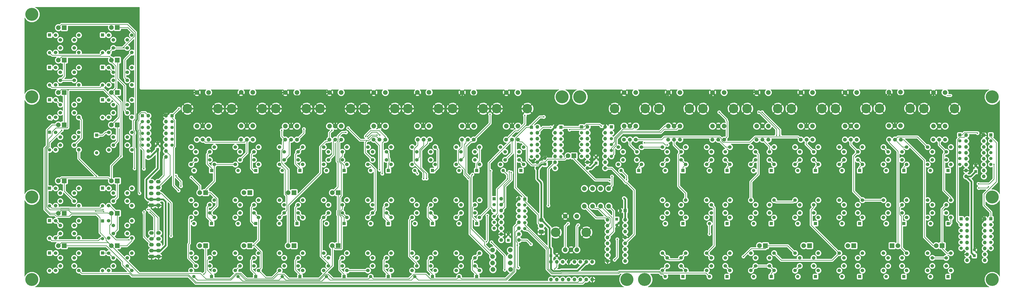
<source format=gbr>
G04 #@! TF.FileFunction,Copper,L2,Bot,Signal*
%FSLAX46Y46*%
G04 Gerber Fmt 4.6, Leading zero omitted, Abs format (unit mm)*
G04 Created by KiCad (PCBNEW 4.0.2-stable) date 20/09/2016 17:33:02*
%MOMM*%
G01*
G04 APERTURE LIST*
%ADD10C,0.100000*%
%ADD11C,1.998980*%
%ADD12C,4.099560*%
%ADD13O,1.600000X1.600000*%
%ADD14C,1.676400*%
%ADD15R,1.422400X1.422400*%
%ADD16C,1.422400*%
%ADD17R,1.350000X1.350000*%
%ADD18C,1.350000*%
%ADD19R,1.300000X1.300000*%
%ADD20C,1.300000*%
%ADD21R,2.000000X2.000000*%
%ADD22C,2.000000*%
%ADD23R,2.032000X1.727200*%
%ADD24O,2.032000X1.727200*%
%ADD25C,1.524000*%
%ADD26R,1.397000X1.397000*%
%ADD27C,1.397000*%
%ADD28O,2.000000X1.500000*%
%ADD29R,2.000000X1.500000*%
%ADD30C,5.600000*%
%ADD31C,0.600000*%
%ADD32C,0.250000*%
%ADD33C,0.800000*%
%ADD34C,0.254000*%
G04 APERTURE END LIST*
D10*
D11*
X191810640Y-113649760D03*
X196809360Y-113649760D03*
X191810640Y-128150620D03*
X196809360Y-128150620D03*
X194310000Y-128150620D03*
D12*
X187711080Y-120650000D03*
X200908920Y-120650000D03*
D11*
X115610640Y-113649760D03*
X120609360Y-113649760D03*
X115610640Y-128150620D03*
X120609360Y-128150620D03*
X118110000Y-128150620D03*
D12*
X111511080Y-120650000D03*
X124708920Y-120650000D03*
D13*
X102235000Y-141478000D03*
X102235000Y-138938000D03*
X102235000Y-136398000D03*
X102235000Y-133858000D03*
X102235000Y-131318000D03*
X102235000Y-128778000D03*
X102235000Y-126238000D03*
X102235000Y-123698000D03*
X94615000Y-123698000D03*
X94615000Y-126238000D03*
X94615000Y-128778000D03*
X94615000Y-131318000D03*
X94615000Y-133858000D03*
X94615000Y-136398000D03*
X94615000Y-138938000D03*
X94615000Y-141478000D03*
D14*
X120650000Y-133985000D03*
X118110000Y-133985000D03*
X115570000Y-133985000D03*
X139700000Y-133985000D03*
X137160000Y-133985000D03*
X134620000Y-133985000D03*
X158750000Y-133985000D03*
X156210000Y-133985000D03*
X153670000Y-133985000D03*
X177800000Y-133985000D03*
X175260000Y-133985000D03*
X172720000Y-133985000D03*
X196850000Y-133985000D03*
X194310000Y-133985000D03*
X191770000Y-133985000D03*
X215900000Y-133985000D03*
X213360000Y-133985000D03*
X210820000Y-133985000D03*
X234950000Y-133985000D03*
X232410000Y-133985000D03*
X229870000Y-133985000D03*
X254000000Y-133985000D03*
X251460000Y-133985000D03*
X248920000Y-133985000D03*
X304800000Y-133985000D03*
X302260000Y-133985000D03*
X299720000Y-133985000D03*
X323850000Y-133985000D03*
X321310000Y-133985000D03*
X318770000Y-133985000D03*
X342900000Y-133985000D03*
X340360000Y-133985000D03*
X337820000Y-133985000D03*
X361950000Y-133985000D03*
X359410000Y-133985000D03*
X356870000Y-133985000D03*
X375920000Y-133985000D03*
X378460000Y-133985000D03*
X381000000Y-133985000D03*
X394970000Y-133985000D03*
X397510000Y-133985000D03*
X400050000Y-133985000D03*
X419100000Y-133985000D03*
X416560000Y-133985000D03*
X414020000Y-133985000D03*
X438150000Y-133985000D03*
X435610000Y-133985000D03*
X433070000Y-133985000D03*
D11*
X243078000Y-181610000D03*
X250698000Y-181610000D03*
X282628160Y-162671940D03*
X282628160Y-155051940D03*
X286128160Y-162671940D03*
X286128160Y-155051940D03*
X289628160Y-162671940D03*
X289628160Y-155051940D03*
X293128160Y-162671940D03*
X293128160Y-155051940D03*
X250698000Y-184404000D03*
X243078000Y-184404000D03*
X250698000Y-187198000D03*
X243078000Y-187198000D03*
X250825000Y-189992000D03*
X243205000Y-189992000D03*
D15*
X52070000Y-88900000D03*
D16*
X52070000Y-96520000D03*
D15*
X52070000Y-102870000D03*
D16*
X52070000Y-110490000D03*
D15*
X52070000Y-116840000D03*
D16*
X52070000Y-124460000D03*
D15*
X52070000Y-130810000D03*
D16*
X52070000Y-138430000D03*
D15*
X52070000Y-154940000D03*
D16*
X52070000Y-162560000D03*
D15*
X52070000Y-168910000D03*
D16*
X52070000Y-176530000D03*
D15*
X52070000Y-182880000D03*
D16*
X52070000Y-190500000D03*
D15*
X74930000Y-88900000D03*
D16*
X74930000Y-96520000D03*
D15*
X74930000Y-102870000D03*
D16*
X74930000Y-110490000D03*
D15*
X74930000Y-116840000D03*
D16*
X74930000Y-124460000D03*
D15*
X72359160Y-132058940D03*
D16*
X72359160Y-139678940D03*
D15*
X74930000Y-154940000D03*
D16*
X74930000Y-162560000D03*
D15*
X74930000Y-169058940D03*
D16*
X74930000Y-176678940D03*
D15*
X74930000Y-182880000D03*
D16*
X74930000Y-190500000D03*
D15*
X121955160Y-147320000D03*
D16*
X114335160Y-147320000D03*
D15*
X121920000Y-170180000D03*
D16*
X114300000Y-170180000D03*
D15*
X121920000Y-193040000D03*
D16*
X114300000Y-193040000D03*
D15*
X140970000Y-147320000D03*
D16*
X133350000Y-147320000D03*
D15*
X140970000Y-170180000D03*
D16*
X133350000Y-170180000D03*
D15*
X140970000Y-193040000D03*
D16*
X133350000Y-193040000D03*
D15*
X160020000Y-147320000D03*
D16*
X152400000Y-147320000D03*
D15*
X158750000Y-170180000D03*
D16*
X151130000Y-170180000D03*
D15*
X160020000Y-193040000D03*
D16*
X152400000Y-193040000D03*
D15*
X179070000Y-147320000D03*
D16*
X171450000Y-147320000D03*
D15*
X179070000Y-170180000D03*
D16*
X171450000Y-170180000D03*
D15*
X179070000Y-193040000D03*
D16*
X171450000Y-193040000D03*
D15*
X198120000Y-147320000D03*
D16*
X190500000Y-147320000D03*
D15*
X198120000Y-170180000D03*
D16*
X190500000Y-170180000D03*
D15*
X198120000Y-193040000D03*
D16*
X190500000Y-193040000D03*
D15*
X217170000Y-147320000D03*
D16*
X209550000Y-147320000D03*
D15*
X217170000Y-170180000D03*
D16*
X209550000Y-170180000D03*
D15*
X217170000Y-193040000D03*
D16*
X209550000Y-193040000D03*
D15*
X236220000Y-147320000D03*
D16*
X228600000Y-147320000D03*
D15*
X236220000Y-170180000D03*
D16*
X228600000Y-170180000D03*
D15*
X236220000Y-193040000D03*
D16*
X228600000Y-193040000D03*
D15*
X255270000Y-147320000D03*
D16*
X247650000Y-147320000D03*
D15*
X306070000Y-147320000D03*
D16*
X298450000Y-147320000D03*
D15*
X325120000Y-147320000D03*
D16*
X317500000Y-147320000D03*
D15*
X325120000Y-170180000D03*
D16*
X317500000Y-170180000D03*
D15*
X325120000Y-193040000D03*
D16*
X317500000Y-193040000D03*
D15*
X344170000Y-147320000D03*
D16*
X336550000Y-147320000D03*
D15*
X344170000Y-170180000D03*
D16*
X336550000Y-170180000D03*
D15*
X344170000Y-193040000D03*
D16*
X336550000Y-193040000D03*
D15*
X363220000Y-147320000D03*
D16*
X355600000Y-147320000D03*
D15*
X363220000Y-170180000D03*
D16*
X355600000Y-170180000D03*
D15*
X363220000Y-193040000D03*
D16*
X355600000Y-193040000D03*
D15*
X382270000Y-147320000D03*
D16*
X374650000Y-147320000D03*
D15*
X382270000Y-170180000D03*
D16*
X374650000Y-170180000D03*
D15*
X401320000Y-193040000D03*
D16*
X393700000Y-193040000D03*
D15*
X401320000Y-147320000D03*
D16*
X393700000Y-147320000D03*
D15*
X401320000Y-170180000D03*
D16*
X393700000Y-170180000D03*
D15*
X382270000Y-193040000D03*
D16*
X374650000Y-193040000D03*
D15*
X420370000Y-147320000D03*
D16*
X412750000Y-147320000D03*
D15*
X420370000Y-170180000D03*
D16*
X412750000Y-170180000D03*
D15*
X420370000Y-193040000D03*
D16*
X412750000Y-193040000D03*
D15*
X439420000Y-147320000D03*
D16*
X431800000Y-147320000D03*
D15*
X439455160Y-170180000D03*
D16*
X431835160Y-170180000D03*
D15*
X439420000Y-193040000D03*
D16*
X431800000Y-193040000D03*
D17*
X300228000Y-164592000D03*
D18*
X298228000Y-164592000D03*
D19*
X296545000Y-168315000D03*
D20*
X296545000Y-170815000D03*
D19*
X268224000Y-184023000D03*
D20*
X270724000Y-184023000D03*
D19*
X450723000Y-184023000D03*
D20*
X450723000Y-181523000D03*
D19*
X451358000Y-147701000D03*
D20*
X451358000Y-145201000D03*
D19*
X287655000Y-144105000D03*
D20*
X287655000Y-141605000D03*
D19*
X265684000Y-144613000D03*
D20*
X265684000Y-142113000D03*
D19*
X249803160Y-177337940D03*
D20*
X249803160Y-174837940D03*
D19*
X98679000Y-138263000D03*
D20*
X98679000Y-135763000D03*
D21*
X119380000Y-156845000D03*
D22*
X116840000Y-156845000D03*
D21*
X436880000Y-179705000D03*
D22*
X434340000Y-179705000D03*
D21*
X415290000Y-179705000D03*
D22*
X417830000Y-179705000D03*
D21*
X379730000Y-179705000D03*
D22*
X377190000Y-179705000D03*
D21*
X398780000Y-179705000D03*
D22*
X396240000Y-179705000D03*
D21*
X360680000Y-179705000D03*
D22*
X358140000Y-179705000D03*
D21*
X278130000Y-140970000D03*
D22*
X275590000Y-140970000D03*
D21*
X176530000Y-179705000D03*
D22*
X173990000Y-179705000D03*
D21*
X176530000Y-156845000D03*
D22*
X173990000Y-156845000D03*
D21*
X157480000Y-179705000D03*
D22*
X154940000Y-179705000D03*
D21*
X157480000Y-156845000D03*
D22*
X154940000Y-156845000D03*
D21*
X138430000Y-179705000D03*
D22*
X135890000Y-179705000D03*
D21*
X138430000Y-156845000D03*
D22*
X135890000Y-156845000D03*
D21*
X119380000Y-179705000D03*
D22*
X116840000Y-179705000D03*
D21*
X81280000Y-179705000D03*
D22*
X78740000Y-179705000D03*
D21*
X81280000Y-165735000D03*
D22*
X78740000Y-165735000D03*
D21*
X81280000Y-151765000D03*
D22*
X78740000Y-151765000D03*
D21*
X81280000Y-127635000D03*
D22*
X78740000Y-127635000D03*
D21*
X81280000Y-113665000D03*
D22*
X78740000Y-113665000D03*
D21*
X81280000Y-99695000D03*
D22*
X78740000Y-99695000D03*
D21*
X81280000Y-85622940D03*
D22*
X78740000Y-85622940D03*
D21*
X58420000Y-179705000D03*
D22*
X55880000Y-179705000D03*
D21*
X58420000Y-165735000D03*
D22*
X55880000Y-165735000D03*
D21*
X58420000Y-151765000D03*
D22*
X55880000Y-151765000D03*
D21*
X58420000Y-127635000D03*
D22*
X55880000Y-127635000D03*
D21*
X58420000Y-113665000D03*
D22*
X55880000Y-113665000D03*
D21*
X58420000Y-99695000D03*
D22*
X55880000Y-99695000D03*
D21*
X58420000Y-85725000D03*
D22*
X55880000Y-85725000D03*
D23*
X264033000Y-173736000D03*
D24*
X264033000Y-171196000D03*
X264033000Y-168656000D03*
D25*
X64690000Y-88964000D03*
X64690000Y-96456000D03*
X54690000Y-96456000D03*
X56690000Y-94456000D03*
X62690000Y-94456000D03*
X62690000Y-90964000D03*
X56690000Y-90964000D03*
X54690000Y-88964000D03*
X64690000Y-102934000D03*
X64690000Y-110426000D03*
X54690000Y-110426000D03*
X56690000Y-108426000D03*
X62690000Y-108426000D03*
X62690000Y-104934000D03*
X56690000Y-104934000D03*
X54690000Y-102934000D03*
X64690000Y-116904000D03*
X64690000Y-124396000D03*
X54690000Y-124396000D03*
X56690000Y-122396000D03*
X62690000Y-122396000D03*
X62690000Y-118904000D03*
X56690000Y-118904000D03*
X54690000Y-116904000D03*
X64690000Y-130874000D03*
X64690000Y-138366000D03*
X54690000Y-138366000D03*
X56690000Y-136366000D03*
X62690000Y-136366000D03*
X62690000Y-132874000D03*
X56690000Y-132874000D03*
X54690000Y-130874000D03*
X64690000Y-155004000D03*
X64690000Y-162496000D03*
X54690000Y-162496000D03*
X56690000Y-160496000D03*
X62690000Y-160496000D03*
X62690000Y-157004000D03*
X56690000Y-157004000D03*
X54690000Y-155004000D03*
X64690000Y-168974000D03*
X64690000Y-176466000D03*
X54690000Y-176466000D03*
X56690000Y-174466000D03*
X62690000Y-174466000D03*
X62690000Y-170974000D03*
X56690000Y-170974000D03*
X54690000Y-168974000D03*
X64690000Y-182944000D03*
X64690000Y-190436000D03*
X54690000Y-190436000D03*
X56690000Y-188436000D03*
X62690000Y-188436000D03*
X62690000Y-184944000D03*
X56690000Y-184944000D03*
X54690000Y-182944000D03*
X87550000Y-88964000D03*
X87550000Y-96456000D03*
X77550000Y-96456000D03*
X79550000Y-94456000D03*
X85550000Y-94456000D03*
X85550000Y-90964000D03*
X79550000Y-90964000D03*
X77550000Y-88964000D03*
X87550000Y-102934000D03*
X87550000Y-110426000D03*
X77550000Y-110426000D03*
X79550000Y-108426000D03*
X85550000Y-108426000D03*
X85550000Y-104934000D03*
X79550000Y-104934000D03*
X77550000Y-102934000D03*
X87550000Y-116904000D03*
X87550000Y-124396000D03*
X77550000Y-124396000D03*
X79550000Y-122396000D03*
X85550000Y-122396000D03*
X85550000Y-118904000D03*
X79550000Y-118904000D03*
X77550000Y-116904000D03*
X87598000Y-130876940D03*
X87598000Y-138368940D03*
X77598000Y-138368940D03*
X79598000Y-136368940D03*
X85598000Y-136368940D03*
X85598000Y-132876940D03*
X79598000Y-132876940D03*
X77598000Y-130876940D03*
X87550000Y-155004000D03*
X87550000Y-162496000D03*
X77550000Y-162496000D03*
X79550000Y-160496000D03*
X85550000Y-160496000D03*
X85550000Y-157004000D03*
X79550000Y-157004000D03*
X77550000Y-155004000D03*
X87550000Y-168974000D03*
X87550000Y-176466000D03*
X77550000Y-176466000D03*
X79550000Y-174466000D03*
X85550000Y-174466000D03*
X85550000Y-170974000D03*
X79550000Y-170974000D03*
X77550000Y-168974000D03*
X87550000Y-182944000D03*
X87550000Y-190436000D03*
X77550000Y-190436000D03*
X79550000Y-188436000D03*
X85550000Y-188436000D03*
X85550000Y-184944000D03*
X79550000Y-184944000D03*
X77550000Y-182944000D03*
X123110000Y-137224000D03*
X123110000Y-144716000D03*
X113110000Y-144716000D03*
X115110000Y-142716000D03*
X121110000Y-142716000D03*
X121110000Y-139224000D03*
X115110000Y-139224000D03*
X113110000Y-137224000D03*
X123110000Y-160084000D03*
X123110000Y-167576000D03*
X113110000Y-167576000D03*
X115110000Y-165576000D03*
X121110000Y-165576000D03*
X121110000Y-162084000D03*
X115110000Y-162084000D03*
X113110000Y-160084000D03*
X123110000Y-182944000D03*
X123110000Y-190436000D03*
X113110000Y-190436000D03*
X115110000Y-188436000D03*
X121110000Y-188436000D03*
X121110000Y-184944000D03*
X115110000Y-184944000D03*
X113110000Y-182944000D03*
X142160000Y-137224000D03*
X142160000Y-144716000D03*
X132160000Y-144716000D03*
X134160000Y-142716000D03*
X140160000Y-142716000D03*
X140160000Y-139224000D03*
X134160000Y-139224000D03*
X132160000Y-137224000D03*
X142160000Y-160084000D03*
X142160000Y-167576000D03*
X132160000Y-167576000D03*
X134160000Y-165576000D03*
X140160000Y-165576000D03*
X140160000Y-162084000D03*
X134160000Y-162084000D03*
X132160000Y-160084000D03*
X142160000Y-182944000D03*
X142160000Y-190436000D03*
X132160000Y-190436000D03*
X134160000Y-188436000D03*
X140160000Y-188436000D03*
X140160000Y-184944000D03*
X134160000Y-184944000D03*
X132160000Y-182944000D03*
X161210000Y-137224000D03*
X161210000Y-144716000D03*
X151210000Y-144716000D03*
X153210000Y-142716000D03*
X159210000Y-142716000D03*
X159210000Y-139224000D03*
X153210000Y-139224000D03*
X151210000Y-137224000D03*
X161210000Y-160084000D03*
X161210000Y-167576000D03*
X151210000Y-167576000D03*
X153210000Y-165576000D03*
X159210000Y-165576000D03*
X159210000Y-162084000D03*
X153210000Y-162084000D03*
X151210000Y-160084000D03*
X161210000Y-182944000D03*
X161210000Y-190436000D03*
X151210000Y-190436000D03*
X153210000Y-188436000D03*
X159210000Y-188436000D03*
X159210000Y-184944000D03*
X153210000Y-184944000D03*
X151210000Y-182944000D03*
X180260000Y-137224000D03*
X180260000Y-144716000D03*
X170260000Y-144716000D03*
X172260000Y-142716000D03*
X178260000Y-142716000D03*
X178260000Y-139224000D03*
X172260000Y-139224000D03*
X170260000Y-137224000D03*
X180260000Y-160084000D03*
X180260000Y-167576000D03*
X170260000Y-167576000D03*
X172260000Y-165576000D03*
X178260000Y-165576000D03*
X178260000Y-162084000D03*
X172260000Y-162084000D03*
X170260000Y-160084000D03*
X180260000Y-182944000D03*
X180260000Y-190436000D03*
X170260000Y-190436000D03*
X172260000Y-188436000D03*
X178260000Y-188436000D03*
X178260000Y-184944000D03*
X172260000Y-184944000D03*
X170260000Y-182944000D03*
X199310000Y-137224000D03*
X199310000Y-144716000D03*
X189310000Y-144716000D03*
X191310000Y-142716000D03*
X197310000Y-142716000D03*
X197310000Y-139224000D03*
X191310000Y-139224000D03*
X189310000Y-137224000D03*
X199310000Y-160084000D03*
X199310000Y-167576000D03*
X189310000Y-167576000D03*
X191310000Y-165576000D03*
X197310000Y-165576000D03*
X197310000Y-162084000D03*
X191310000Y-162084000D03*
X189310000Y-160084000D03*
X199310000Y-182944000D03*
X199310000Y-190436000D03*
X189310000Y-190436000D03*
X191310000Y-188436000D03*
X197310000Y-188436000D03*
X197310000Y-184944000D03*
X191310000Y-184944000D03*
X189310000Y-182944000D03*
X218360000Y-137224000D03*
X218360000Y-144716000D03*
X208360000Y-144716000D03*
X210360000Y-142716000D03*
X216360000Y-142716000D03*
X216360000Y-139224000D03*
X210360000Y-139224000D03*
X208360000Y-137224000D03*
X218360000Y-160084000D03*
X218360000Y-167576000D03*
X208360000Y-167576000D03*
X210360000Y-165576000D03*
X216360000Y-165576000D03*
X216360000Y-162084000D03*
X210360000Y-162084000D03*
X208360000Y-160084000D03*
X218360000Y-182944000D03*
X218360000Y-190436000D03*
X208360000Y-190436000D03*
X210360000Y-188436000D03*
X216360000Y-188436000D03*
X216360000Y-184944000D03*
X210360000Y-184944000D03*
X208360000Y-182944000D03*
X237410000Y-137224000D03*
X237410000Y-144716000D03*
X227410000Y-144716000D03*
X229410000Y-142716000D03*
X235410000Y-142716000D03*
X235410000Y-139224000D03*
X229410000Y-139224000D03*
X227410000Y-137224000D03*
X237410000Y-160084000D03*
X237410000Y-167576000D03*
X227410000Y-167576000D03*
X229410000Y-165576000D03*
X235410000Y-165576000D03*
X235410000Y-162084000D03*
X229410000Y-162084000D03*
X227410000Y-160084000D03*
X237410000Y-182944000D03*
X237410000Y-190436000D03*
X227410000Y-190436000D03*
X229410000Y-188436000D03*
X235410000Y-188436000D03*
X235410000Y-184944000D03*
X229410000Y-184944000D03*
X227410000Y-182944000D03*
X256460000Y-137224000D03*
X256460000Y-144716000D03*
X246460000Y-144716000D03*
X248460000Y-142716000D03*
X254460000Y-142716000D03*
X254460000Y-139224000D03*
X248460000Y-139224000D03*
X246460000Y-137224000D03*
X307260000Y-137224000D03*
X307260000Y-144716000D03*
X297260000Y-144716000D03*
X299260000Y-142716000D03*
X305260000Y-142716000D03*
X305260000Y-139224000D03*
X299260000Y-139224000D03*
X297260000Y-137224000D03*
X326310000Y-137224000D03*
X326310000Y-144716000D03*
X316310000Y-144716000D03*
X318310000Y-142716000D03*
X324310000Y-142716000D03*
X324310000Y-139224000D03*
X318310000Y-139224000D03*
X316310000Y-137224000D03*
X326310000Y-160084000D03*
X326310000Y-167576000D03*
X316310000Y-167576000D03*
X318310000Y-165576000D03*
X324310000Y-165576000D03*
X324310000Y-162084000D03*
X318310000Y-162084000D03*
X316310000Y-160084000D03*
X326310000Y-182944000D03*
X326310000Y-190436000D03*
X316310000Y-190436000D03*
X318310000Y-188436000D03*
X324310000Y-188436000D03*
X324310000Y-184944000D03*
X318310000Y-184944000D03*
X316310000Y-182944000D03*
X345360000Y-137224000D03*
X345360000Y-144716000D03*
X335360000Y-144716000D03*
X337360000Y-142716000D03*
X343360000Y-142716000D03*
X343360000Y-139224000D03*
X337360000Y-139224000D03*
X335360000Y-137224000D03*
X345360000Y-160084000D03*
X345360000Y-167576000D03*
X335360000Y-167576000D03*
X337360000Y-165576000D03*
X343360000Y-165576000D03*
X343360000Y-162084000D03*
X337360000Y-162084000D03*
X335360000Y-160084000D03*
X345360000Y-182944000D03*
X345360000Y-190436000D03*
X335360000Y-190436000D03*
X337360000Y-188436000D03*
X343360000Y-188436000D03*
X343360000Y-184944000D03*
X337360000Y-184944000D03*
X335360000Y-182944000D03*
X364410000Y-137224000D03*
X364410000Y-144716000D03*
X354410000Y-144716000D03*
X356410000Y-142716000D03*
X362410000Y-142716000D03*
X362410000Y-139224000D03*
X356410000Y-139224000D03*
X354410000Y-137224000D03*
X364410000Y-160084000D03*
X364410000Y-167576000D03*
X354410000Y-167576000D03*
X356410000Y-165576000D03*
X362410000Y-165576000D03*
X362410000Y-162084000D03*
X356410000Y-162084000D03*
X354410000Y-160084000D03*
X364410000Y-182944000D03*
X364410000Y-190436000D03*
X354410000Y-190436000D03*
X356410000Y-188436000D03*
X362410000Y-188436000D03*
X362410000Y-184944000D03*
X356410000Y-184944000D03*
X354410000Y-182944000D03*
X383460000Y-137224000D03*
X383460000Y-144716000D03*
X373460000Y-144716000D03*
X375460000Y-142716000D03*
X381460000Y-142716000D03*
X381460000Y-139224000D03*
X375460000Y-139224000D03*
X373460000Y-137224000D03*
X383460000Y-160084000D03*
X383460000Y-167576000D03*
X373460000Y-167576000D03*
X375460000Y-165576000D03*
X381460000Y-165576000D03*
X381460000Y-162084000D03*
X375460000Y-162084000D03*
X373460000Y-160084000D03*
X402510000Y-182944000D03*
X402510000Y-190436000D03*
X392510000Y-190436000D03*
X394510000Y-188436000D03*
X400510000Y-188436000D03*
X400510000Y-184944000D03*
X394510000Y-184944000D03*
X392510000Y-182944000D03*
X402510000Y-137224000D03*
X402510000Y-144716000D03*
X392510000Y-144716000D03*
X394510000Y-142716000D03*
X400510000Y-142716000D03*
X400510000Y-139224000D03*
X394510000Y-139224000D03*
X392510000Y-137224000D03*
X402510000Y-160084000D03*
X402510000Y-167576000D03*
X392510000Y-167576000D03*
X394510000Y-165576000D03*
X400510000Y-165576000D03*
X400510000Y-162084000D03*
X394510000Y-162084000D03*
X392510000Y-160084000D03*
X383460000Y-182944000D03*
X383460000Y-190436000D03*
X373460000Y-190436000D03*
X375460000Y-188436000D03*
X381460000Y-188436000D03*
X381460000Y-184944000D03*
X375460000Y-184944000D03*
X373460000Y-182944000D03*
X421560000Y-137224000D03*
X421560000Y-144716000D03*
X411560000Y-144716000D03*
X413560000Y-142716000D03*
X419560000Y-142716000D03*
X419560000Y-139224000D03*
X413560000Y-139224000D03*
X411560000Y-137224000D03*
X421560000Y-160084000D03*
X421560000Y-167576000D03*
X411560000Y-167576000D03*
X413560000Y-165576000D03*
X419560000Y-165576000D03*
X419560000Y-162084000D03*
X413560000Y-162084000D03*
X411560000Y-160084000D03*
X421560000Y-182944000D03*
X421560000Y-190436000D03*
X411560000Y-190436000D03*
X413560000Y-188436000D03*
X419560000Y-188436000D03*
X419560000Y-184944000D03*
X413560000Y-184944000D03*
X411560000Y-182944000D03*
X440610000Y-137224000D03*
X440610000Y-144716000D03*
X430610000Y-144716000D03*
X432610000Y-142716000D03*
X438610000Y-142716000D03*
X438610000Y-139224000D03*
X432610000Y-139224000D03*
X430610000Y-137224000D03*
X440610000Y-160084000D03*
X440610000Y-167576000D03*
X430610000Y-167576000D03*
X432610000Y-165576000D03*
X438610000Y-165576000D03*
X438610000Y-162084000D03*
X432610000Y-162084000D03*
X430610000Y-160084000D03*
X440610000Y-182944000D03*
X440610000Y-190436000D03*
X430610000Y-190436000D03*
X432610000Y-188436000D03*
X438610000Y-188436000D03*
X438610000Y-184944000D03*
X432610000Y-184944000D03*
X430610000Y-182944000D03*
D11*
X134645800Y-113622700D03*
X139644520Y-113622700D03*
X134645800Y-128123560D03*
X139644520Y-128123560D03*
X137145160Y-128123560D03*
D12*
X130546240Y-120622940D03*
X143744080Y-120622940D03*
D11*
X153710640Y-113649760D03*
X158709360Y-113649760D03*
X153710640Y-128150620D03*
X158709360Y-128150620D03*
X156210000Y-128150620D03*
D12*
X149611080Y-120650000D03*
X162808920Y-120650000D03*
D11*
X172760640Y-113649760D03*
X177759360Y-113649760D03*
X172760640Y-128150620D03*
X177759360Y-128150620D03*
X175260000Y-128150620D03*
D12*
X168661080Y-120650000D03*
X181858920Y-120650000D03*
D11*
X210645800Y-113622700D03*
X215644520Y-113622700D03*
X210645800Y-128123560D03*
X215644520Y-128123560D03*
X213145160Y-128123560D03*
D12*
X206546240Y-120622940D03*
X219744080Y-120622940D03*
D11*
X229910640Y-113649760D03*
X234909360Y-113649760D03*
X229910640Y-128150620D03*
X234909360Y-128150620D03*
X232410000Y-128150620D03*
D12*
X225811080Y-120650000D03*
X239008920Y-120650000D03*
D11*
X248960640Y-113649760D03*
X253959360Y-113649760D03*
X248960640Y-128150620D03*
X253959360Y-128150620D03*
X251460000Y-128150620D03*
D12*
X244861080Y-120650000D03*
X258058920Y-120650000D03*
D11*
X274360640Y-166989760D03*
X279359360Y-166989760D03*
X274360640Y-181490620D03*
X279359360Y-181490620D03*
X276860000Y-181490620D03*
D12*
X270261080Y-173990000D03*
X283458920Y-173990000D03*
D11*
X318810640Y-113649760D03*
X323809360Y-113649760D03*
X318810640Y-128150620D03*
X323809360Y-128150620D03*
X321310000Y-128150620D03*
D12*
X314711080Y-120650000D03*
X327908920Y-120650000D03*
D11*
X356910640Y-113649760D03*
X361909360Y-113649760D03*
X356910640Y-128150620D03*
X361909360Y-128150620D03*
X359410000Y-128150620D03*
D12*
X352811080Y-120650000D03*
X366008920Y-120650000D03*
D11*
X413933640Y-113522760D03*
X418932360Y-113522760D03*
X413933640Y-128023620D03*
X418932360Y-128023620D03*
X416433000Y-128023620D03*
D12*
X409834080Y-120523000D03*
X423031920Y-120523000D03*
D11*
X433110640Y-113649760D03*
X438109360Y-113649760D03*
X433110640Y-128150620D03*
X438109360Y-128150620D03*
X435610000Y-128150620D03*
D12*
X429011080Y-120650000D03*
X442208920Y-120650000D03*
D11*
X337860640Y-113649760D03*
X342859360Y-113649760D03*
X337860640Y-128150620D03*
X342859360Y-128150620D03*
X340360000Y-128150620D03*
D12*
X333761080Y-120650000D03*
X346958920Y-120650000D03*
D11*
X375960640Y-113649760D03*
X380959360Y-113649760D03*
X375960640Y-128150620D03*
X380959360Y-128150620D03*
X378460000Y-128150620D03*
D12*
X371861080Y-120650000D03*
X385058920Y-120650000D03*
D11*
X299760640Y-113649760D03*
X304759360Y-113649760D03*
X299760640Y-128150620D03*
X304759360Y-128150620D03*
X302260000Y-128150620D03*
D12*
X295661080Y-120650000D03*
X308858920Y-120650000D03*
D11*
X395010640Y-113649760D03*
X400009360Y-113649760D03*
X395010640Y-128150620D03*
X400009360Y-128150620D03*
X397510000Y-128150620D03*
D12*
X390911080Y-120650000D03*
X404108920Y-120650000D03*
D26*
X259842000Y-128651000D03*
D27*
X259842000Y-131191000D03*
X259842000Y-133731000D03*
X259842000Y-136271000D03*
X259842000Y-138811000D03*
X259842000Y-141351000D03*
D26*
X445039824Y-168114852D03*
D27*
X445039824Y-170654852D03*
X445039824Y-173194852D03*
X445039824Y-175734852D03*
X445039824Y-178274852D03*
X445039824Y-180814852D03*
D26*
X457866824Y-168114852D03*
D27*
X457866824Y-170654852D03*
X457866824Y-173194852D03*
X457866824Y-175734852D03*
X457866824Y-178274852D03*
X457866824Y-180814852D03*
D26*
X444489354Y-131973752D03*
D27*
X444489354Y-134513752D03*
X444489354Y-137053752D03*
X444489354Y-139593752D03*
X444489354Y-142133752D03*
X444489354Y-144673752D03*
D26*
X457824354Y-131973752D03*
D27*
X457824354Y-134513752D03*
X457824354Y-137053752D03*
X457824354Y-139593752D03*
X457824354Y-142133752D03*
X457824354Y-144673752D03*
D26*
X281432000Y-128524000D03*
D27*
X281432000Y-131064000D03*
X281432000Y-133604000D03*
X281432000Y-136144000D03*
X281432000Y-138684000D03*
X281432000Y-141224000D03*
D26*
X294259000Y-128524000D03*
D27*
X294259000Y-131064000D03*
X294259000Y-133604000D03*
X294259000Y-136144000D03*
X294259000Y-138684000D03*
X294259000Y-141224000D03*
D26*
X243713000Y-159512000D03*
D27*
X243713000Y-162052000D03*
X243713000Y-164592000D03*
X243713000Y-167132000D03*
X243713000Y-169672000D03*
X243713000Y-172212000D03*
D26*
X256921000Y-159639000D03*
D27*
X256921000Y-162179000D03*
X256921000Y-164719000D03*
X256921000Y-167259000D03*
X256921000Y-169799000D03*
X256921000Y-172339000D03*
D26*
X92075000Y-123698000D03*
D27*
X92075000Y-126238000D03*
X92075000Y-128778000D03*
X92075000Y-131318000D03*
X92075000Y-133858000D03*
X92075000Y-136398000D03*
D26*
X272542000Y-128651000D03*
D27*
X272542000Y-131191000D03*
X272542000Y-133731000D03*
X272542000Y-136271000D03*
X272542000Y-138811000D03*
X272542000Y-141351000D03*
D26*
X104902000Y-123698000D03*
D27*
X104902000Y-126238000D03*
X104902000Y-128778000D03*
X104902000Y-131318000D03*
X104902000Y-133858000D03*
X104902000Y-136398000D03*
D28*
X95889000Y-152146000D03*
X98929000Y-152146000D03*
X98929000Y-154686000D03*
X95889000Y-154686000D03*
D29*
X95889000Y-162306000D03*
D28*
X98929000Y-162306000D03*
X95889000Y-159766000D03*
X98929000Y-159766000D03*
X95889000Y-157226000D03*
X98929000Y-157226000D03*
X96016000Y-174244000D03*
X99056000Y-174244000D03*
X99056000Y-176784000D03*
X96016000Y-176784000D03*
D29*
X96016000Y-184404000D03*
D28*
X99056000Y-184404000D03*
X96016000Y-181864000D03*
X99056000Y-181864000D03*
X96016000Y-179324000D03*
X99056000Y-179324000D03*
D30*
X458470000Y-158750000D03*
X458470000Y-194310000D03*
X458470000Y-115570000D03*
X280670000Y-115570000D03*
X273050000Y-115570000D03*
X308610000Y-194310000D03*
X300990000Y-194310000D03*
X44450000Y-194310000D03*
X44450000Y-158750000D03*
X44450000Y-115570000D03*
X44450000Y-80010000D03*
D13*
X268224000Y-194310000D03*
X270764000Y-194310000D03*
X273304000Y-194310000D03*
X275844000Y-194310000D03*
X278384000Y-194310000D03*
X280924000Y-194310000D03*
X283464000Y-194310000D03*
X286004000Y-194310000D03*
X286004000Y-186690000D03*
X283464000Y-186690000D03*
X280924000Y-186690000D03*
X278384000Y-186690000D03*
X275844000Y-186690000D03*
X273304000Y-186690000D03*
X270764000Y-186690000D03*
X268224000Y-186690000D03*
X254381000Y-177292000D03*
X254381000Y-174752000D03*
X254381000Y-172212000D03*
X254381000Y-169672000D03*
X254381000Y-167132000D03*
X254381000Y-164592000D03*
X254381000Y-162052000D03*
X254381000Y-159512000D03*
X246761000Y-159512000D03*
X246761000Y-162052000D03*
X246761000Y-164592000D03*
X246761000Y-167132000D03*
X246761000Y-169672000D03*
X246761000Y-172212000D03*
X246761000Y-174752000D03*
X246761000Y-177292000D03*
X270002000Y-146304000D03*
X270002000Y-143764000D03*
X270002000Y-141224000D03*
X270002000Y-138684000D03*
X270002000Y-136144000D03*
X270002000Y-133604000D03*
X270002000Y-131064000D03*
X270002000Y-128524000D03*
X262382000Y-128524000D03*
X262382000Y-131064000D03*
X262382000Y-133604000D03*
X262382000Y-136144000D03*
X262382000Y-138684000D03*
X262382000Y-141224000D03*
X262382000Y-143764000D03*
X262382000Y-146304000D03*
X291592000Y-146304000D03*
X291592000Y-143764000D03*
X291592000Y-141224000D03*
X291592000Y-138684000D03*
X291592000Y-136144000D03*
X291592000Y-133604000D03*
X291592000Y-131064000D03*
X291592000Y-128524000D03*
X283972000Y-128524000D03*
X283972000Y-131064000D03*
X283972000Y-133604000D03*
X283972000Y-136144000D03*
X283972000Y-138684000D03*
X283972000Y-141224000D03*
X283972000Y-143764000D03*
X283972000Y-146304000D03*
X454838194Y-149876812D03*
X454838194Y-147336812D03*
X454838194Y-144796812D03*
X454838194Y-142256812D03*
X454838194Y-139716812D03*
X454838194Y-137176812D03*
X454838194Y-134636812D03*
X454838194Y-132096812D03*
X447218194Y-132096812D03*
X447218194Y-134636812D03*
X447218194Y-137176812D03*
X447218194Y-139716812D03*
X447218194Y-142256812D03*
X447218194Y-144796812D03*
X447218194Y-147336812D03*
X447218194Y-149876812D03*
X455265864Y-185993912D03*
X455265864Y-183453912D03*
X455265864Y-180913912D03*
X455265864Y-178373912D03*
X455265864Y-175833912D03*
X455265864Y-173293912D03*
X455265864Y-170753912D03*
X455265864Y-168213912D03*
X447645864Y-168213912D03*
X447645864Y-170753912D03*
X447645864Y-173293912D03*
X447645864Y-175833912D03*
X447645864Y-178373912D03*
X447645864Y-180913912D03*
X447645864Y-183453912D03*
X447645864Y-185993912D03*
X292608000Y-168529000D03*
X292608000Y-171069000D03*
X292608000Y-173609000D03*
X292608000Y-176149000D03*
X292608000Y-178689000D03*
X292608000Y-181229000D03*
X292608000Y-183769000D03*
X292608000Y-186309000D03*
X300228000Y-186309000D03*
X300228000Y-183769000D03*
X300228000Y-181229000D03*
X300228000Y-178689000D03*
X300228000Y-176149000D03*
X300228000Y-173609000D03*
X300228000Y-171069000D03*
X300228000Y-168529000D03*
D31*
X425114999Y-144670501D03*
X424815000Y-158721999D03*
X256262664Y-156498966D03*
X91948000Y-174498000D03*
X298069000Y-160172427D03*
X451231000Y-158750000D03*
X351166835Y-184394020D03*
X293639782Y-151680039D03*
X180772560Y-129027839D03*
X118569019Y-191964969D03*
X57311320Y-129942487D03*
X269781092Y-189790035D03*
X75184000Y-164211000D03*
X72271547Y-149814979D03*
X75438000Y-164982980D03*
X71937059Y-164836020D03*
X263906000Y-152445999D03*
X299720000Y-159240023D03*
X449472999Y-157480000D03*
X193247357Y-132059933D03*
X214574423Y-150800958D03*
X189470303Y-133382564D03*
X232680098Y-150668970D03*
X88708188Y-146440091D03*
X294513000Y-149860000D03*
X113163826Y-150244810D03*
X152146000Y-129921000D03*
X82838454Y-141136544D03*
X241935000Y-123063000D03*
X340741000Y-122174000D03*
X179848344Y-130882251D03*
X161680980Y-129413000D03*
X365445240Y-132196779D03*
X86313236Y-177174674D03*
X173772474Y-129945729D03*
X357735961Y-122150961D03*
X256976916Y-123560402D03*
X366873265Y-132196779D03*
X359255578Y-122151666D03*
X318459020Y-136280980D03*
X234368216Y-148995940D03*
X194296207Y-147002838D03*
X308483000Y-135382000D03*
X240335314Y-178029803D03*
X240758285Y-166661582D03*
X300822358Y-151265568D03*
X251135755Y-148171602D03*
X242179020Y-147411412D03*
X249494515Y-150963323D03*
X210615725Y-148657969D03*
X336518982Y-174703991D03*
X90823523Y-157100882D03*
X275590000Y-170180000D03*
X279951346Y-170805020D03*
X188331020Y-132658055D03*
X195502954Y-148677365D03*
X194428260Y-132085932D03*
X213328623Y-150800958D03*
X189131033Y-132658053D03*
X452637980Y-154813000D03*
X456819000Y-154305000D03*
X108712000Y-154051000D03*
X106553000Y-149479000D03*
X92710000Y-146558000D03*
X250230011Y-147872905D03*
X276217499Y-129674501D03*
X268097000Y-128651000D03*
X459241980Y-144653888D03*
X452501000Y-153035000D03*
X92732166Y-165104183D03*
X259593797Y-179070561D03*
X94420957Y-164149046D03*
X254129549Y-189177681D03*
X95377000Y-165227000D03*
X267114310Y-162426124D03*
X253764007Y-179582008D03*
X242559618Y-178217874D03*
X104431396Y-175558020D03*
X248312109Y-190151197D03*
X265111056Y-124185422D03*
X107862485Y-120610513D03*
X107693456Y-155953456D03*
X289941000Y-128143000D03*
X452120000Y-131191000D03*
X295623827Y-185828085D03*
X296789020Y-176931727D03*
D32*
X440563000Y-114935000D02*
X438864288Y-114935000D01*
X440610000Y-167576000D02*
X440610000Y-169986360D01*
X440610000Y-169986360D02*
X440416360Y-170180000D01*
X440416360Y-170180000D02*
X439455160Y-170180000D01*
D33*
X424815000Y-158721999D02*
X425114999Y-158422000D01*
X425114999Y-158422000D02*
X425114999Y-144670501D01*
X451358000Y-145201000D02*
X451358000Y-135577006D01*
X451358000Y-135577006D02*
X454838194Y-132096812D01*
X451358000Y-145201000D02*
X452608001Y-146451001D01*
X452608001Y-146451001D02*
X452608001Y-150563192D01*
X452608001Y-150563192D02*
X451231000Y-151940193D01*
X244861080Y-120650000D02*
X247759906Y-120650000D01*
X247759906Y-120650000D02*
X258058920Y-120650000D01*
X239008920Y-120650000D02*
X244861080Y-120650000D01*
X225811080Y-120650000D02*
X228709906Y-120650000D01*
X228709906Y-120650000D02*
X239008920Y-120650000D01*
X219744080Y-120622940D02*
X225784020Y-120622940D01*
X225784020Y-120622940D02*
X225811080Y-120650000D01*
X206546240Y-120622940D02*
X219744080Y-120622940D01*
X200908920Y-120650000D02*
X206519180Y-120650000D01*
X206519180Y-120650000D02*
X206546240Y-120622940D01*
X187711080Y-120650000D02*
X190609906Y-120650000D01*
X190609906Y-120650000D02*
X200908920Y-120650000D01*
X181858920Y-120650000D02*
X187711080Y-120650000D01*
X168661080Y-120650000D02*
X171559906Y-120650000D01*
X171559906Y-120650000D02*
X181858920Y-120650000D01*
X149611080Y-120650000D02*
X168661080Y-120650000D01*
X143744080Y-120622940D02*
X149584020Y-120622940D01*
X149584020Y-120622940D02*
X149611080Y-120650000D01*
X130546240Y-120622940D02*
X133445066Y-120622940D01*
X133445066Y-120622940D02*
X143744080Y-120622940D01*
X124708920Y-120650000D02*
X130519180Y-120650000D01*
X130519180Y-120650000D02*
X130546240Y-120622940D01*
X111511080Y-120650000D02*
X124708920Y-120650000D01*
X91948000Y-174498000D02*
X91948000Y-182753000D01*
X91948000Y-166381002D02*
X91948000Y-174498000D01*
X413933640Y-113522760D02*
X413933640Y-114936252D01*
X413933640Y-114936252D02*
X412283892Y-116586000D01*
X412283892Y-116586000D02*
X397946880Y-116586000D01*
X397946880Y-116586000D02*
X395010640Y-113649760D01*
X372745000Y-116459000D02*
X359719880Y-116459000D01*
X359719880Y-116459000D02*
X356910640Y-113649760D01*
X374554751Y-114649249D02*
X372745000Y-116459000D01*
X375960640Y-113649760D02*
X374961151Y-114649249D01*
X374961151Y-114649249D02*
X374554751Y-114649249D01*
X390271000Y-116332000D02*
X378642880Y-116332000D01*
X378642880Y-116332000D02*
X375960640Y-113649760D01*
X391353749Y-115249251D02*
X390271000Y-116332000D01*
X395010640Y-113649760D02*
X393411149Y-115249251D01*
X393411149Y-115249251D02*
X391353749Y-115249251D01*
X355370148Y-113522760D02*
X354846908Y-114046000D01*
X354846908Y-114046000D02*
X353797717Y-115095191D01*
X337860640Y-113649760D02*
X340415880Y-116205000D01*
X340415880Y-116205000D02*
X352687908Y-116205000D01*
X352687908Y-116205000D02*
X354846908Y-114046000D01*
X189103000Y-116332000D02*
X175569880Y-116332000D01*
X175569880Y-116332000D02*
X174360131Y-115122251D01*
X190785751Y-114649249D02*
X189103000Y-116332000D01*
X191810640Y-113649760D02*
X190811151Y-114649249D01*
X190811151Y-114649249D02*
X190785751Y-114649249D01*
X315341000Y-116967000D02*
X303077880Y-116967000D01*
X303077880Y-116967000D02*
X299760640Y-113649760D01*
X317658751Y-114649249D02*
X315341000Y-116967000D01*
X318810640Y-113649760D02*
X317811151Y-114649249D01*
X317811151Y-114649249D02*
X317658751Y-114649249D01*
X322635880Y-117475000D02*
X334035400Y-117475000D01*
X334035400Y-117475000D02*
X337860640Y-113649760D01*
X318810640Y-113649760D02*
X322635880Y-117475000D01*
X395732000Y-126397069D02*
X397350931Y-126397069D01*
X378427931Y-126397069D02*
X395732000Y-126397069D01*
X395732000Y-126397069D02*
X395756449Y-126397069D01*
X395756449Y-126397069D02*
X397510000Y-128150620D01*
X378333000Y-128023620D02*
X378333000Y-126492000D01*
X378333000Y-126492000D02*
X378427931Y-126397069D01*
X397350931Y-126397069D02*
X397510000Y-126238000D01*
X397510000Y-126238000D02*
X416306000Y-126238000D01*
X89698989Y-130343847D02*
X89698989Y-157643989D01*
X91734678Y-121031000D02*
X89825989Y-122939689D01*
X89698989Y-157643989D02*
X94361000Y-162306000D01*
X89825989Y-125302691D02*
X89317989Y-125810691D01*
X89317990Y-129962848D02*
X89698989Y-130343847D01*
X89317989Y-125810691D02*
X89317990Y-129962848D01*
X89825989Y-122939689D02*
X89825989Y-125302691D01*
X99568000Y-121031000D02*
X91734678Y-121031000D01*
X102235000Y-123698000D02*
X99568000Y-121031000D01*
X298228000Y-164592000D02*
X298228000Y-169132000D01*
X298228000Y-169132000D02*
X296545000Y-170815000D01*
X298069000Y-160172427D02*
X298069000Y-164433000D01*
X298069000Y-164433000D02*
X298228000Y-164592000D01*
X254381000Y-159512000D02*
X253238000Y-160655000D01*
X249803160Y-174837940D02*
X249803160Y-164089840D01*
X249803160Y-164089840D02*
X253238000Y-160655000D01*
X258814370Y-116205000D02*
X251515880Y-116205000D01*
X270002000Y-127392630D02*
X258814370Y-116205000D01*
X270002000Y-128524000D02*
X270002000Y-127392630D01*
X299633640Y-113522760D02*
X298634151Y-114522249D01*
X298634151Y-114522249D02*
X297613154Y-114522249D01*
X297613154Y-114522249D02*
X290056370Y-122079033D01*
X290056370Y-122079033D02*
X290056370Y-125857000D01*
X302133000Y-128023620D02*
X303132489Y-127024131D01*
X303132489Y-127024131D02*
X303132489Y-117021609D01*
X303132489Y-117021609D02*
X300633129Y-114522249D01*
X300633129Y-114522249D02*
X299633640Y-113522760D01*
X318683640Y-113522760D02*
X318683640Y-125524260D01*
X318683640Y-125524260D02*
X321183000Y-128023620D01*
X337468800Y-113495700D02*
X337468800Y-125497200D01*
X357497380Y-126238000D02*
X356783640Y-125524260D01*
X356783640Y-125524260D02*
X356783640Y-118081114D01*
X356783640Y-118081114D02*
X353797717Y-115095191D01*
X359283000Y-128023620D02*
X357497380Y-126238000D01*
X212245291Y-115222191D02*
X213145160Y-116122060D01*
X213145160Y-116122060D02*
X213145160Y-128123560D01*
X194228100Y-116205000D02*
X194145160Y-116287940D01*
X194145160Y-116287940D02*
X194145160Y-128123560D01*
X174360131Y-115122251D02*
X175260000Y-116022120D01*
X175260000Y-116022120D02*
X175260000Y-128023620D01*
X155310131Y-115249251D02*
X156210000Y-116149120D01*
X156210000Y-116149120D02*
X156210000Y-128150620D01*
X136245291Y-115222191D02*
X137145160Y-116122060D01*
X137145160Y-116122060D02*
X137145160Y-128123560D01*
X117210131Y-115249251D02*
X118110000Y-116149120D01*
X118110000Y-116149120D02*
X118110000Y-128150620D01*
X102235000Y-123698000D02*
X112283240Y-113649760D01*
X112283240Y-113649760D02*
X115610640Y-113649760D01*
X134645800Y-113622700D02*
X133019249Y-115249251D01*
X133019249Y-115249251D02*
X117210131Y-115249251D01*
X117210131Y-115249251D02*
X116610129Y-114649249D01*
X116610129Y-114649249D02*
X115610640Y-113649760D01*
X153710640Y-113649760D02*
X152297148Y-113649760D01*
X152297148Y-113649760D02*
X150724717Y-115222191D01*
X150724717Y-115222191D02*
X136245291Y-115222191D01*
X136245291Y-115222191D02*
X135645289Y-114622189D01*
X135645289Y-114622189D02*
X134645800Y-113622700D01*
X172760640Y-113522760D02*
X171347148Y-113522760D01*
X171347148Y-113522760D02*
X169620657Y-115249251D01*
X169620657Y-115249251D02*
X155310131Y-115249251D01*
X155310131Y-115249251D02*
X154710129Y-114649249D01*
X154710129Y-114649249D02*
X153710640Y-113649760D01*
X191645800Y-113622700D02*
X190146249Y-115122251D01*
X174360131Y-115122251D02*
X173760129Y-114522249D01*
X173760129Y-114522249D02*
X172760640Y-113522760D01*
X210645800Y-113622700D02*
X208063500Y-116205000D01*
X208063500Y-116205000D02*
X194228100Y-116205000D01*
X194228100Y-116205000D02*
X192645289Y-114622189D01*
X192645289Y-114622189D02*
X191645800Y-113622700D01*
X229910640Y-113649760D02*
X228338209Y-115222191D01*
X228338209Y-115222191D02*
X212245291Y-115222191D01*
X212245291Y-115222191D02*
X211645289Y-114622189D01*
X211645289Y-114622189D02*
X210645800Y-113622700D01*
X251515880Y-116205000D02*
X251460000Y-116260880D01*
X251460000Y-116260880D02*
X251460000Y-128150620D01*
X231775000Y-125222000D02*
X232410000Y-125857000D01*
X232410000Y-125857000D02*
X232410000Y-128150620D01*
X229910640Y-113649760D02*
X229910640Y-123357640D01*
X229910640Y-123357640D02*
X231775000Y-125222000D01*
X229910640Y-113649760D02*
X231510131Y-115249251D01*
X231510131Y-115249251D02*
X247361149Y-115249251D01*
X247361149Y-115249251D02*
X247961151Y-114649249D01*
X247961151Y-114649249D02*
X248960640Y-113649760D01*
X251515880Y-116205000D02*
X248960640Y-113649760D01*
X283972000Y-143764000D02*
X285496000Y-143764000D01*
X285496000Y-143764000D02*
X287655000Y-141605000D01*
X249717220Y-174752000D02*
X249803160Y-174837940D01*
X96266000Y-184404000D02*
X98806000Y-184404000D01*
X296545000Y-170815000D02*
X297795001Y-169564999D01*
X297795001Y-160446426D02*
X298069000Y-160172427D01*
X291592000Y-127392630D02*
X291592000Y-128524000D01*
X290056370Y-125857000D02*
X291592000Y-127392630D01*
X272669000Y-125857000D02*
X290056370Y-125857000D01*
X270002000Y-128524000D02*
X272669000Y-125857000D01*
X433070000Y-126238000D02*
X434721000Y-126238000D01*
X434721000Y-126238000D02*
X448979382Y-126238000D01*
X435610000Y-128150620D02*
X434610511Y-127151131D01*
X434610511Y-127151131D02*
X434610511Y-126348489D01*
X434610511Y-126348489D02*
X434721000Y-126238000D01*
X416306000Y-126238000D02*
X433070000Y-126238000D01*
X433110640Y-113649760D02*
X433110640Y-126197360D01*
X433110640Y-126197360D02*
X433070000Y-126238000D01*
X416433000Y-128023620D02*
X416433000Y-126365000D01*
X416433000Y-126365000D02*
X416306000Y-126238000D01*
X318683640Y-113522760D02*
X317084149Y-115122251D01*
X301233131Y-115122251D02*
X300633129Y-114522249D01*
X356783640Y-113522760D02*
X355370148Y-113522760D01*
X339068291Y-115095191D02*
X338468289Y-114495189D01*
X338468289Y-114495189D02*
X337468800Y-113495700D01*
X395468289Y-114495189D02*
X394468800Y-113495700D01*
X433110640Y-113649760D02*
X431638149Y-115122251D01*
X431638149Y-115122251D02*
X415533131Y-115122251D01*
X415533131Y-115122251D02*
X414933129Y-114522249D01*
X414933129Y-114522249D02*
X413933640Y-113522760D01*
X451231000Y-158750000D02*
X451231000Y-151940193D01*
X451262952Y-164211000D02*
X451262952Y-158781952D01*
X451262952Y-158781952D02*
X451231000Y-158750000D01*
X455265864Y-168213912D02*
X451262952Y-164211000D01*
X93599000Y-184404000D02*
X96266000Y-184404000D01*
X91948000Y-182753000D02*
X93599000Y-184404000D01*
X91428998Y-165862000D02*
X91948000Y-166381002D01*
X91428998Y-165048998D02*
X91428998Y-165862000D01*
X94171996Y-162306000D02*
X91428998Y-165048998D01*
X94361000Y-162306000D02*
X94171996Y-162306000D01*
X275844000Y-186690000D02*
X277244001Y-185289999D01*
X277244001Y-185289999D02*
X291588999Y-185289999D01*
X291588999Y-185289999D02*
X291808001Y-185509001D01*
X291808001Y-185509001D02*
X292608000Y-186309000D01*
X300228000Y-176149000D02*
X296545000Y-172466000D01*
X296545000Y-172466000D02*
X296545000Y-170815000D01*
X275844000Y-186690000D02*
X275844000Y-182506620D01*
X275844000Y-182506620D02*
X276860000Y-181490620D01*
X287655000Y-141605000D02*
X288304999Y-140955001D01*
X288304999Y-140955001D02*
X288304999Y-131811001D01*
X288304999Y-131811001D02*
X290792001Y-129323999D01*
X290792001Y-129323999D02*
X291592000Y-128524000D01*
X265684000Y-142113000D02*
X264033000Y-142113000D01*
X264033000Y-142113000D02*
X262382000Y-143764000D01*
X455265864Y-168213912D02*
X450723000Y-172756776D01*
X450723000Y-172756776D02*
X450723000Y-181523000D01*
X453438193Y-166386241D02*
X454465865Y-167413913D01*
X454465865Y-167413913D02*
X455265864Y-168213912D01*
X448979382Y-126238000D02*
X454038195Y-131296813D01*
X454038195Y-131296813D02*
X454838194Y-132096812D01*
X270002000Y-128524000D02*
X265684000Y-132842000D01*
X265684000Y-132842000D02*
X265684000Y-142113000D01*
X94615000Y-138938000D02*
X95504000Y-138938000D01*
X95504000Y-138938000D02*
X98679000Y-135763000D01*
X98679000Y-135763000D02*
X98679000Y-124587000D01*
X98679000Y-124587000D02*
X99568000Y-123698000D01*
X99568000Y-123698000D02*
X102235000Y-123698000D01*
X96139000Y-162306000D02*
X94361000Y-162306000D01*
X96139000Y-162306000D02*
X98679000Y-162306000D01*
D32*
X58420000Y-151765000D02*
X58420000Y-156226000D01*
X58420000Y-156226000D02*
X62690000Y-160496000D01*
X54690000Y-176466000D02*
X56690000Y-174466000D01*
X58420000Y-179705000D02*
X76581000Y-179705000D01*
X76581000Y-179705000D02*
X83566000Y-186690000D01*
X83566000Y-186690000D02*
X83566000Y-188060762D01*
X83566000Y-188060762D02*
X87783238Y-192278000D01*
X87783238Y-192278000D02*
X112031999Y-192278000D01*
X112031999Y-192278000D02*
X115189000Y-195435001D01*
X115189000Y-195435001D02*
X279798999Y-195435001D01*
X279798999Y-195435001D02*
X280924000Y-194310000D01*
X411560000Y-160084000D02*
X410482370Y-160084000D01*
X410482370Y-160084000D02*
X402510000Y-160084000D01*
X397938000Y-136652000D02*
X400510000Y-139224000D01*
X397510000Y-133985000D02*
X397510000Y-136224000D01*
X397510000Y-136224000D02*
X397938000Y-136652000D01*
X360604999Y-181030001D02*
X354530854Y-181030001D01*
X360680000Y-180955000D02*
X360604999Y-181030001D01*
X351466834Y-184094021D02*
X351166835Y-184394020D01*
X354530854Y-181030001D02*
X351466834Y-184094021D01*
X360680000Y-179705000D02*
X360680000Y-180955000D01*
X373460000Y-182944000D02*
X370221000Y-179705000D01*
X370221000Y-179705000D02*
X360680000Y-179705000D01*
X378460000Y-133985000D02*
X378145160Y-135909160D01*
X378145160Y-135909160D02*
X381460000Y-139224000D01*
X402510000Y-160084000D02*
X398653000Y-156227000D01*
X398653000Y-156227000D02*
X398653000Y-141081000D01*
X398653000Y-141081000D02*
X399748001Y-139985999D01*
X399748001Y-139985999D02*
X400510000Y-139224000D01*
X421560000Y-182944000D02*
X419333799Y-180717799D01*
X419333799Y-180717799D02*
X419333799Y-166958561D01*
X419333799Y-166958561D02*
X418472999Y-166097761D01*
X418472999Y-166097761D02*
X418472999Y-163171001D01*
X418472999Y-163171001D02*
X418798001Y-162845999D01*
X418798001Y-162845999D02*
X419560000Y-162084000D01*
X411560000Y-137224000D02*
X412321999Y-137985999D01*
X412321999Y-137985999D02*
X413560000Y-139224000D01*
X432610000Y-184944000D02*
X433687630Y-184944000D01*
X433687630Y-184944000D02*
X438610000Y-184944000D01*
X436880000Y-179705000D02*
X436880000Y-180955000D01*
X436880000Y-180955000D02*
X438869000Y-182944000D01*
X438869000Y-182944000D02*
X439532370Y-182944000D01*
X439532370Y-182944000D02*
X440610000Y-182944000D01*
X64690000Y-190436000D02*
X65897000Y-191643000D01*
X65897000Y-191643000D02*
X86511828Y-191643000D01*
X86511828Y-191643000D02*
X87654828Y-192786000D01*
X87654828Y-192786000D02*
X111876011Y-192786000D01*
X111876011Y-192786000D02*
X114975023Y-195885012D01*
X114975023Y-195885012D02*
X281888988Y-195885012D01*
X281888988Y-195885012D02*
X283464000Y-194310000D01*
X293639782Y-151680039D02*
X293339783Y-151380040D01*
X278130000Y-142220000D02*
X278130000Y-140970000D01*
X293339783Y-151380040D02*
X287290040Y-151380040D01*
X287290040Y-151380040D02*
X278130000Y-142220000D01*
X416560000Y-133985000D02*
X417723201Y-132821799D01*
X417723201Y-132821799D02*
X426207799Y-132821799D01*
X426207799Y-132821799D02*
X429848001Y-136462001D01*
X429848001Y-136462001D02*
X430610000Y-137224000D01*
X440610000Y-160084000D02*
X440610000Y-159006370D01*
X440610000Y-159006370D02*
X437522999Y-155919369D01*
X437522999Y-155919369D02*
X437522999Y-140311001D01*
X437522999Y-140311001D02*
X437848001Y-139985999D01*
X437848001Y-139985999D02*
X438610000Y-139224000D01*
X435610000Y-133985000D02*
X435610000Y-136224000D01*
X435610000Y-136224000D02*
X438610000Y-139224000D01*
X416560000Y-133985000D02*
X419799000Y-137224000D01*
X419799000Y-137224000D02*
X421560000Y-137224000D01*
X436753000Y-178328000D02*
X436753000Y-163941000D01*
X436753000Y-163941000D02*
X438610000Y-162084000D01*
X436880000Y-179705000D02*
X436880000Y-178455000D01*
X436880000Y-178455000D02*
X436753000Y-178328000D01*
X87550000Y-96456000D02*
X84462999Y-99543001D01*
X84462999Y-99543001D02*
X84462999Y-107338999D01*
X84462999Y-107338999D02*
X84788001Y-107664001D01*
X84788001Y-107664001D02*
X85550000Y-108426000D01*
X193009934Y-132684934D02*
X193421000Y-133096000D01*
X193421000Y-133096000D02*
X194310000Y-133985000D01*
X191348528Y-132684934D02*
X193009934Y-132684934D01*
X191348528Y-132684934D02*
X189813298Y-134220164D01*
X189813298Y-134220164D02*
X188849000Y-134220164D01*
X197310000Y-165576000D02*
X198071999Y-166337999D01*
X198071999Y-166337999D02*
X199310000Y-167576000D01*
X191310000Y-165576000D02*
X190548001Y-166337999D01*
X190548001Y-166337999D02*
X189310000Y-167576000D01*
X178260000Y-165576000D02*
X179021999Y-166337999D01*
X179021999Y-166337999D02*
X180260000Y-167576000D01*
X172260000Y-165576000D02*
X171498001Y-166337999D01*
X171498001Y-166337999D02*
X170260000Y-167576000D01*
X181072559Y-129327838D02*
X180772560Y-129027839D01*
X185964885Y-134220164D02*
X181072559Y-129327838D01*
X188849000Y-134220164D02*
X185964885Y-134220164D01*
X180260000Y-190436000D02*
X181337630Y-190436000D01*
X181337630Y-190436000D02*
X189310000Y-190436000D01*
X211582000Y-138303000D02*
X211582000Y-141494000D01*
X211582000Y-141494000D02*
X210360000Y-142716000D01*
X213360000Y-136525000D02*
X211582000Y-138303000D01*
X213360000Y-133985000D02*
X213360000Y-136525000D01*
X189310000Y-144716000D02*
X190387630Y-144716000D01*
X190387630Y-144716000D02*
X192397001Y-146725371D01*
X192397001Y-146725371D02*
X192397001Y-164488999D01*
X192397001Y-164488999D02*
X192071999Y-164814001D01*
X192071999Y-164814001D02*
X191310000Y-165576000D01*
X188849000Y-134220164D02*
X188976000Y-134347164D01*
X188976000Y-134347164D02*
X188222999Y-135100165D01*
X188222999Y-135100165D02*
X188222999Y-139628999D01*
X188222999Y-139628999D02*
X190548001Y-141954001D01*
X190548001Y-141954001D02*
X191310000Y-142716000D01*
X88637001Y-89415589D02*
X88637001Y-88442239D01*
X83596590Y-94456000D02*
X88637001Y-89415589D01*
X82665160Y-85622940D02*
X81415160Y-85622940D01*
X85817702Y-85622940D02*
X82665160Y-85622940D01*
X79550000Y-94456000D02*
X83596590Y-94456000D01*
X88637001Y-88442239D02*
X85817702Y-85622940D01*
X172260000Y-188436000D02*
X172260000Y-187358370D01*
X172260000Y-187358370D02*
X169172999Y-184271369D01*
X169172999Y-184271369D02*
X169172999Y-168663001D01*
X169172999Y-168663001D02*
X169498001Y-168337999D01*
X169498001Y-168337999D02*
X170260000Y-167576000D01*
X79550000Y-94456000D02*
X77550000Y-96456000D01*
X85550000Y-94456000D02*
X79550000Y-94456000D01*
X121110000Y-165576000D02*
X123110000Y-167576000D01*
X113110000Y-144716000D02*
X113871999Y-143954001D01*
X113871999Y-143954001D02*
X115110000Y-142716000D01*
X123110000Y-144716000D02*
X132160000Y-144716000D01*
X112348001Y-168337999D02*
X112348001Y-178689000D01*
X114348001Y-187373001D02*
X112022999Y-185047999D01*
X112022999Y-185047999D02*
X112022999Y-179014002D01*
X112022999Y-179014002D02*
X112348001Y-178689000D01*
X115110000Y-188436000D02*
X114348001Y-187674001D01*
X114348001Y-187674001D02*
X114348001Y-187373001D01*
X113110000Y-167576000D02*
X112348001Y-168337999D01*
X137160000Y-133985000D02*
X137160000Y-139716000D01*
X137160000Y-139716000D02*
X134160000Y-142716000D01*
X118110000Y-133985000D02*
X119273201Y-135148201D01*
X119273201Y-135148201D02*
X135996799Y-135148201D01*
X135996799Y-135148201D02*
X136321801Y-134823199D01*
X136321801Y-134823199D02*
X137160000Y-133985000D01*
X84462999Y-110744000D02*
X84462999Y-121308999D01*
X81415160Y-99122940D02*
X81415160Y-107696161D01*
X81415160Y-107696161D02*
X84462999Y-110744000D01*
X84462999Y-121308999D02*
X84788001Y-121634001D01*
X84788001Y-121634001D02*
X85550000Y-122396000D01*
X81280000Y-127635000D02*
X81280000Y-134686940D01*
X81280000Y-134686940D02*
X79598000Y-136368940D01*
X119380000Y-156845000D02*
X121479762Y-156845000D01*
X121479762Y-156845000D02*
X124197001Y-159562239D01*
X124197001Y-159562239D02*
X124197001Y-162488999D01*
X124197001Y-162488999D02*
X121871999Y-164814001D01*
X121871999Y-164814001D02*
X121110000Y-165576000D01*
X119380000Y-156845000D02*
X119380000Y-155595000D01*
X119380000Y-155595000D02*
X123110000Y-151865000D01*
X123110000Y-151865000D02*
X123110000Y-145793630D01*
X123110000Y-145793630D02*
X123110000Y-144716000D01*
X85550000Y-188436000D02*
X87550000Y-190436000D01*
X118869018Y-191664970D02*
X118569019Y-191964969D01*
X119380000Y-179705000D02*
X119380000Y-191153988D01*
X119380000Y-191153988D02*
X118869018Y-191664970D01*
X364410000Y-160084000D02*
X365171999Y-160845999D01*
X365171999Y-160845999D02*
X372698001Y-160845999D01*
X372698001Y-160845999D02*
X373460000Y-160084000D01*
X354410000Y-152066000D02*
X357497001Y-148978999D01*
X357497001Y-148978999D02*
X357497001Y-140311001D01*
X357497001Y-140311001D02*
X357171999Y-139985999D01*
X357171999Y-139985999D02*
X356410000Y-139224000D01*
X354410000Y-160084000D02*
X354410000Y-152066000D01*
X340360000Y-133985000D02*
X343599000Y-137224000D01*
X343599000Y-137224000D02*
X345360000Y-137224000D01*
X359410000Y-133985000D02*
X362410000Y-136985000D01*
X362410000Y-136985000D02*
X362410000Y-139224000D01*
X392510000Y-182944000D02*
X389422999Y-186031001D01*
X389422999Y-186031001D02*
X367497001Y-186031001D01*
X367497001Y-186031001D02*
X365171999Y-183705999D01*
X365171999Y-183705999D02*
X364410000Y-182944000D01*
X381460000Y-162084000D02*
X381460000Y-163161630D01*
X381460000Y-163161630D02*
X380372999Y-164248631D01*
X380372999Y-164248631D02*
X380372999Y-170806999D01*
X380372999Y-170806999D02*
X391748001Y-182182001D01*
X391748001Y-182182001D02*
X392510000Y-182944000D01*
X51933821Y-135319986D02*
X57011321Y-130242486D01*
X51933821Y-137032601D02*
X51933821Y-135319986D01*
X51106515Y-137859906D02*
X51933821Y-137032601D01*
X50938022Y-162961600D02*
X50938022Y-138028398D01*
X60257400Y-163887989D02*
X57045598Y-163887989D01*
X57045598Y-163887989D02*
X56722587Y-164211000D01*
X60580411Y-164211000D02*
X60257400Y-163887989D01*
X56722587Y-164211000D02*
X52187422Y-164211000D01*
X52187422Y-164211000D02*
X50938022Y-162961600D01*
X75184000Y-164211000D02*
X60580411Y-164211000D01*
X50938022Y-138028398D02*
X51106515Y-137859906D01*
X57011321Y-130242486D02*
X57311320Y-129942487D01*
X270764000Y-188807127D02*
X270081091Y-189490036D01*
X270081091Y-189490036D02*
X269781092Y-189790035D01*
X270764000Y-186690000D02*
X270764000Y-188807127D01*
X235410000Y-188436000D02*
X237410000Y-190436000D01*
X56690000Y-108426000D02*
X57767630Y-108426000D01*
X57767630Y-108426000D02*
X62690000Y-108426000D01*
X229410000Y-165576000D02*
X227410000Y-167576000D01*
X216360000Y-165576000D02*
X217121999Y-166337999D01*
X217121999Y-166337999D02*
X218360000Y-167576000D01*
X254460000Y-142716000D02*
X255221999Y-143477999D01*
X255221999Y-143477999D02*
X256460000Y-144716000D01*
X230759000Y-136144000D02*
X230759000Y-141367000D01*
X230759000Y-141367000D02*
X229410000Y-142716000D01*
X231571801Y-135331199D02*
X230759000Y-136144000D01*
X232410000Y-133985000D02*
X231571801Y-134823199D01*
X231571801Y-134823199D02*
X231571801Y-135331199D01*
X241554000Y-144018000D02*
X242824000Y-142748000D01*
X251460000Y-133985000D02*
X242824000Y-142748000D01*
X241554000Y-163432000D02*
X241554000Y-144018000D01*
X237410000Y-167576000D02*
X241554000Y-163432000D01*
X251460000Y-133985000D02*
X251460000Y-139716000D01*
X251460000Y-139716000D02*
X248460000Y-142716000D01*
X58420000Y-127635000D02*
X58420000Y-126385000D01*
X58420000Y-126385000D02*
X58420000Y-113665000D01*
X58420000Y-99695000D02*
X58420000Y-106696000D01*
X58420000Y-106696000D02*
X56690000Y-108426000D01*
X210360000Y-188436000D02*
X210360000Y-187358370D01*
X210360000Y-187358370D02*
X207272999Y-184271369D01*
X207272999Y-184271369D02*
X207272999Y-168663001D01*
X207272999Y-168663001D02*
X207598001Y-168337999D01*
X207598001Y-168337999D02*
X208360000Y-167576000D01*
X71971548Y-149514980D02*
X72271547Y-149814979D01*
X64690000Y-142233432D02*
X71971548Y-149514980D01*
X64690000Y-138366000D02*
X64690000Y-142233432D01*
X132160000Y-190436000D02*
X132921999Y-189674001D01*
X132921999Y-189674001D02*
X134160000Y-188436000D01*
X159210000Y-165576000D02*
X161210000Y-167576000D01*
X153210000Y-165576000D02*
X152448001Y-166337999D01*
X152448001Y-166337999D02*
X151210000Y-167576000D01*
X140160000Y-165576000D02*
X142160000Y-167576000D01*
X153210000Y-165576000D02*
X154297001Y-164488999D01*
X154297001Y-164488999D02*
X154297001Y-158163003D01*
X154297001Y-158163003D02*
X153614999Y-157481001D01*
X153614999Y-157481001D02*
X153614999Y-147010999D01*
X153614999Y-147010999D02*
X152081999Y-145477999D01*
X152081999Y-145477999D02*
X151971999Y-145477999D01*
X151971999Y-145477999D02*
X151210000Y-144716000D01*
X173021999Y-141954001D02*
X172260000Y-142716000D01*
X174421801Y-134823199D02*
X174421801Y-140554199D01*
X174421801Y-140554199D02*
X173021999Y-141954001D01*
X175260000Y-133985000D02*
X174421801Y-134823199D01*
X156210000Y-133985000D02*
X155371801Y-134823199D01*
X155371801Y-134823199D02*
X155371801Y-140554199D01*
X155371801Y-140554199D02*
X153971999Y-141954001D01*
X153971999Y-141954001D02*
X153210000Y-142716000D01*
X145288000Y-193548000D02*
X148098000Y-193548000D01*
X148098000Y-193548000D02*
X151210000Y-190436000D01*
X142937999Y-191197999D02*
X145288000Y-193548000D01*
X142160000Y-190436000D02*
X142921999Y-191197999D01*
X142921999Y-191197999D02*
X142937999Y-191197999D01*
X138430000Y-179705000D02*
X140529762Y-179705000D01*
X140529762Y-179705000D02*
X143247001Y-182422239D01*
X143247001Y-182422239D02*
X143247001Y-189348999D01*
X143247001Y-189348999D02*
X142921999Y-189674001D01*
X142921999Y-189674001D02*
X142160000Y-190436000D01*
X71937059Y-164836020D02*
X75291040Y-164836020D01*
X75291040Y-164836020D02*
X75438000Y-164982980D01*
X64690000Y-124396000D02*
X65777001Y-125483001D01*
X65777001Y-125483001D02*
X65777001Y-133278999D01*
X65777001Y-133278999D02*
X63451999Y-135604001D01*
X63451999Y-135604001D02*
X62690000Y-136366000D01*
X138430000Y-179705000D02*
X139680000Y-179705000D01*
X139680000Y-179705000D02*
X142160000Y-177225000D01*
X142160000Y-177225000D02*
X142160000Y-168653630D01*
X142160000Y-168653630D02*
X142160000Y-167576000D01*
X337360000Y-184944000D02*
X336598001Y-184182001D01*
X336598001Y-184182001D02*
X335360000Y-182944000D01*
X324310000Y-184944000D02*
X325071999Y-184182001D01*
X325071999Y-184182001D02*
X326310000Y-182944000D01*
X318310000Y-184944000D02*
X319071999Y-185705999D01*
X319071999Y-185705999D02*
X323548001Y-185705999D01*
X323548001Y-185705999D02*
X324310000Y-184944000D01*
X316310000Y-182944000D02*
X318310000Y-184944000D01*
X87550000Y-177543630D02*
X87550000Y-176466000D01*
X85388630Y-179705000D02*
X87550000Y-177543630D01*
X81280000Y-179705000D02*
X85388630Y-179705000D01*
X307260000Y-137224000D02*
X308337630Y-137224000D01*
X308337630Y-137224000D02*
X316310000Y-137224000D01*
X81280000Y-165735000D02*
X81280000Y-172736000D01*
X81280000Y-172736000D02*
X79550000Y-174466000D01*
X77550000Y-162496000D02*
X78041000Y-162496000D01*
X78041000Y-162496000D02*
X81280000Y-165735000D01*
X81280000Y-151765000D02*
X81280000Y-158766000D01*
X81280000Y-158766000D02*
X79550000Y-160496000D01*
X326310000Y-157146000D02*
X323222999Y-154058999D01*
X323222999Y-154058999D02*
X323222999Y-140311001D01*
X323222999Y-140311001D02*
X323548001Y-139985999D01*
X323548001Y-139985999D02*
X324310000Y-139224000D01*
X326310000Y-160084000D02*
X326310000Y-157146000D01*
X302260000Y-133985000D02*
X302260000Y-136224000D01*
X302260000Y-136224000D02*
X305260000Y-139224000D01*
X321310000Y-133985000D02*
X321310000Y-136224000D01*
X321310000Y-136224000D02*
X324310000Y-139224000D01*
X335360000Y-182944000D02*
X338582000Y-179722000D01*
X338582000Y-179722000D02*
X338582000Y-163306000D01*
X338582000Y-163306000D02*
X338121999Y-162845999D01*
X338121999Y-162845999D02*
X337360000Y-162084000D01*
D33*
X447218194Y-149876812D02*
X449182188Y-149876812D01*
X449182188Y-149876812D02*
X451358000Y-147701000D01*
X268224000Y-186690000D02*
X268224000Y-189811690D01*
X282664001Y-187489999D02*
X283464000Y-186690000D01*
X279709838Y-190444162D02*
X282664001Y-187489999D01*
X272568519Y-190444162D02*
X279709838Y-190444162D01*
X268224000Y-189811690D02*
X269102365Y-190690055D01*
X272322626Y-190690055D02*
X272568519Y-190444162D01*
X269102365Y-190690055D02*
X272322626Y-190690055D01*
X264033000Y-168656000D02*
X264033000Y-157226000D01*
X264033000Y-157226000D02*
X264033000Y-156178094D01*
X263906000Y-152445999D02*
X263906000Y-152870263D01*
X263906000Y-152870263D02*
X264033000Y-152997263D01*
X264033000Y-152997263D02*
X264033000Y-157226000D01*
X262382000Y-150921999D02*
X263906000Y-152445999D01*
X262382000Y-146304000D02*
X262382000Y-150921999D01*
X268224000Y-181064508D02*
X268224000Y-182573000D01*
X267611299Y-180451807D02*
X268224000Y-181064508D01*
X267611299Y-172081899D02*
X267611299Y-180451807D01*
X264185400Y-168656000D02*
X267611299Y-172081899D01*
X264033000Y-168656000D02*
X264185400Y-168656000D01*
X268224000Y-182573000D02*
X268224000Y-184023000D01*
X300228000Y-168529000D02*
X300228000Y-164592000D01*
X98679000Y-138263000D02*
X98679000Y-146393001D01*
X98679000Y-146393001D02*
X93815001Y-151257000D01*
X93815001Y-151257000D02*
X93815001Y-158966001D01*
X93815001Y-158966001D02*
X94615000Y-159766000D01*
X94615000Y-159766000D02*
X96139000Y-159766000D01*
X101092000Y-159766000D02*
X98679000Y-159766000D01*
X102089888Y-179596112D02*
X102089888Y-160763888D01*
X99822000Y-181864000D02*
X102089888Y-179596112D01*
X102089888Y-160763888D02*
X101092000Y-159766000D01*
X98806000Y-181864000D02*
X99822000Y-181864000D01*
X262543000Y-146304000D02*
X262382000Y-146304000D01*
X265684000Y-144613000D02*
X264234000Y-144613000D01*
X264234000Y-144613000D02*
X262543000Y-146304000D01*
X283972000Y-146304000D02*
X285456000Y-146304000D01*
X285456000Y-146304000D02*
X287655000Y-144105000D01*
X300228000Y-168529000D02*
X300228000Y-159748023D01*
X300228000Y-159748023D02*
X299720000Y-159240023D01*
X268224000Y-184023000D02*
X268224000Y-186690000D01*
X449472999Y-182772999D02*
X449472999Y-157480000D01*
X449472999Y-157480000D02*
X449472999Y-152131617D01*
X450723000Y-184023000D02*
X449472999Y-182772999D01*
X449472999Y-152131617D02*
X448018193Y-150676811D01*
X448018193Y-150676811D02*
X447218194Y-149876812D01*
X94615000Y-141478000D02*
X95464000Y-141478000D01*
X95464000Y-141478000D02*
X98679000Y-138263000D01*
X96266000Y-181864000D02*
X98806000Y-181864000D01*
X96139000Y-159766000D02*
X98679000Y-159766000D01*
D32*
X192823093Y-132059933D02*
X193247357Y-132059933D01*
X190792934Y-132059933D02*
X192823093Y-132059933D01*
X189470303Y-133382564D02*
X190792934Y-132059933D01*
X215900000Y-133985000D02*
X215061801Y-134823199D01*
X215061801Y-134823199D02*
X215061801Y-135585199D01*
X214574423Y-148661423D02*
X214574423Y-150376694D01*
X215061801Y-135585199D02*
X212090000Y-138557000D01*
X212090000Y-146177000D02*
X214574423Y-148661423D01*
X214574423Y-150376694D02*
X214574423Y-150800958D01*
X212090000Y-138557000D02*
X212090000Y-146177000D01*
X231070989Y-149059861D02*
X232380099Y-150368971D01*
X228322999Y-138702239D02*
X228322999Y-144123409D01*
X229870000Y-137155238D02*
X228322999Y-138702239D01*
X229870000Y-133985000D02*
X229870000Y-137155238D01*
X228322999Y-144123409D02*
X231070989Y-146871399D01*
X232380099Y-150368971D02*
X232680098Y-150668970D01*
X231070989Y-146871399D02*
X231070989Y-149059861D01*
X154940000Y-156845000D02*
X154940000Y-148082000D01*
X153670000Y-133985000D02*
X152831801Y-134823199D01*
X152831801Y-134823199D02*
X152831801Y-137993437D01*
X152831801Y-137993437D02*
X152122999Y-138702239D01*
X152122999Y-138702239D02*
X152122999Y-144020237D01*
X152122999Y-144020237D02*
X154940000Y-146837238D01*
X154940000Y-146837238D02*
X154940000Y-148082000D01*
X88708188Y-146015827D02*
X88708188Y-146440091D01*
X88708188Y-137870366D02*
X88708188Y-146015827D01*
X88465978Y-137628156D02*
X88708188Y-137870366D01*
X88685001Y-131398701D02*
X88465978Y-131617724D01*
X89087012Y-125016348D02*
X88211978Y-125891382D01*
X88211978Y-125891382D02*
X88211978Y-129882156D01*
X89087012Y-87690012D02*
X89087012Y-125016348D01*
X85669999Y-84272999D02*
X89087012Y-87690012D01*
X57205001Y-84272999D02*
X85669999Y-84272999D01*
X55880000Y-85598000D02*
X57205001Y-84272999D01*
X88685001Y-130355179D02*
X88685001Y-131398701D01*
X88211978Y-129882156D02*
X88685001Y-130355179D01*
X88465978Y-131617724D02*
X88465978Y-137628156D01*
X293128160Y-155051940D02*
X294513000Y-153667100D01*
X294513000Y-153667100D02*
X294513000Y-149860000D01*
X113463825Y-150544809D02*
X113163826Y-150244810D01*
X116840000Y-156845000D02*
X116840000Y-153920984D01*
X116840000Y-153920984D02*
X113463825Y-150544809D01*
X152146000Y-129921000D02*
X152146000Y-132588000D01*
X152146000Y-132588000D02*
X153670000Y-133985000D01*
X414020000Y-133985000D02*
X414020000Y-135170393D01*
X414020000Y-135170393D02*
X417830000Y-138980393D01*
X417830000Y-138980393D02*
X417830000Y-178290787D01*
X417830000Y-178290787D02*
X417830000Y-179705000D01*
X55880000Y-151765000D02*
X57205001Y-150439999D01*
X57205001Y-150439999D02*
X77414999Y-150439999D01*
X77414999Y-150439999D02*
X77740001Y-150765001D01*
X77740001Y-150765001D02*
X78740000Y-151765000D01*
X231521000Y-148584868D02*
X233305100Y-150368968D01*
X233299000Y-150975072D02*
X233299000Y-174625000D01*
X233603801Y-134823199D02*
X231521000Y-136906000D01*
X234111801Y-134823199D02*
X233603801Y-134823199D01*
X233305100Y-150368968D02*
X233305100Y-150968972D01*
X234950000Y-133985000D02*
X234111801Y-134823199D01*
X233305100Y-150968972D02*
X233299000Y-150975072D01*
X242078511Y-183404511D02*
X243078000Y-184404000D01*
X231521000Y-136906000D02*
X231521000Y-148584868D01*
X233299000Y-174625000D02*
X242078511Y-183404511D01*
X173990000Y-156845000D02*
X176403000Y-154432000D01*
X176403000Y-154432000D02*
X176403000Y-143740584D01*
X176403000Y-143740584D02*
X176022000Y-143359584D01*
X176022000Y-143359584D02*
X176022000Y-134944538D01*
X176022000Y-134944538D02*
X176460991Y-134505547D01*
X176460991Y-134505547D02*
X176460991Y-132528598D01*
X176460991Y-132528598D02*
X178107338Y-130882251D01*
X178107338Y-130882251D02*
X179424080Y-130882251D01*
X179424080Y-130882251D02*
X179848344Y-130882251D01*
X343792011Y-125733011D02*
X344183851Y-126124851D01*
X344183851Y-126124851D02*
X344183851Y-132701149D01*
X344183851Y-132701149D02*
X343738199Y-133146801D01*
X343738199Y-133146801D02*
X342900000Y-133985000D01*
X343792011Y-125225011D02*
X343792011Y-125733011D01*
X78740000Y-145234998D02*
X82538455Y-141436543D01*
X82538455Y-141436543D02*
X82838454Y-141136544D01*
X82838454Y-117763454D02*
X82838454Y-140712280D01*
X78740000Y-113665000D02*
X82838454Y-117763454D01*
X78740000Y-151765000D02*
X78740000Y-145234998D01*
X82838454Y-140712280D02*
X82838454Y-141136544D01*
X78875160Y-99122940D02*
X78875160Y-100537153D01*
X78875160Y-100537153D02*
X80637001Y-102298994D01*
X80637001Y-102298994D02*
X80637001Y-111767999D01*
X80637001Y-111767999D02*
X79739999Y-112665001D01*
X79739999Y-112665001D02*
X78740000Y-113665000D01*
X241935000Y-123063000D02*
X241935000Y-127000000D01*
X241935000Y-127000000D02*
X234950000Y-133985000D01*
X343792011Y-125225011D02*
X340741000Y-122174000D01*
X55880000Y-99695000D02*
X57452059Y-98122941D01*
X57452059Y-98122941D02*
X77875161Y-98122941D01*
X77875161Y-98122941D02*
X78875160Y-99122940D01*
X158750000Y-133985000D02*
X161680980Y-131181020D01*
X161680980Y-129837264D02*
X161680980Y-129413000D01*
X161680980Y-131181020D02*
X161680980Y-129837264D01*
X434340000Y-179705000D02*
X432925787Y-179705000D01*
X432925787Y-179705000D02*
X429210001Y-175989214D01*
X429210001Y-175989214D02*
X429210001Y-142909608D01*
X429210001Y-142909608D02*
X420285393Y-133985000D01*
X420285393Y-133985000D02*
X419100000Y-133985000D01*
X365445240Y-131772515D02*
X365445240Y-132196779D01*
X357735961Y-122150961D02*
X358160225Y-122150961D01*
X365445240Y-129435976D02*
X365445240Y-131772515D01*
X358160225Y-122150961D02*
X365445240Y-129435976D01*
X59944000Y-112720999D02*
X59944000Y-128696002D01*
X59944000Y-128696002D02*
X59680001Y-128960001D01*
X59680001Y-128960001D02*
X54808999Y-128960001D01*
X54808999Y-128960001D02*
X53106201Y-130662799D01*
X53106201Y-130662799D02*
X53106201Y-132186799D01*
X53106201Y-132186799D02*
X51483810Y-133809190D01*
X51483810Y-133809190D02*
X51483810Y-136846201D01*
X51483810Y-136846201D02*
X50488011Y-137841999D01*
X50488011Y-137841999D02*
X50488011Y-163900421D01*
X50488011Y-163900421D02*
X52322590Y-165735000D01*
X52322590Y-165735000D02*
X54465787Y-165735000D01*
X54465787Y-165735000D02*
X55880000Y-165735000D01*
X80649912Y-177174674D02*
X85888972Y-177174674D01*
X85888972Y-177174674D02*
X86313236Y-177174674D01*
X77978000Y-174502762D02*
X80649912Y-177174674D01*
X78740000Y-170175238D02*
X77978000Y-170937238D01*
X78740000Y-165735000D02*
X78740000Y-170175238D01*
X77978000Y-170937238D02*
X77978000Y-174502762D01*
X172720000Y-130998203D02*
X173472475Y-130245728D01*
X172720000Y-133985000D02*
X172720000Y-130998203D01*
X173472475Y-130245728D02*
X173772474Y-129945729D01*
X168900422Y-148336000D02*
X154940000Y-162296422D01*
X172720000Y-133985000D02*
X171881801Y-134823199D01*
X171881801Y-134823199D02*
X171052039Y-134823199D01*
X171052039Y-134823199D02*
X168900422Y-136974816D01*
X168900422Y-136974816D02*
X168900422Y-148336000D01*
X60325000Y-112339999D02*
X59563000Y-112339999D01*
X59563000Y-112339999D02*
X57205001Y-112339999D01*
X59944000Y-112720999D02*
X59944000Y-112603998D01*
X59944000Y-112603998D02*
X59680001Y-112339999D01*
X59680001Y-112339999D02*
X59563000Y-112339999D01*
X61734761Y-112339999D02*
X60325000Y-112339999D01*
X59944000Y-112720999D02*
X60325000Y-112339999D01*
X77198787Y-165608000D02*
X61341000Y-165608000D01*
X55880000Y-165735000D02*
X57205001Y-164409999D01*
X57205001Y-164409999D02*
X60142999Y-164409999D01*
X60142999Y-164409999D02*
X61341000Y-165608000D01*
X77325787Y-165735000D02*
X77198787Y-165608000D01*
X78740000Y-165735000D02*
X77325787Y-165735000D01*
X253895228Y-130175000D02*
X256976916Y-127093312D01*
X248920000Y-133985000D02*
X252730000Y-130175000D01*
X252730000Y-130175000D02*
X253895228Y-130175000D01*
X256976916Y-123984666D02*
X256976916Y-123560402D01*
X256976916Y-127093312D02*
X256976916Y-123984666D01*
X82042000Y-118999000D02*
X82042000Y-124333000D01*
X82042000Y-124333000D02*
X78740000Y-127635000D01*
X75382999Y-112339999D02*
X82042000Y-118999000D01*
X61734761Y-112339999D02*
X75382999Y-112339999D01*
X154940000Y-162296422D02*
X154940000Y-178290787D01*
X154940000Y-178290787D02*
X154940000Y-179705000D01*
X57205001Y-112339999D02*
X56879999Y-112665001D01*
X56879999Y-112665001D02*
X55880000Y-113665000D01*
X366873265Y-131772515D02*
X366873265Y-132196779D01*
X366873265Y-129769353D02*
X366873265Y-131772515D01*
X359255578Y-122151666D02*
X366873265Y-129769353D01*
X168228561Y-194076201D02*
X173990000Y-188314762D01*
X155087201Y-194076201D02*
X168228561Y-194076201D01*
X153014799Y-192003799D02*
X155087201Y-194076201D01*
X150516612Y-192003799D02*
X153014799Y-192003799D01*
X148444210Y-194076201D02*
X150516612Y-192003799D01*
X90678000Y-191643000D02*
X117095410Y-191643000D01*
X136926201Y-194076201D02*
X148444210Y-194076201D01*
X134403788Y-191553788D02*
X136926201Y-194076201D01*
X132550211Y-191553788D02*
X134403788Y-191553788D01*
X130027798Y-194076201D02*
X132550211Y-191553788D01*
X119528611Y-194076201D02*
X130027798Y-194076201D01*
X173990000Y-181119213D02*
X173990000Y-179705000D01*
X117095410Y-191643000D02*
X119528611Y-194076201D01*
X173990000Y-188314762D02*
X173990000Y-181119213D01*
X78740000Y-179705000D02*
X90678000Y-191643000D01*
X76462999Y-177427999D02*
X77740001Y-178705001D01*
X55053002Y-167060001D02*
X60523999Y-167060001D01*
X61468000Y-166116000D02*
X72263000Y-166116000D01*
X54365822Y-166372821D02*
X55053002Y-167060001D01*
X50038000Y-137655600D02*
X50038000Y-164086821D01*
X52324000Y-166372821D02*
X54365822Y-166372821D01*
X50038000Y-164086821D02*
X52324000Y-166372821D01*
X55880000Y-127635000D02*
X53237598Y-127635000D01*
X53237598Y-127635000D02*
X51033799Y-129838799D01*
X51033799Y-129838799D02*
X51033799Y-136659801D01*
X51033799Y-136659801D02*
X50038000Y-137655600D01*
X60523999Y-167060001D02*
X61468000Y-166116000D01*
X72263000Y-166116000D02*
X73774638Y-167627638D01*
X73774638Y-167627638D02*
X73774638Y-173990000D01*
X73774638Y-173990000D02*
X76462999Y-176678361D01*
X76462999Y-176678361D02*
X76462999Y-177427999D01*
X77740001Y-178705001D02*
X78740000Y-179705000D01*
X55880000Y-179705000D02*
X57205001Y-178379999D01*
X77414999Y-178379999D02*
X77740001Y-178705001D01*
X57205001Y-178379999D02*
X77414999Y-178379999D01*
X254000000Y-133985000D02*
X254838199Y-134950199D01*
X257937000Y-137092238D02*
X257937000Y-142875000D01*
X254838199Y-134950199D02*
X255794961Y-134950199D01*
X255794961Y-134950199D02*
X257937000Y-137092238D01*
X257937000Y-142875000D02*
X259951001Y-144889001D01*
X259951001Y-144889001D02*
X262922001Y-144889001D01*
X262922001Y-144889001D02*
X264173003Y-143637999D01*
X264173003Y-143637999D02*
X265602003Y-143637999D01*
X265602003Y-143637999D02*
X266865501Y-142374501D01*
X266865501Y-142374501D02*
X274185499Y-142374501D01*
X274185499Y-142374501D02*
X275590000Y-140970000D01*
X176722988Y-143424161D02*
X176722988Y-135062012D01*
X173990000Y-179705000D02*
X175315001Y-181030001D01*
X175315001Y-181030001D02*
X177790001Y-181030001D01*
X177790001Y-181030001D02*
X177855001Y-180965001D01*
X177855001Y-180965001D02*
X177855001Y-167416174D01*
X177855001Y-167416174D02*
X176722988Y-166284161D01*
X176722988Y-166284161D02*
X176722988Y-164867839D01*
X176722988Y-164867839D02*
X177172999Y-164417829D01*
X177172999Y-164417829D02*
X177172999Y-158787003D01*
X177172999Y-158787003D02*
X177855001Y-158105001D01*
X177855001Y-158105001D02*
X177855001Y-144556171D01*
X177855001Y-144556171D02*
X176722988Y-143424161D01*
X176722988Y-135062012D02*
X176961801Y-134823199D01*
X176961801Y-134823199D02*
X177800000Y-133985000D01*
X308483000Y-135382000D02*
X316667035Y-135382000D01*
X316667035Y-135382000D02*
X317566015Y-136280980D01*
X318034756Y-136280980D02*
X318459020Y-136280980D01*
X317566015Y-136280980D02*
X318034756Y-136280980D01*
X234068217Y-149295939D02*
X234368216Y-148995940D01*
X243078000Y-181610000D02*
X241664508Y-181610000D01*
X233807000Y-172339000D02*
X233807000Y-149557156D01*
X239622591Y-178154591D02*
X233807000Y-172339000D01*
X233807000Y-149557156D02*
X234068217Y-149295939D01*
X239622591Y-179568083D02*
X239622591Y-178154591D01*
X241664508Y-181610000D02*
X239622591Y-179568083D01*
X194296207Y-146578574D02*
X194296207Y-147002838D01*
X194296207Y-136511207D02*
X194296207Y-146578574D01*
X191770000Y-133985000D02*
X194296207Y-136511207D01*
X316433012Y-191973012D02*
X316788801Y-192328801D01*
X257619499Y-173037499D02*
X258254499Y-173037499D01*
X314813826Y-191184999D02*
X315601839Y-191973012D01*
X297322901Y-191754099D02*
X297892002Y-191184999D01*
X256921000Y-172339000D02*
X257619499Y-173037499D01*
X275860022Y-191865077D02*
X275971000Y-191754099D01*
X315601839Y-191973012D02*
X316433012Y-191973012D01*
X258254499Y-173037499D02*
X266490962Y-181273962D01*
X266490962Y-181273962D02*
X266490962Y-189782962D01*
X266490962Y-189782962D02*
X268573077Y-191865077D01*
X268573077Y-191865077D02*
X275860022Y-191865077D01*
X275971000Y-191754099D02*
X297322901Y-191754099D01*
X297892002Y-191184999D02*
X314813826Y-191184999D01*
X316788801Y-192328801D02*
X317500000Y-193040000D01*
X252805988Y-189085127D02*
X252599502Y-189291613D01*
X248906777Y-194526212D02*
X211036212Y-194526212D01*
X254381000Y-172212000D02*
X252805988Y-173787012D01*
X252805988Y-173787012D02*
X252805988Y-189085127D01*
X211036212Y-194526212D02*
X210261199Y-193751199D01*
X210261199Y-193751199D02*
X209550000Y-193040000D01*
X252599502Y-190833487D02*
X248906777Y-194526212D01*
X252599502Y-189291613D02*
X252599502Y-190833487D01*
X169513777Y-194976223D02*
X135286223Y-194976223D01*
X171450000Y-193040000D02*
X169513777Y-194976223D01*
X135286223Y-194976223D02*
X134061199Y-193751199D01*
X134061199Y-193751199D02*
X133350000Y-193040000D01*
X208063788Y-194526212D02*
X172936212Y-194526212D01*
X209550000Y-193040000D02*
X208063788Y-194526212D01*
X172936212Y-194526212D02*
X172161199Y-193751199D01*
X172161199Y-193751199D02*
X171450000Y-193040000D01*
X272853002Y-191184999D02*
X297255591Y-191184999D01*
X315788239Y-191523001D02*
X335033001Y-191523001D01*
X335033001Y-191523001D02*
X335838801Y-192328801D01*
X315000226Y-190734988D02*
X315788239Y-191523001D01*
X297705601Y-190734988D02*
X315000226Y-190734988D01*
X297255591Y-191184999D02*
X297705601Y-190734988D01*
X272622935Y-191415066D02*
X272853002Y-191184999D01*
X267098999Y-180964827D02*
X267098999Y-189754589D01*
X256921000Y-170786828D02*
X267098999Y-180964827D01*
X256921000Y-169799000D02*
X256921000Y-170786828D01*
X335838801Y-192328801D02*
X336550000Y-193040000D01*
X268759476Y-191415066D02*
X272622935Y-191415066D01*
X267098999Y-189754589D02*
X268759476Y-191415066D01*
X252149491Y-189105213D02*
X252355977Y-188898727D01*
X229636201Y-194076201D02*
X248720377Y-194076201D01*
X252149491Y-190647087D02*
X252149491Y-189105213D01*
X248720377Y-194076201D02*
X252149491Y-190647087D01*
X253581001Y-170471999D02*
X254381000Y-169672000D01*
X252355977Y-171697023D02*
X253581001Y-170471999D01*
X252355977Y-188898727D02*
X252355977Y-171697023D01*
X228600000Y-193040000D02*
X229636201Y-194076201D01*
X134091799Y-192003799D02*
X132736611Y-192003799D01*
X152400000Y-193040000D02*
X150913788Y-194526212D01*
X136614212Y-194526212D02*
X134091799Y-192003799D01*
X150913788Y-194526212D02*
X136614212Y-194526212D01*
X132736611Y-192003799D02*
X130214198Y-194526212D01*
X115786212Y-194526212D02*
X115011199Y-193751199D01*
X115011199Y-193751199D02*
X114300000Y-193040000D01*
X130214198Y-194526212D02*
X115786212Y-194526212D01*
X174135790Y-194076201D02*
X189463799Y-194076201D01*
X153886212Y-194526212D02*
X168414960Y-194526212D01*
X168414960Y-194526212D02*
X170937373Y-192003799D01*
X189463799Y-194076201D02*
X189788801Y-193751199D01*
X170937373Y-192003799D02*
X172063388Y-192003799D01*
X152400000Y-193040000D02*
X153886212Y-194526212D01*
X172063388Y-192003799D02*
X174135790Y-194076201D01*
X189788801Y-193751199D02*
X190500000Y-193040000D01*
X190500000Y-193040000D02*
X191536201Y-194076201D01*
X206991210Y-194076201D02*
X209063611Y-192003799D01*
X191536201Y-194076201D02*
X206991210Y-194076201D01*
X209063611Y-192003799D02*
X214230209Y-192003799D01*
X214230209Y-192003799D02*
X216302611Y-194076201D01*
X216302611Y-194076201D02*
X227563799Y-194076201D01*
X227563799Y-194076201D02*
X227888801Y-193751199D01*
X227888801Y-193751199D02*
X228600000Y-193040000D01*
X52781199Y-163271199D02*
X52070000Y-162560000D01*
X56714175Y-163583001D02*
X53093001Y-163583001D01*
X53093001Y-163583001D02*
X52781199Y-163271199D01*
X56859198Y-163437978D02*
X56714175Y-163583001D01*
X60588823Y-163583001D02*
X60443800Y-163437978D01*
X60443800Y-163437978D02*
X56859198Y-163437978D01*
X74930000Y-162560000D02*
X73906999Y-163583001D01*
X73906999Y-163583001D02*
X60588823Y-163583001D01*
X73856009Y-97593991D02*
X74218801Y-97231199D01*
X74218801Y-97231199D02*
X74930000Y-96520000D01*
X53143991Y-97593991D02*
X73856009Y-97593991D01*
X52070000Y-96520000D02*
X53143991Y-97593991D01*
X52781199Y-125171199D02*
X52070000Y-124460000D01*
X240758285Y-177606832D02*
X240635313Y-177729804D01*
X240635313Y-177729804D02*
X240335314Y-178029803D01*
X240758285Y-166661582D02*
X240758285Y-177606832D01*
X74930000Y-110490000D02*
X73906999Y-111513001D01*
X73906999Y-111513001D02*
X53093001Y-111513001D01*
X53093001Y-111513001D02*
X52781199Y-111201199D01*
X52781199Y-111201199D02*
X52070000Y-110490000D01*
X74930000Y-176678940D02*
X73924212Y-176678940D01*
X73924212Y-176678940D02*
X73050151Y-177553001D01*
X73050151Y-177553001D02*
X53093001Y-177553001D01*
X53093001Y-177553001D02*
X52781199Y-177241199D01*
X52781199Y-177241199D02*
X52070000Y-176530000D01*
X246761000Y-164592000D02*
X248336012Y-163016988D01*
X251135755Y-151327245D02*
X251135755Y-148595866D01*
X248336012Y-163016988D02*
X248336012Y-154126988D01*
X248336012Y-154126988D02*
X251135755Y-151327245D01*
X251135755Y-148595866D02*
X251135755Y-148171602D01*
X300822358Y-149692358D02*
X300822358Y-150841304D01*
X300822358Y-150841304D02*
X300822358Y-151265568D01*
X298450000Y-147320000D02*
X300822358Y-149692358D01*
X242179020Y-147835676D02*
X242179020Y-147411412D01*
X242179020Y-163058020D02*
X242179020Y-147835676D01*
X243713000Y-164592000D02*
X242179020Y-163058020D01*
X249194516Y-151263322D02*
X249494515Y-150963323D01*
X247650000Y-147320000D02*
X249494515Y-149164515D01*
X249494515Y-149164515D02*
X249494515Y-150539059D01*
X249494515Y-150539059D02*
X249494515Y-150963323D01*
X243713000Y-167132000D02*
X245110000Y-165735000D01*
X245110000Y-155347838D02*
X249194516Y-151263322D01*
X245110000Y-165735000D02*
X245110000Y-155347838D01*
X210615725Y-148385725D02*
X210615725Y-148657969D01*
X209550000Y-147320000D02*
X210615725Y-148385725D01*
X336550000Y-174752000D02*
X336518982Y-174720982D01*
X336550000Y-170180000D02*
X336550000Y-174672973D01*
X336518982Y-174720982D02*
X336518982Y-174703991D01*
X336550000Y-174672973D02*
X336518982Y-174703991D01*
X54690000Y-116904000D02*
X55451999Y-117665999D01*
X55451999Y-117665999D02*
X56690000Y-118904000D01*
X54690000Y-168974000D02*
X55451999Y-169735999D01*
X55451999Y-169735999D02*
X56690000Y-170974000D01*
X79629000Y-104902000D02*
X77629000Y-102902000D01*
X76133060Y-130876940D02*
X74951060Y-132058940D01*
X74951060Y-132058940D02*
X72359160Y-132058940D01*
X77598000Y-130876940D02*
X76133060Y-130876940D01*
X77550000Y-182944000D02*
X79550000Y-184944000D01*
X74930000Y-182880000D02*
X77486000Y-182880000D01*
X77486000Y-182880000D02*
X77550000Y-182944000D01*
X121955160Y-147320000D02*
X121955160Y-146358800D01*
X121955160Y-146358800D02*
X120022999Y-144426639D01*
X120022999Y-144426639D02*
X120022999Y-140311001D01*
X120022999Y-140311001D02*
X120348001Y-139985999D01*
X120348001Y-139985999D02*
X121110000Y-139224000D01*
X121920000Y-170180000D02*
X121920000Y-169218800D01*
X121920000Y-169218800D02*
X120022999Y-167321799D01*
X120022999Y-167321799D02*
X120022999Y-163171001D01*
X120022999Y-163171001D02*
X120348001Y-162845999D01*
X120348001Y-162845999D02*
X121110000Y-162084000D01*
X121920000Y-193040000D02*
X121920000Y-192078800D01*
X121920000Y-192078800D02*
X120022999Y-190181799D01*
X120022999Y-190181799D02*
X120022999Y-186031001D01*
X120022999Y-186031001D02*
X120348001Y-185705999D01*
X120348001Y-185705999D02*
X121110000Y-184944000D01*
X140970000Y-147320000D02*
X140008800Y-147320000D01*
X140008800Y-147320000D02*
X139072999Y-146384199D01*
X139072999Y-146384199D02*
X139072999Y-140311001D01*
X139072999Y-140311001D02*
X139398001Y-139985999D01*
X139398001Y-139985999D02*
X140160000Y-139224000D01*
X140970000Y-170180000D02*
X140008800Y-170180000D01*
X140008800Y-170180000D02*
X139072999Y-169244199D01*
X139072999Y-169244199D02*
X139072999Y-163171001D01*
X139072999Y-163171001D02*
X139398001Y-162845999D01*
X139398001Y-162845999D02*
X140160000Y-162084000D01*
X140970000Y-193040000D02*
X140970000Y-192078800D01*
X140970000Y-192078800D02*
X139072999Y-190181799D01*
X139072999Y-190181799D02*
X139072999Y-186031001D01*
X139072999Y-186031001D02*
X139398001Y-185705999D01*
X139398001Y-185705999D02*
X140160000Y-184944000D01*
X160020000Y-147320000D02*
X160020000Y-146358800D01*
X160020000Y-146358800D02*
X158122999Y-144461799D01*
X158122999Y-144461799D02*
X158122999Y-140311001D01*
X158122999Y-140311001D02*
X160448001Y-137985999D01*
X160448001Y-137985999D02*
X161210000Y-137224000D01*
X158750000Y-170180000D02*
X158750000Y-169218800D01*
X158750000Y-169218800D02*
X158122999Y-168591799D01*
X158122999Y-168591799D02*
X158122999Y-163171001D01*
X158122999Y-163171001D02*
X158448001Y-162845999D01*
X158448001Y-162845999D02*
X159210000Y-162084000D01*
X160020000Y-193040000D02*
X160020000Y-192078800D01*
X160020000Y-192078800D02*
X158122999Y-190181799D01*
X158122999Y-190181799D02*
X158122999Y-186031001D01*
X158122999Y-186031001D02*
X158448001Y-185705999D01*
X158448001Y-185705999D02*
X159210000Y-184944000D01*
X178260000Y-141107238D02*
X178260000Y-140301630D01*
X178260000Y-140301630D02*
X178260000Y-139224000D01*
X177172999Y-142194239D02*
X178260000Y-141107238D01*
X177172999Y-143237761D02*
X177172999Y-142194239D01*
X179070000Y-145134762D02*
X177172999Y-143237761D01*
X179070000Y-147320000D02*
X179070000Y-145134762D01*
X177172999Y-166097761D02*
X177172999Y-165054239D01*
X177172999Y-165054239D02*
X178260000Y-163967238D01*
X178260000Y-163967238D02*
X178260000Y-163161630D01*
X177738239Y-166663001D02*
X177172999Y-166097761D01*
X178260000Y-163161630D02*
X178260000Y-162084000D01*
X179070000Y-167427989D02*
X178305012Y-166663001D01*
X179070000Y-170180000D02*
X179070000Y-167427989D01*
X178305012Y-166663001D02*
X177738239Y-166663001D01*
X179070000Y-193040000D02*
X179070000Y-192078800D01*
X179070000Y-192078800D02*
X177172999Y-190181799D01*
X177172999Y-190181799D02*
X177172999Y-186031001D01*
X177172999Y-186031001D02*
X177498001Y-185705999D01*
X177498001Y-185705999D02*
X178260000Y-184944000D01*
X197310000Y-139224000D02*
X198071999Y-139985999D01*
X198071999Y-139985999D02*
X198071999Y-141869237D01*
X198071999Y-141869237D02*
X198397001Y-142194239D01*
X198397001Y-142194239D02*
X198397001Y-144020237D01*
X198397001Y-144020237D02*
X198120000Y-144297238D01*
X198120000Y-144297238D02*
X198120000Y-146358800D01*
X198120000Y-146358800D02*
X198120000Y-147320000D01*
X198120000Y-170180000D02*
X198120000Y-169218800D01*
X198120000Y-169218800D02*
X196222999Y-167321799D01*
X196222999Y-167321799D02*
X196222999Y-163171001D01*
X196222999Y-163171001D02*
X196548001Y-162845999D01*
X196548001Y-162845999D02*
X197310000Y-162084000D01*
X198120000Y-193040000D02*
X198120000Y-192078800D01*
X198120000Y-192078800D02*
X196222999Y-190181799D01*
X196222999Y-190181799D02*
X196222999Y-186031001D01*
X196222999Y-186031001D02*
X196548001Y-185705999D01*
X196548001Y-185705999D02*
X197310000Y-184944000D01*
X218360000Y-137224000D02*
X219447001Y-138311001D01*
X219447001Y-138311001D02*
X219447001Y-146004199D01*
X219447001Y-146004199D02*
X218131200Y-147320000D01*
X218131200Y-147320000D02*
X217170000Y-147320000D01*
X217170000Y-170180000D02*
X217170000Y-169218800D01*
X217170000Y-169218800D02*
X215272999Y-167321799D01*
X215272999Y-167321799D02*
X215272999Y-163171001D01*
X215272999Y-163171001D02*
X215598001Y-162845999D01*
X215598001Y-162845999D02*
X216360000Y-162084000D01*
X217170000Y-193040000D02*
X217170000Y-192078800D01*
X217170000Y-192078800D02*
X215272999Y-190181799D01*
X215272999Y-190181799D02*
X215272999Y-186031001D01*
X215272999Y-186031001D02*
X215598001Y-185705999D01*
X215598001Y-185705999D02*
X216360000Y-184944000D01*
X237410000Y-137224000D02*
X237410000Y-143107238D01*
X237410000Y-143107238D02*
X236220000Y-144297238D01*
X236220000Y-144297238D02*
X236220000Y-146358800D01*
X236220000Y-146358800D02*
X236220000Y-147320000D01*
X236220000Y-170180000D02*
X236220000Y-169218800D01*
X236220000Y-169218800D02*
X234322999Y-167321799D01*
X234322999Y-167321799D02*
X234322999Y-163171001D01*
X234322999Y-163171001D02*
X234648001Y-162845999D01*
X234648001Y-162845999D02*
X235410000Y-162084000D01*
X237410000Y-182944000D02*
X236648001Y-183705999D01*
X236648001Y-183705999D02*
X235410000Y-184944000D01*
X236220000Y-193040000D02*
X236220000Y-192078800D01*
X236220000Y-192078800D02*
X234322999Y-190181799D01*
X234322999Y-190181799D02*
X234322999Y-186031001D01*
X234322999Y-186031001D02*
X234648001Y-185705999D01*
X234648001Y-185705999D02*
X235410000Y-184944000D01*
X306070000Y-147320000D02*
X306070000Y-145906000D01*
X306070000Y-145906000D02*
X307260000Y-144716000D01*
X316310000Y-144716000D02*
X317071999Y-143954001D01*
X317071999Y-143954001D02*
X318310000Y-142716000D01*
X324310000Y-142716000D02*
X325071999Y-143477999D01*
X325071999Y-143477999D02*
X326310000Y-144716000D01*
X325120000Y-147320000D02*
X325120000Y-145906000D01*
X325120000Y-145906000D02*
X326310000Y-144716000D01*
X318310000Y-188436000D02*
X316310000Y-190436000D01*
X324310000Y-188436000D02*
X325071999Y-189197999D01*
X325071999Y-189197999D02*
X326310000Y-190436000D01*
X337360000Y-142716000D02*
X335360000Y-144716000D01*
X343360000Y-142716000D02*
X344121999Y-143477999D01*
X344121999Y-143477999D02*
X345360000Y-144716000D01*
X344170000Y-147320000D02*
X344170000Y-145906000D01*
X344170000Y-145906000D02*
X345360000Y-144716000D01*
X343360000Y-188436000D02*
X344121999Y-189197999D01*
X344121999Y-189197999D02*
X345360000Y-190436000D01*
X356410000Y-142716000D02*
X355648001Y-143477999D01*
X355648001Y-143477999D02*
X354410000Y-144716000D01*
X362410000Y-142716000D02*
X364410000Y-144716000D01*
X356410000Y-188436000D02*
X355648001Y-189197999D01*
X355648001Y-189197999D02*
X354410000Y-190436000D01*
X362410000Y-188436000D02*
X361332370Y-188436000D01*
X361332370Y-188436000D02*
X356410000Y-188436000D01*
X364410000Y-190436000D02*
X363648001Y-189674001D01*
X363648001Y-189674001D02*
X362410000Y-188436000D01*
X363220000Y-193040000D02*
X363220000Y-191626000D01*
X363220000Y-191626000D02*
X364410000Y-190436000D01*
X375460000Y-142716000D02*
X374698001Y-143477999D01*
X374698001Y-143477999D02*
X373460000Y-144716000D01*
X381460000Y-142716000D02*
X383460000Y-144716000D01*
X382270000Y-147320000D02*
X382270000Y-145906000D01*
X382270000Y-145906000D02*
X383460000Y-144716000D01*
X394510000Y-142716000D02*
X393748001Y-143477999D01*
X393748001Y-143477999D02*
X392510000Y-144716000D01*
X400510000Y-142716000D02*
X401271999Y-143477999D01*
X401271999Y-143477999D02*
X402510000Y-144716000D01*
X401320000Y-147320000D02*
X401320000Y-145906000D01*
X401320000Y-145906000D02*
X402510000Y-144716000D01*
X375460000Y-188436000D02*
X374698001Y-189197999D01*
X374698001Y-189197999D02*
X373460000Y-190436000D01*
X420370000Y-147320000D02*
X420370000Y-145906000D01*
X420370000Y-145906000D02*
X421560000Y-144716000D01*
X93218000Y-122301000D02*
X91489998Y-122301000D01*
X90043000Y-129662538D02*
X90523524Y-130143062D01*
X90523524Y-156800883D02*
X90823523Y-157100882D01*
X90551000Y-123239998D02*
X90551000Y-125603000D01*
X94615000Y-123698000D02*
X93218000Y-122301000D01*
X90523524Y-130143062D02*
X90523524Y-156800883D01*
X90551000Y-125603000D02*
X90043000Y-126111000D01*
X90043000Y-126111000D02*
X90043000Y-129662538D01*
X91489998Y-122301000D02*
X90551000Y-123239998D01*
X295517978Y-134885022D02*
X294957499Y-135445501D01*
X299274068Y-129475111D02*
X295517978Y-133231200D01*
X304759360Y-128150620D02*
X303434869Y-129475111D01*
X294957499Y-135445501D02*
X294259000Y-136144000D01*
X295517978Y-133231200D02*
X295517978Y-134885022D01*
X303434869Y-129475111D02*
X299274068Y-129475111D01*
X323809360Y-128150620D02*
X322419980Y-129540000D01*
X296418000Y-136457238D02*
X295282501Y-137592737D01*
X322419980Y-129540000D02*
X316992000Y-129540000D01*
X316992000Y-129540000D02*
X315595000Y-130937000D01*
X299085000Y-130937000D02*
X296418000Y-133604000D01*
X315595000Y-130937000D02*
X299085000Y-130937000D01*
X296418000Y-133604000D02*
X296418000Y-136457238D01*
X295282501Y-137592737D02*
X295282501Y-140200499D01*
X295282501Y-140200499D02*
X294259000Y-141224000D01*
X317397148Y-128150620D02*
X318810640Y-128150620D01*
X315060779Y-130486989D02*
X317397148Y-128150620D01*
X298898600Y-130486989D02*
X315060779Y-130486989D01*
X295967989Y-133417600D02*
X298898600Y-130486989D01*
X295967989Y-135987183D02*
X295967989Y-133417600D01*
X294259000Y-137696172D02*
X295967989Y-135987183D01*
X294259000Y-138684000D02*
X294259000Y-137696172D01*
X275590000Y-170180000D02*
X274360640Y-171409360D01*
X274360640Y-171409360D02*
X274360640Y-181490620D01*
X279651347Y-171105019D02*
X279951346Y-170805020D01*
X279359360Y-171397006D02*
X279651347Y-171105019D01*
X279359360Y-181490620D02*
X279359360Y-171397006D01*
X342341663Y-135148201D02*
X353985261Y-135148201D01*
X341736799Y-134543337D02*
X342341663Y-135148201D01*
X304800000Y-133985000D02*
X315912500Y-133985000D01*
X341736799Y-133640261D02*
X341736799Y-134543337D01*
X340918337Y-132821799D02*
X341736799Y-133640261D01*
X317075701Y-132821799D02*
X340918337Y-132821799D01*
X315912500Y-133985000D02*
X317075701Y-132821799D01*
X353985261Y-135148201D02*
X356311663Y-132821799D01*
X356311663Y-132821799D02*
X374756799Y-132821799D01*
X374756799Y-132821799D02*
X375081801Y-133146801D01*
X375081801Y-133146801D02*
X375920000Y-133985000D01*
X188331020Y-132233791D02*
X188331020Y-132658055D01*
X196850000Y-132799607D02*
X194191578Y-130141185D01*
X194191578Y-130141185D02*
X190423626Y-130141185D01*
X190423626Y-130141185D02*
X188331020Y-132233791D01*
X196850000Y-133985000D02*
X196850000Y-132799607D01*
X195502954Y-148253101D02*
X195502954Y-148677365D01*
X195502954Y-135332046D02*
X195502954Y-148253101D01*
X196850000Y-133985000D02*
X195502954Y-135332046D01*
X191022899Y-130766187D02*
X193108515Y-130766187D01*
X193108515Y-130766187D02*
X194128261Y-131785933D01*
X189131033Y-132658053D02*
X191022899Y-130766187D01*
X194128261Y-131785933D02*
X194428260Y-132085932D01*
X213328623Y-150376694D02*
X213328623Y-150800958D01*
X210820000Y-136372762D02*
X209272999Y-137919763D01*
X209272999Y-144020237D02*
X213328623Y-148075861D01*
X209272999Y-137919763D02*
X209272999Y-144020237D01*
X210820000Y-133985000D02*
X210820000Y-136372762D01*
X213328623Y-148075861D02*
X213328623Y-150376694D01*
X176530000Y-166727584D02*
X176272977Y-166470561D01*
X176530000Y-179705000D02*
X176530000Y-166727584D01*
X176530000Y-164424416D02*
X176530000Y-158095000D01*
X176272977Y-164681439D02*
X176530000Y-164424416D01*
X176530000Y-158095000D02*
X176530000Y-156845000D01*
X176272977Y-166470561D02*
X176272977Y-164681439D01*
X456311000Y-154813000D02*
X453062244Y-154813000D01*
X453062244Y-154813000D02*
X452637980Y-154813000D01*
X456819000Y-154305000D02*
X456311000Y-154813000D01*
X291808001Y-167729001D02*
X287685221Y-167729001D01*
X287685221Y-167729001D02*
X282628160Y-162671940D01*
X292608000Y-168529000D02*
X291808001Y-167729001D01*
X286128160Y-162671940D02*
X287127649Y-163671429D01*
X287127649Y-163671429D02*
X288621430Y-163671429D01*
X288621430Y-163671429D02*
X292354000Y-167403999D01*
X292354000Y-167403999D02*
X293148001Y-167403999D01*
X293148001Y-167403999D02*
X293733001Y-167988999D01*
X293733001Y-167988999D02*
X293733001Y-169943999D01*
X293733001Y-169943999D02*
X293407999Y-170269001D01*
X293407999Y-170269001D02*
X292608000Y-171069000D01*
X289628160Y-162671940D02*
X294513000Y-167556780D01*
X294513000Y-167556780D02*
X294513000Y-171704000D01*
X294513000Y-171704000D02*
X292608000Y-173609000D01*
X295217009Y-173539991D02*
X295217009Y-164760789D01*
X295217009Y-164760789D02*
X294127649Y-163671429D01*
X292608000Y-176149000D02*
X295217009Y-173539991D01*
X294127649Y-163671429D02*
X293128160Y-162671940D01*
X91051499Y-136889281D02*
X92710000Y-138547782D01*
X91051499Y-135906719D02*
X91051499Y-136889281D01*
X91382011Y-134679793D02*
X91382011Y-135576207D01*
X91051499Y-134349281D02*
X91382011Y-134679793D01*
X91001011Y-129984138D02*
X91382011Y-130365138D01*
X92710000Y-146133736D02*
X92710000Y-146558000D01*
X92710000Y-138547782D02*
X92710000Y-146133736D01*
X91001011Y-127311989D02*
X91001011Y-129984138D01*
X92075000Y-126238000D02*
X91001011Y-127311989D01*
X91382011Y-130365138D02*
X91382011Y-130496207D01*
X91382011Y-130496207D02*
X91051499Y-130826719D01*
X91382011Y-135576207D02*
X91051499Y-135906719D01*
X91382011Y-132139793D02*
X91382011Y-133036207D01*
X91382011Y-133036207D02*
X91051499Y-133366719D01*
X91051499Y-130826719D02*
X91051499Y-131809281D01*
X91051499Y-133366719D02*
X91051499Y-134349281D01*
X91051499Y-131809281D02*
X91382011Y-132139793D01*
X108712000Y-152062264D02*
X108712000Y-154051000D01*
X106553000Y-149479000D02*
X106553000Y-149903264D01*
X106553000Y-149903264D02*
X108712000Y-152062264D01*
X250230011Y-147872905D02*
X250230011Y-151343989D01*
X250230011Y-151343989D02*
X247886001Y-153687999D01*
X247886001Y-160926999D02*
X246761000Y-162052000D01*
X247886001Y-153687999D02*
X247886001Y-160926999D01*
X283972000Y-128524000D02*
X282948499Y-129547501D01*
X282948499Y-129547501D02*
X276344499Y-129547501D01*
X276344499Y-129547501D02*
X276217499Y-129674501D01*
X264795000Y-128651000D02*
X268097000Y-128651000D01*
X262382000Y-131064000D02*
X264795000Y-128651000D01*
X459241980Y-145078152D02*
X459241980Y-144653888D01*
X457200000Y-153035000D02*
X459241980Y-150993020D01*
X459241980Y-150993020D02*
X459241980Y-145078152D01*
X452501000Y-153035000D02*
X457200000Y-153035000D01*
X92732166Y-175790166D02*
X92732166Y-165528447D01*
X96266000Y-179324000D02*
X92732166Y-175790166D01*
X92732166Y-165528447D02*
X92732166Y-165104183D01*
X445039824Y-170654852D02*
X443465853Y-169080881D01*
X443465853Y-169080881D02*
X443465853Y-134022471D01*
X443465853Y-134022471D02*
X444491071Y-132997253D01*
X444491071Y-132997253D02*
X446317753Y-132997253D01*
X446317753Y-132997253D02*
X446418195Y-132896811D01*
X446418195Y-132896811D02*
X447218194Y-132096812D01*
X259293798Y-178770562D02*
X259593797Y-179070561D01*
X257815236Y-177292000D02*
X259293798Y-178770562D01*
X254381000Y-177292000D02*
X257815236Y-177292000D01*
X94845221Y-164149046D02*
X94420957Y-164149046D01*
X98806000Y-174244000D02*
X98806000Y-167730996D01*
X95224050Y-164149046D02*
X94845221Y-164149046D01*
X98806000Y-167730996D02*
X95224050Y-164149046D01*
X299789009Y-151705599D02*
X299789009Y-151920109D01*
X291592000Y-146304000D02*
X294387410Y-146304000D01*
X300524965Y-152656065D02*
X300992065Y-152656065D01*
X294387410Y-146304000D02*
X299789009Y-151705599D01*
X300992065Y-152656065D02*
X304115001Y-155779001D01*
X304115001Y-155779001D02*
X304115001Y-174801999D01*
X299789009Y-151920109D02*
X300524965Y-152656065D01*
X301027999Y-177889001D02*
X300228000Y-178689000D01*
X304115001Y-174801999D02*
X301027999Y-177889001D01*
X102235000Y-141478000D02*
X101435001Y-142277999D01*
X101435001Y-142277999D02*
X101435001Y-149389999D01*
X101435001Y-149389999D02*
X98679000Y-152146000D01*
X253764007Y-188812139D02*
X253829550Y-188877682D01*
X253764007Y-179582008D02*
X253764007Y-188812139D01*
X253829550Y-188877682D02*
X254129549Y-189177681D01*
X254381000Y-174752000D02*
X253255999Y-175877001D01*
X253764007Y-179157744D02*
X253764007Y-179582008D01*
X253255999Y-177832001D02*
X253764007Y-178340009D01*
X253255999Y-175877001D02*
X253255999Y-177832001D01*
X253764007Y-178340009D02*
X253764007Y-179157744D01*
X96266000Y-176784000D02*
X97341010Y-175708990D01*
X97341010Y-175708990D02*
X97341010Y-167191010D01*
X97341010Y-167191010D02*
X95377000Y-165227000D01*
X267114310Y-162001860D02*
X267114310Y-162426124D01*
X270002000Y-143764000D02*
X267114310Y-146651690D01*
X267114310Y-146651690D02*
X267114310Y-162001860D01*
X98679000Y-154686000D02*
X104013000Y-149352000D01*
X104013000Y-149352000D02*
X104013000Y-140716000D01*
X104013000Y-140716000D02*
X103034999Y-139737999D01*
X103034999Y-139737999D02*
X102235000Y-138938000D01*
X242859617Y-178517873D02*
X242559618Y-178217874D01*
X248312109Y-183970365D02*
X242859617Y-178517873D01*
X248312109Y-190151197D02*
X248312109Y-183970365D01*
X98679000Y-157226000D02*
X100330000Y-157226000D01*
X104431396Y-161327396D02*
X104431396Y-175133756D01*
X100330000Y-157226000D02*
X104431396Y-161327396D01*
X104431396Y-175133756D02*
X104431396Y-175558020D01*
X262691990Y-166497000D02*
X262691990Y-170007390D01*
X262691990Y-166358490D02*
X262691990Y-166497000D01*
X259842000Y-128651000D02*
X259842000Y-127702500D01*
X259842000Y-127702500D02*
X263359078Y-124185422D01*
X264686792Y-124185422D02*
X265111056Y-124185422D01*
X263359078Y-124185422D02*
X264686792Y-124185422D01*
X259842000Y-128651000D02*
X257612462Y-128651000D01*
X257612462Y-128651000D02*
X252836799Y-133426663D01*
X252836799Y-154606299D02*
X256921000Y-158690500D01*
X256921000Y-158690500D02*
X256921000Y-159639000D01*
X252836799Y-133426663D02*
X252836799Y-154606299D01*
X107862485Y-120610513D02*
X104902000Y-123570998D01*
X104902000Y-123570998D02*
X104902000Y-123698000D01*
X105459999Y-153719999D02*
X107393457Y-155653457D01*
X107393457Y-155653457D02*
X107693456Y-155953456D01*
X105925501Y-125670001D02*
X105925501Y-136889281D01*
X105925501Y-136889281D02*
X105459999Y-137354783D01*
X104902000Y-124646500D02*
X105925501Y-125670001D01*
X104902000Y-123698000D02*
X104902000Y-124646500D01*
X105459999Y-137354783D02*
X105459999Y-153719999D01*
X256921000Y-159639000D02*
X256921000Y-160587500D01*
X256921000Y-160587500D02*
X262691990Y-166358490D01*
X262691990Y-170007390D02*
X263880600Y-171196000D01*
X263880600Y-171196000D02*
X264033000Y-171196000D01*
X289941000Y-128143000D02*
X289196999Y-127398999D01*
X289196999Y-127398999D02*
X283505501Y-127398999D01*
X283505501Y-127398999D02*
X282380500Y-128524000D01*
X282380500Y-128524000D02*
X281432000Y-128524000D01*
X446474606Y-130937000D02*
X451866000Y-130937000D01*
X451866000Y-130937000D02*
X452120000Y-131191000D01*
X444489354Y-131973752D02*
X445437854Y-131973752D01*
X445437854Y-131973752D02*
X446474606Y-130937000D01*
X457824354Y-131973752D02*
X457824354Y-132922252D01*
X457824354Y-132922252D02*
X460248000Y-135345898D01*
X460248000Y-135345898D02*
X460248000Y-152146000D01*
X460248000Y-152146000D02*
X454914000Y-157480000D01*
X454914000Y-157480000D02*
X454914000Y-162306000D01*
X454914000Y-162306000D02*
X457866824Y-165258824D01*
X457866824Y-165258824D02*
X457866824Y-168114852D01*
X272542000Y-128651000D02*
X281305000Y-128651000D01*
X281305000Y-128651000D02*
X281432000Y-128524000D01*
X295923826Y-185528086D02*
X295623827Y-185828085D01*
X296789020Y-184662892D02*
X295923826Y-185528086D01*
X296789020Y-176931727D02*
X296789020Y-184662892D01*
D34*
G36*
X90730000Y-111760000D02*
X90784046Y-112031705D01*
X90937954Y-112262046D01*
X91168295Y-112415954D01*
X91440000Y-112470000D01*
X114648282Y-112470000D01*
X114638083Y-112497597D01*
X115610640Y-113470155D01*
X116583197Y-112497597D01*
X116572998Y-112470000D01*
X119477642Y-112470000D01*
X119224514Y-112722687D01*
X118975154Y-113323213D01*
X118974586Y-113973454D01*
X119222898Y-114574415D01*
X119682287Y-115034606D01*
X120282813Y-115283966D01*
X120933054Y-115284534D01*
X121534015Y-115036222D01*
X121795830Y-114774863D01*
X133673243Y-114774863D01*
X133771842Y-115041665D01*
X134381382Y-115268101D01*
X135031177Y-115244041D01*
X135519758Y-115041665D01*
X135618357Y-114774863D01*
X134645800Y-113802305D01*
X133673243Y-114774863D01*
X121795830Y-114774863D01*
X121994206Y-114576833D01*
X122243566Y-113976307D01*
X122244134Y-113326066D01*
X121995822Y-112725105D01*
X121741162Y-112470000D01*
X133445216Y-112470000D01*
X133379354Y-112535862D01*
X133493636Y-112650144D01*
X133226835Y-112748742D01*
X133000399Y-113358282D01*
X133024459Y-114008077D01*
X133226835Y-114496658D01*
X133493637Y-114595257D01*
X134466195Y-113622700D01*
X134452052Y-113608558D01*
X134631658Y-113428952D01*
X134645800Y-113443095D01*
X134659942Y-113428952D01*
X134839548Y-113608558D01*
X134825405Y-113622700D01*
X135797963Y-114595257D01*
X136064765Y-114496658D01*
X136291201Y-113887118D01*
X136267141Y-113237323D01*
X136064765Y-112748742D01*
X135797964Y-112650144D01*
X135912246Y-112535862D01*
X135846384Y-112470000D01*
X138485695Y-112470000D01*
X138259674Y-112695627D01*
X138010314Y-113296153D01*
X138009746Y-113946394D01*
X138258058Y-114547355D01*
X138717447Y-115007546D01*
X139317973Y-115256906D01*
X139968214Y-115257474D01*
X140569175Y-115009162D01*
X140776775Y-114801923D01*
X152738083Y-114801923D01*
X152836682Y-115068725D01*
X153446222Y-115295161D01*
X154096017Y-115271101D01*
X154584598Y-115068725D01*
X154683197Y-114801923D01*
X153710640Y-113829365D01*
X152738083Y-114801923D01*
X140776775Y-114801923D01*
X141029366Y-114549773D01*
X141278726Y-113949247D01*
X141279218Y-113385342D01*
X152065239Y-113385342D01*
X152089299Y-114035137D01*
X152291675Y-114523718D01*
X152558477Y-114622317D01*
X153531035Y-113649760D01*
X153890245Y-113649760D01*
X154862803Y-114622317D01*
X155129605Y-114523718D01*
X155356041Y-113914178D01*
X155331981Y-113264383D01*
X155129605Y-112775802D01*
X154862803Y-112677203D01*
X153890245Y-113649760D01*
X153531035Y-113649760D01*
X152558477Y-112677203D01*
X152291675Y-112775802D01*
X152065239Y-113385342D01*
X141279218Y-113385342D01*
X141279294Y-113299006D01*
X141030982Y-112698045D01*
X140803334Y-112470000D01*
X152748282Y-112470000D01*
X152738083Y-112497597D01*
X153710640Y-113470155D01*
X154683197Y-112497597D01*
X154672998Y-112470000D01*
X157577642Y-112470000D01*
X157324514Y-112722687D01*
X157075154Y-113323213D01*
X157074586Y-113973454D01*
X157322898Y-114574415D01*
X157782287Y-115034606D01*
X158382813Y-115283966D01*
X159033054Y-115284534D01*
X159634015Y-115036222D01*
X159868723Y-114801923D01*
X171788083Y-114801923D01*
X171886682Y-115068725D01*
X172496222Y-115295161D01*
X173146017Y-115271101D01*
X173634598Y-115068725D01*
X173733197Y-114801923D01*
X172760640Y-113829365D01*
X171788083Y-114801923D01*
X159868723Y-114801923D01*
X160094206Y-114576833D01*
X160343566Y-113976307D01*
X160344082Y-113385342D01*
X171115239Y-113385342D01*
X171139299Y-114035137D01*
X171341675Y-114523718D01*
X171608477Y-114622317D01*
X172581035Y-113649760D01*
X172940245Y-113649760D01*
X173912803Y-114622317D01*
X174179605Y-114523718D01*
X174406041Y-113914178D01*
X174381981Y-113264383D01*
X174179605Y-112775802D01*
X173912803Y-112677203D01*
X172940245Y-113649760D01*
X172581035Y-113649760D01*
X171608477Y-112677203D01*
X171341675Y-112775802D01*
X171115239Y-113385342D01*
X160344082Y-113385342D01*
X160344134Y-113326066D01*
X160095822Y-112725105D01*
X159841162Y-112470000D01*
X171798282Y-112470000D01*
X171788083Y-112497597D01*
X172760640Y-113470155D01*
X173733197Y-112497597D01*
X173722998Y-112470000D01*
X176627642Y-112470000D01*
X176374514Y-112722687D01*
X176125154Y-113323213D01*
X176124586Y-113973454D01*
X176372898Y-114574415D01*
X176832287Y-115034606D01*
X177432813Y-115283966D01*
X178083054Y-115284534D01*
X178684015Y-115036222D01*
X178918723Y-114801923D01*
X190838083Y-114801923D01*
X190936682Y-115068725D01*
X191546222Y-115295161D01*
X192196017Y-115271101D01*
X192684598Y-115068725D01*
X192783197Y-114801923D01*
X191810640Y-113829365D01*
X190838083Y-114801923D01*
X178918723Y-114801923D01*
X179144206Y-114576833D01*
X179393566Y-113976307D01*
X179394082Y-113385342D01*
X190165239Y-113385342D01*
X190189299Y-114035137D01*
X190391675Y-114523718D01*
X190658477Y-114622317D01*
X191631035Y-113649760D01*
X191990245Y-113649760D01*
X192962803Y-114622317D01*
X193229605Y-114523718D01*
X193456041Y-113914178D01*
X193431981Y-113264383D01*
X193229605Y-112775802D01*
X192962803Y-112677203D01*
X191990245Y-113649760D01*
X191631035Y-113649760D01*
X190658477Y-112677203D01*
X190391675Y-112775802D01*
X190165239Y-113385342D01*
X179394082Y-113385342D01*
X179394134Y-113326066D01*
X179145822Y-112725105D01*
X178891162Y-112470000D01*
X190848282Y-112470000D01*
X190838083Y-112497597D01*
X191810640Y-113470155D01*
X192783197Y-112497597D01*
X192772998Y-112470000D01*
X195677642Y-112470000D01*
X195424514Y-112722687D01*
X195175154Y-113323213D01*
X195174586Y-113973454D01*
X195422898Y-114574415D01*
X195882287Y-115034606D01*
X196482813Y-115283966D01*
X197133054Y-115284534D01*
X197734015Y-115036222D01*
X197995830Y-114774863D01*
X209673243Y-114774863D01*
X209771842Y-115041665D01*
X210381382Y-115268101D01*
X211031177Y-115244041D01*
X211519758Y-115041665D01*
X211618357Y-114774863D01*
X210645800Y-113802305D01*
X209673243Y-114774863D01*
X197995830Y-114774863D01*
X198194206Y-114576833D01*
X198443566Y-113976307D01*
X198444134Y-113326066D01*
X198195822Y-112725105D01*
X197941162Y-112470000D01*
X209445216Y-112470000D01*
X209379354Y-112535862D01*
X209493636Y-112650144D01*
X209226835Y-112748742D01*
X209000399Y-113358282D01*
X209024459Y-114008077D01*
X209226835Y-114496658D01*
X209493637Y-114595257D01*
X210466195Y-113622700D01*
X210452052Y-113608558D01*
X210631658Y-113428952D01*
X210645800Y-113443095D01*
X210659942Y-113428952D01*
X210839548Y-113608558D01*
X210825405Y-113622700D01*
X211797963Y-114595257D01*
X212064765Y-114496658D01*
X212291201Y-113887118D01*
X212267141Y-113237323D01*
X212064765Y-112748742D01*
X211797964Y-112650144D01*
X211912246Y-112535862D01*
X211846384Y-112470000D01*
X214485695Y-112470000D01*
X214259674Y-112695627D01*
X214010314Y-113296153D01*
X214009746Y-113946394D01*
X214258058Y-114547355D01*
X214717447Y-115007546D01*
X215317973Y-115256906D01*
X215968214Y-115257474D01*
X216569175Y-115009162D01*
X216776775Y-114801923D01*
X228938083Y-114801923D01*
X229036682Y-115068725D01*
X229646222Y-115295161D01*
X230296017Y-115271101D01*
X230784598Y-115068725D01*
X230883197Y-114801923D01*
X229910640Y-113829365D01*
X228938083Y-114801923D01*
X216776775Y-114801923D01*
X217029366Y-114549773D01*
X217278726Y-113949247D01*
X217279218Y-113385342D01*
X228265239Y-113385342D01*
X228289299Y-114035137D01*
X228491675Y-114523718D01*
X228758477Y-114622317D01*
X229731035Y-113649760D01*
X230090245Y-113649760D01*
X231062803Y-114622317D01*
X231329605Y-114523718D01*
X231556041Y-113914178D01*
X231531981Y-113264383D01*
X231329605Y-112775802D01*
X231062803Y-112677203D01*
X230090245Y-113649760D01*
X229731035Y-113649760D01*
X228758477Y-112677203D01*
X228491675Y-112775802D01*
X228265239Y-113385342D01*
X217279218Y-113385342D01*
X217279294Y-113299006D01*
X217030982Y-112698045D01*
X216803334Y-112470000D01*
X228948282Y-112470000D01*
X228938083Y-112497597D01*
X229910640Y-113470155D01*
X230883197Y-112497597D01*
X230872998Y-112470000D01*
X233777642Y-112470000D01*
X233524514Y-112722687D01*
X233275154Y-113323213D01*
X233274586Y-113973454D01*
X233522898Y-114574415D01*
X233982287Y-115034606D01*
X234582813Y-115283966D01*
X235233054Y-115284534D01*
X235834015Y-115036222D01*
X236068723Y-114801923D01*
X247988083Y-114801923D01*
X248086682Y-115068725D01*
X248696222Y-115295161D01*
X249346017Y-115271101D01*
X249834598Y-115068725D01*
X249933197Y-114801923D01*
X248960640Y-113829365D01*
X247988083Y-114801923D01*
X236068723Y-114801923D01*
X236294206Y-114576833D01*
X236543566Y-113976307D01*
X236544082Y-113385342D01*
X247315239Y-113385342D01*
X247339299Y-114035137D01*
X247541675Y-114523718D01*
X247808477Y-114622317D01*
X248781035Y-113649760D01*
X249140245Y-113649760D01*
X250112803Y-114622317D01*
X250379605Y-114523718D01*
X250606041Y-113914178D01*
X250581981Y-113264383D01*
X250379605Y-112775802D01*
X250112803Y-112677203D01*
X249140245Y-113649760D01*
X248781035Y-113649760D01*
X247808477Y-112677203D01*
X247541675Y-112775802D01*
X247315239Y-113385342D01*
X236544082Y-113385342D01*
X236544134Y-113326066D01*
X236295822Y-112725105D01*
X236041162Y-112470000D01*
X247998282Y-112470000D01*
X247988083Y-112497597D01*
X248960640Y-113470155D01*
X249933197Y-112497597D01*
X249922998Y-112470000D01*
X252827642Y-112470000D01*
X252574514Y-112722687D01*
X252325154Y-113323213D01*
X252324586Y-113973454D01*
X252572898Y-114574415D01*
X253032287Y-115034606D01*
X253632813Y-115283966D01*
X254283054Y-115284534D01*
X254884015Y-115036222D01*
X255344206Y-114576833D01*
X255593566Y-113976307D01*
X255594134Y-113326066D01*
X255345822Y-112725105D01*
X255091162Y-112470000D01*
X271557531Y-112470000D01*
X271106771Y-112656250D01*
X270139646Y-113621688D01*
X269615597Y-114883739D01*
X269614405Y-116250266D01*
X270136250Y-117513229D01*
X271101688Y-118480354D01*
X272363739Y-119004403D01*
X273730266Y-119005595D01*
X274993229Y-118483750D01*
X275960354Y-117518312D01*
X276484403Y-116256261D01*
X276485595Y-114889734D01*
X275963750Y-113626771D01*
X274998312Y-112659646D01*
X274541593Y-112470000D01*
X279177531Y-112470000D01*
X278726771Y-112656250D01*
X277759646Y-113621688D01*
X277235597Y-114883739D01*
X277234405Y-116250266D01*
X277756250Y-117513229D01*
X278721688Y-118480354D01*
X279983739Y-119004403D01*
X281350266Y-119005595D01*
X281995367Y-118739045D01*
X293929730Y-118739045D01*
X295661080Y-120470395D01*
X297392430Y-118739045D01*
X307127570Y-118739045D01*
X308858920Y-120470395D01*
X310590270Y-118739045D01*
X312979730Y-118739045D01*
X314711080Y-120470395D01*
X316442430Y-118739045D01*
X326177570Y-118739045D01*
X327908920Y-120470395D01*
X329640270Y-118739045D01*
X332029730Y-118739045D01*
X333761080Y-120470395D01*
X335492430Y-118739045D01*
X345227570Y-118739045D01*
X346958920Y-120470395D01*
X348690270Y-118739045D01*
X351079730Y-118739045D01*
X352811080Y-120470395D01*
X354542430Y-118739045D01*
X364277570Y-118739045D01*
X366008920Y-120470395D01*
X367740270Y-118739045D01*
X370129730Y-118739045D01*
X371861080Y-120470395D01*
X373592430Y-118739045D01*
X383327570Y-118739045D01*
X385058920Y-120470395D01*
X386790270Y-118739045D01*
X389179730Y-118739045D01*
X390911080Y-120470395D01*
X392642430Y-118739045D01*
X402377570Y-118739045D01*
X404108920Y-120470395D01*
X405840270Y-118739045D01*
X405763631Y-118612045D01*
X408102730Y-118612045D01*
X409834080Y-120343395D01*
X411565430Y-118612045D01*
X421300570Y-118612045D01*
X423031920Y-120343395D01*
X424636270Y-118739045D01*
X427279730Y-118739045D01*
X429011080Y-120470395D01*
X430742430Y-118739045D01*
X440477570Y-118739045D01*
X442208920Y-120470395D01*
X443940270Y-118739045D01*
X443713432Y-118363151D01*
X442723769Y-117961475D01*
X441655724Y-117969103D01*
X440704408Y-118363151D01*
X440477570Y-118739045D01*
X430742430Y-118739045D01*
X430515592Y-118363151D01*
X429525929Y-117961475D01*
X428457884Y-117969103D01*
X427506568Y-118363151D01*
X427279730Y-118739045D01*
X424636270Y-118739045D01*
X424763270Y-118612045D01*
X424536432Y-118236151D01*
X423546769Y-117834475D01*
X422478724Y-117842103D01*
X421527408Y-118236151D01*
X421300570Y-118612045D01*
X411565430Y-118612045D01*
X411338592Y-118236151D01*
X410348929Y-117834475D01*
X409280884Y-117842103D01*
X408329568Y-118236151D01*
X408102730Y-118612045D01*
X405763631Y-118612045D01*
X405613432Y-118363151D01*
X404623769Y-117961475D01*
X403555724Y-117969103D01*
X402604408Y-118363151D01*
X402377570Y-118739045D01*
X392642430Y-118739045D01*
X392415592Y-118363151D01*
X391425929Y-117961475D01*
X390357884Y-117969103D01*
X389406568Y-118363151D01*
X389179730Y-118739045D01*
X386790270Y-118739045D01*
X386563432Y-118363151D01*
X385573769Y-117961475D01*
X384505724Y-117969103D01*
X383554408Y-118363151D01*
X383327570Y-118739045D01*
X373592430Y-118739045D01*
X373365592Y-118363151D01*
X372375929Y-117961475D01*
X371307884Y-117969103D01*
X370356568Y-118363151D01*
X370129730Y-118739045D01*
X367740270Y-118739045D01*
X367513432Y-118363151D01*
X366523769Y-117961475D01*
X365455724Y-117969103D01*
X364504408Y-118363151D01*
X364277570Y-118739045D01*
X354542430Y-118739045D01*
X354315592Y-118363151D01*
X353325929Y-117961475D01*
X352257884Y-117969103D01*
X351306568Y-118363151D01*
X351079730Y-118739045D01*
X348690270Y-118739045D01*
X348463432Y-118363151D01*
X347473769Y-117961475D01*
X346405724Y-117969103D01*
X345454408Y-118363151D01*
X345227570Y-118739045D01*
X335492430Y-118739045D01*
X335265592Y-118363151D01*
X334275929Y-117961475D01*
X333207884Y-117969103D01*
X332256568Y-118363151D01*
X332029730Y-118739045D01*
X329640270Y-118739045D01*
X329413432Y-118363151D01*
X328423769Y-117961475D01*
X327355724Y-117969103D01*
X326404408Y-118363151D01*
X326177570Y-118739045D01*
X316442430Y-118739045D01*
X316215592Y-118363151D01*
X315225929Y-117961475D01*
X314157884Y-117969103D01*
X313206568Y-118363151D01*
X312979730Y-118739045D01*
X310590270Y-118739045D01*
X310363432Y-118363151D01*
X309373769Y-117961475D01*
X308305724Y-117969103D01*
X307354408Y-118363151D01*
X307127570Y-118739045D01*
X297392430Y-118739045D01*
X297165592Y-118363151D01*
X296175929Y-117961475D01*
X295107884Y-117969103D01*
X294156568Y-118363151D01*
X293929730Y-118739045D01*
X281995367Y-118739045D01*
X282613229Y-118483750D01*
X283580354Y-117518312D01*
X284104403Y-116256261D01*
X284105595Y-114889734D01*
X284069313Y-114801923D01*
X298788083Y-114801923D01*
X298886682Y-115068725D01*
X299496222Y-115295161D01*
X300146017Y-115271101D01*
X300634598Y-115068725D01*
X300733197Y-114801923D01*
X299760640Y-113829365D01*
X298788083Y-114801923D01*
X284069313Y-114801923D01*
X283583750Y-113626771D01*
X283342743Y-113385342D01*
X298115239Y-113385342D01*
X298139299Y-114035137D01*
X298341675Y-114523718D01*
X298608477Y-114622317D01*
X299581035Y-113649760D01*
X299940245Y-113649760D01*
X300912803Y-114622317D01*
X301179605Y-114523718D01*
X301406041Y-113914178D01*
X301381981Y-113264383D01*
X301179605Y-112775802D01*
X300912803Y-112677203D01*
X299940245Y-113649760D01*
X299581035Y-113649760D01*
X298608477Y-112677203D01*
X298341675Y-112775802D01*
X298115239Y-113385342D01*
X283342743Y-113385342D01*
X282618312Y-112659646D01*
X282161593Y-112470000D01*
X298798282Y-112470000D01*
X298788083Y-112497597D01*
X299760640Y-113470155D01*
X300733197Y-112497597D01*
X300722998Y-112470000D01*
X303627642Y-112470000D01*
X303374514Y-112722687D01*
X303125154Y-113323213D01*
X303124586Y-113973454D01*
X303372898Y-114574415D01*
X303832287Y-115034606D01*
X304432813Y-115283966D01*
X305083054Y-115284534D01*
X305684015Y-115036222D01*
X305918723Y-114801923D01*
X317838083Y-114801923D01*
X317936682Y-115068725D01*
X318546222Y-115295161D01*
X319196017Y-115271101D01*
X319684598Y-115068725D01*
X319783197Y-114801923D01*
X318810640Y-113829365D01*
X317838083Y-114801923D01*
X305918723Y-114801923D01*
X306144206Y-114576833D01*
X306393566Y-113976307D01*
X306394082Y-113385342D01*
X317165239Y-113385342D01*
X317189299Y-114035137D01*
X317391675Y-114523718D01*
X317658477Y-114622317D01*
X318631035Y-113649760D01*
X318990245Y-113649760D01*
X319962803Y-114622317D01*
X320229605Y-114523718D01*
X320456041Y-113914178D01*
X320431981Y-113264383D01*
X320229605Y-112775802D01*
X319962803Y-112677203D01*
X318990245Y-113649760D01*
X318631035Y-113649760D01*
X317658477Y-112677203D01*
X317391675Y-112775802D01*
X317165239Y-113385342D01*
X306394082Y-113385342D01*
X306394134Y-113326066D01*
X306145822Y-112725105D01*
X305891162Y-112470000D01*
X317848282Y-112470000D01*
X317838083Y-112497597D01*
X318810640Y-113470155D01*
X319783197Y-112497597D01*
X319772998Y-112470000D01*
X322677642Y-112470000D01*
X322424514Y-112722687D01*
X322175154Y-113323213D01*
X322174586Y-113973454D01*
X322422898Y-114574415D01*
X322882287Y-115034606D01*
X323482813Y-115283966D01*
X324133054Y-115284534D01*
X324734015Y-115036222D01*
X324968723Y-114801923D01*
X336888083Y-114801923D01*
X336986682Y-115068725D01*
X337596222Y-115295161D01*
X338246017Y-115271101D01*
X338734598Y-115068725D01*
X338833197Y-114801923D01*
X337860640Y-113829365D01*
X336888083Y-114801923D01*
X324968723Y-114801923D01*
X325194206Y-114576833D01*
X325443566Y-113976307D01*
X325444082Y-113385342D01*
X336215239Y-113385342D01*
X336239299Y-114035137D01*
X336441675Y-114523718D01*
X336708477Y-114622317D01*
X337681035Y-113649760D01*
X338040245Y-113649760D01*
X339012803Y-114622317D01*
X339279605Y-114523718D01*
X339506041Y-113914178D01*
X339481981Y-113264383D01*
X339279605Y-112775802D01*
X339012803Y-112677203D01*
X338040245Y-113649760D01*
X337681035Y-113649760D01*
X336708477Y-112677203D01*
X336441675Y-112775802D01*
X336215239Y-113385342D01*
X325444082Y-113385342D01*
X325444134Y-113326066D01*
X325195822Y-112725105D01*
X324941162Y-112470000D01*
X336898282Y-112470000D01*
X336888083Y-112497597D01*
X337860640Y-113470155D01*
X338833197Y-112497597D01*
X338822998Y-112470000D01*
X341727642Y-112470000D01*
X341474514Y-112722687D01*
X341225154Y-113323213D01*
X341224586Y-113973454D01*
X341472898Y-114574415D01*
X341932287Y-115034606D01*
X342532813Y-115283966D01*
X343183054Y-115284534D01*
X343784015Y-115036222D01*
X344018723Y-114801923D01*
X355938083Y-114801923D01*
X356036682Y-115068725D01*
X356646222Y-115295161D01*
X357296017Y-115271101D01*
X357784598Y-115068725D01*
X357883197Y-114801923D01*
X356910640Y-113829365D01*
X355938083Y-114801923D01*
X344018723Y-114801923D01*
X344244206Y-114576833D01*
X344493566Y-113976307D01*
X344494082Y-113385342D01*
X355265239Y-113385342D01*
X355289299Y-114035137D01*
X355491675Y-114523718D01*
X355758477Y-114622317D01*
X356731035Y-113649760D01*
X357090245Y-113649760D01*
X358062803Y-114622317D01*
X358329605Y-114523718D01*
X358556041Y-113914178D01*
X358531981Y-113264383D01*
X358329605Y-112775802D01*
X358062803Y-112677203D01*
X357090245Y-113649760D01*
X356731035Y-113649760D01*
X355758477Y-112677203D01*
X355491675Y-112775802D01*
X355265239Y-113385342D01*
X344494082Y-113385342D01*
X344494134Y-113326066D01*
X344245822Y-112725105D01*
X343991162Y-112470000D01*
X355948282Y-112470000D01*
X355938083Y-112497597D01*
X356910640Y-113470155D01*
X357883197Y-112497597D01*
X357872998Y-112470000D01*
X360777642Y-112470000D01*
X360524514Y-112722687D01*
X360275154Y-113323213D01*
X360274586Y-113973454D01*
X360522898Y-114574415D01*
X360982287Y-115034606D01*
X361582813Y-115283966D01*
X362233054Y-115284534D01*
X362834015Y-115036222D01*
X363068723Y-114801923D01*
X374988083Y-114801923D01*
X375086682Y-115068725D01*
X375696222Y-115295161D01*
X376346017Y-115271101D01*
X376834598Y-115068725D01*
X376933197Y-114801923D01*
X375960640Y-113829365D01*
X374988083Y-114801923D01*
X363068723Y-114801923D01*
X363294206Y-114576833D01*
X363543566Y-113976307D01*
X363544082Y-113385342D01*
X374315239Y-113385342D01*
X374339299Y-114035137D01*
X374541675Y-114523718D01*
X374808477Y-114622317D01*
X375781035Y-113649760D01*
X376140245Y-113649760D01*
X377112803Y-114622317D01*
X377379605Y-114523718D01*
X377606041Y-113914178D01*
X377581981Y-113264383D01*
X377379605Y-112775802D01*
X377112803Y-112677203D01*
X376140245Y-113649760D01*
X375781035Y-113649760D01*
X374808477Y-112677203D01*
X374541675Y-112775802D01*
X374315239Y-113385342D01*
X363544082Y-113385342D01*
X363544134Y-113326066D01*
X363295822Y-112725105D01*
X363041162Y-112470000D01*
X374998282Y-112470000D01*
X374988083Y-112497597D01*
X375960640Y-113470155D01*
X376933197Y-112497597D01*
X376922998Y-112470000D01*
X379827642Y-112470000D01*
X379574514Y-112722687D01*
X379325154Y-113323213D01*
X379324586Y-113973454D01*
X379572898Y-114574415D01*
X380032287Y-115034606D01*
X380632813Y-115283966D01*
X381283054Y-115284534D01*
X381884015Y-115036222D01*
X382118723Y-114801923D01*
X394038083Y-114801923D01*
X394136682Y-115068725D01*
X394746222Y-115295161D01*
X395396017Y-115271101D01*
X395884598Y-115068725D01*
X395983197Y-114801923D01*
X395010640Y-113829365D01*
X394038083Y-114801923D01*
X382118723Y-114801923D01*
X382344206Y-114576833D01*
X382593566Y-113976307D01*
X382594082Y-113385342D01*
X393365239Y-113385342D01*
X393389299Y-114035137D01*
X393591675Y-114523718D01*
X393858477Y-114622317D01*
X394831035Y-113649760D01*
X395190245Y-113649760D01*
X396162803Y-114622317D01*
X396429605Y-114523718D01*
X396656041Y-113914178D01*
X396631981Y-113264383D01*
X396429605Y-112775802D01*
X396162803Y-112677203D01*
X395190245Y-113649760D01*
X394831035Y-113649760D01*
X393858477Y-112677203D01*
X393591675Y-112775802D01*
X393365239Y-113385342D01*
X382594082Y-113385342D01*
X382594134Y-113326066D01*
X382345822Y-112725105D01*
X382091162Y-112470000D01*
X394048282Y-112470000D01*
X394038083Y-112497597D01*
X395010640Y-113470155D01*
X395983197Y-112497597D01*
X395972998Y-112470000D01*
X398877642Y-112470000D01*
X398624514Y-112722687D01*
X398375154Y-113323213D01*
X398374586Y-113973454D01*
X398622898Y-114574415D01*
X399082287Y-115034606D01*
X399682813Y-115283966D01*
X400333054Y-115284534D01*
X400934015Y-115036222D01*
X401295944Y-114674923D01*
X412961083Y-114674923D01*
X413059682Y-114941725D01*
X413669222Y-115168161D01*
X414319017Y-115144101D01*
X414807598Y-114941725D01*
X414906197Y-114674923D01*
X413933640Y-113702365D01*
X412961083Y-114674923D01*
X401295944Y-114674923D01*
X401394206Y-114576833D01*
X401643566Y-113976307D01*
X401644134Y-113326066D01*
X401395822Y-112725105D01*
X401141162Y-112470000D01*
X412701272Y-112470000D01*
X412781476Y-112550204D01*
X412514675Y-112648802D01*
X412288239Y-113258342D01*
X412312299Y-113908137D01*
X412514675Y-114396718D01*
X412781477Y-114495317D01*
X413754035Y-113522760D01*
X413739892Y-113508618D01*
X413919498Y-113329012D01*
X413933640Y-113343155D01*
X413947782Y-113329012D01*
X414127388Y-113508618D01*
X414113245Y-113522760D01*
X415085803Y-114495317D01*
X415352605Y-114396718D01*
X415579041Y-113787178D01*
X415554981Y-113137383D01*
X415352605Y-112648802D01*
X415085804Y-112550204D01*
X415166008Y-112470000D01*
X417673420Y-112470000D01*
X417547514Y-112595687D01*
X417298154Y-113196213D01*
X417297586Y-113846454D01*
X417545898Y-114447415D01*
X418005287Y-114907606D01*
X418605813Y-115156966D01*
X419256054Y-115157534D01*
X419857015Y-114909222D01*
X419964501Y-114801923D01*
X432138083Y-114801923D01*
X432236682Y-115068725D01*
X432846222Y-115295161D01*
X433496017Y-115271101D01*
X433984598Y-115068725D01*
X434083197Y-114801923D01*
X433110640Y-113829365D01*
X432138083Y-114801923D01*
X419964501Y-114801923D01*
X420317206Y-114449833D01*
X420566566Y-113849307D01*
X420566971Y-113385342D01*
X431465239Y-113385342D01*
X431489299Y-114035137D01*
X431691675Y-114523718D01*
X431958477Y-114622317D01*
X432931035Y-113649760D01*
X433290245Y-113649760D01*
X434262803Y-114622317D01*
X434529605Y-114523718D01*
X434756041Y-113914178D01*
X434731981Y-113264383D01*
X434529605Y-112775802D01*
X434262803Y-112677203D01*
X433290245Y-113649760D01*
X432931035Y-113649760D01*
X431958477Y-112677203D01*
X431691675Y-112775802D01*
X431465239Y-113385342D01*
X420566971Y-113385342D01*
X420567134Y-113199066D01*
X420318822Y-112598105D01*
X420190940Y-112470000D01*
X432148282Y-112470000D01*
X432138083Y-112497597D01*
X433110640Y-113470155D01*
X434083197Y-112497597D01*
X434072998Y-112470000D01*
X436977642Y-112470000D01*
X436724514Y-112722687D01*
X436475154Y-113323213D01*
X436474586Y-113973454D01*
X436722898Y-114574415D01*
X437182287Y-115034606D01*
X437782813Y-115283966D01*
X438201223Y-115284331D01*
X438326887Y-115472401D01*
X438573449Y-115637148D01*
X438864288Y-115695000D01*
X440563000Y-115695000D01*
X440853839Y-115637148D01*
X441100401Y-115472401D01*
X441265148Y-115225839D01*
X441323000Y-114935000D01*
X441265148Y-114644161D01*
X441100401Y-114397599D01*
X440853839Y-114232852D01*
X440563000Y-114175000D01*
X439661062Y-114175000D01*
X439743566Y-113976307D01*
X439744134Y-113326066D01*
X439495822Y-112725105D01*
X439241162Y-112470000D01*
X456977531Y-112470000D01*
X456526771Y-112656250D01*
X455559646Y-113621688D01*
X455035597Y-114883739D01*
X455034405Y-116250266D01*
X455556250Y-117513229D01*
X456521688Y-118480354D01*
X457783739Y-119004403D01*
X459150266Y-119005595D01*
X460413229Y-118483750D01*
X461380354Y-117518312D01*
X461570000Y-117061593D01*
X461570000Y-157257531D01*
X461383750Y-156806771D01*
X460418312Y-155839646D01*
X459156261Y-155315597D01*
X458154079Y-155314723D01*
X460785401Y-152683401D01*
X460950148Y-152436839D01*
X461008000Y-152146000D01*
X461008000Y-135345898D01*
X460950148Y-135055059D01*
X460785401Y-134808497D01*
X459030698Y-133053794D01*
X459119285Y-132924142D01*
X459170294Y-132672252D01*
X459170294Y-131275252D01*
X459126016Y-131039935D01*
X458986944Y-130823811D01*
X458774744Y-130678821D01*
X458522854Y-130627812D01*
X457125854Y-130627812D01*
X456890537Y-130672090D01*
X456674413Y-130811162D01*
X456529423Y-131023362D01*
X456478414Y-131275252D01*
X456478414Y-132672252D01*
X456522692Y-132907569D01*
X456661764Y-133123693D01*
X456873964Y-133268683D01*
X457125854Y-133319692D01*
X457193434Y-133319692D01*
X457199666Y-133329018D01*
X457069974Y-133382606D01*
X456694527Y-133757399D01*
X456491086Y-134247339D01*
X456490623Y-134777838D01*
X456693208Y-135268132D01*
X457068001Y-135643579D01*
X457405800Y-135783846D01*
X457069974Y-135922606D01*
X456694527Y-136297399D01*
X456491086Y-136787339D01*
X456490623Y-137317838D01*
X456693208Y-137808132D01*
X457068001Y-138183579D01*
X457405800Y-138323846D01*
X457069974Y-138462606D01*
X456694527Y-138837399D01*
X456491086Y-139327339D01*
X456490623Y-139857838D01*
X456693208Y-140348132D01*
X457068001Y-140723579D01*
X457405800Y-140863846D01*
X457069974Y-141002606D01*
X456694527Y-141377399D01*
X456491086Y-141867339D01*
X456490623Y-142397838D01*
X456693208Y-142888132D01*
X457068001Y-143263579D01*
X457405800Y-143403846D01*
X457069974Y-143542606D01*
X456694527Y-143917399D01*
X456491086Y-144407339D01*
X456490623Y-144937838D01*
X456693208Y-145428132D01*
X457068001Y-145803579D01*
X457557941Y-146007020D01*
X458088440Y-146007483D01*
X458481980Y-145844876D01*
X458481980Y-150678218D01*
X456885198Y-152275000D01*
X453063463Y-152275000D01*
X453031327Y-152242808D01*
X452687799Y-152100162D01*
X452315833Y-152099838D01*
X451972057Y-152241883D01*
X451708808Y-152504673D01*
X451566162Y-152848201D01*
X451565838Y-153220167D01*
X451707883Y-153563943D01*
X451970673Y-153827192D01*
X452272282Y-153952432D01*
X452109037Y-154019883D01*
X451845788Y-154282673D01*
X451703142Y-154626201D01*
X451702818Y-154998167D01*
X451844863Y-155341943D01*
X452107653Y-155605192D01*
X452451181Y-155747838D01*
X452823147Y-155748162D01*
X453166923Y-155606117D01*
X453200098Y-155573000D01*
X455746198Y-155573000D01*
X454376599Y-156942599D01*
X454211852Y-157189161D01*
X454154000Y-157480000D01*
X454154000Y-162306000D01*
X454211852Y-162596839D01*
X454376599Y-162843401D01*
X457106824Y-165573626D01*
X457106824Y-166780484D01*
X456933007Y-166813190D01*
X456716883Y-166952262D01*
X456571893Y-167164462D01*
X456520884Y-167416352D01*
X456520884Y-167534383D01*
X456496905Y-167476489D01*
X456120998Y-167061523D01*
X455614905Y-166821998D01*
X455392864Y-166943283D01*
X455392864Y-168086912D01*
X455412864Y-168086912D01*
X455412864Y-168340912D01*
X455392864Y-168340912D01*
X455392864Y-168360912D01*
X455138864Y-168360912D01*
X455138864Y-168340912D01*
X453995949Y-168340912D01*
X453873960Y-168562951D01*
X454034823Y-168951335D01*
X454410730Y-169366301D01*
X454627567Y-169468926D01*
X454223053Y-169739214D01*
X453911984Y-170204761D01*
X453802751Y-170753912D01*
X453911984Y-171303063D01*
X454223053Y-171768610D01*
X454605139Y-172023912D01*
X454223053Y-172279214D01*
X453911984Y-172744761D01*
X453802751Y-173293912D01*
X453911984Y-173843063D01*
X454223053Y-174308610D01*
X454605139Y-174563912D01*
X454223053Y-174819214D01*
X453911984Y-175284761D01*
X453802751Y-175833912D01*
X453911984Y-176383063D01*
X454223053Y-176848610D01*
X454605139Y-177103912D01*
X454223053Y-177359214D01*
X453911984Y-177824761D01*
X453802751Y-178373912D01*
X453911984Y-178923063D01*
X454223053Y-179388610D01*
X454605139Y-179643912D01*
X454223053Y-179899214D01*
X453911984Y-180364761D01*
X453802751Y-180913912D01*
X453911984Y-181463063D01*
X454223053Y-181928610D01*
X454605139Y-182183912D01*
X454223053Y-182439214D01*
X453911984Y-182904761D01*
X453802751Y-183453912D01*
X453911984Y-184003063D01*
X454223053Y-184468610D01*
X454605139Y-184723912D01*
X454223053Y-184979214D01*
X453911984Y-185444761D01*
X453802751Y-185993912D01*
X453911984Y-186543063D01*
X454223053Y-187008610D01*
X454688600Y-187319679D01*
X455237751Y-187428912D01*
X455293977Y-187428912D01*
X455843128Y-187319679D01*
X456308675Y-187008610D01*
X456619744Y-186543063D01*
X456728977Y-185993912D01*
X456619744Y-185444761D01*
X456308675Y-184979214D01*
X455926589Y-184723912D01*
X456308675Y-184468610D01*
X456619744Y-184003063D01*
X456728977Y-183453912D01*
X456619744Y-182904761D01*
X456308675Y-182439214D01*
X455926589Y-182183912D01*
X456308675Y-181928610D01*
X456619744Y-181463063D01*
X456643163Y-181345328D01*
X456735678Y-181569232D01*
X457110471Y-181944679D01*
X457600411Y-182148120D01*
X458130910Y-182148583D01*
X458621204Y-181945998D01*
X458996651Y-181571205D01*
X459200092Y-181081265D01*
X459200555Y-180550766D01*
X458997970Y-180060472D01*
X458623177Y-179685025D01*
X458285378Y-179544758D01*
X458621204Y-179405998D01*
X458996651Y-179031205D01*
X459200092Y-178541265D01*
X459200555Y-178010766D01*
X458997970Y-177520472D01*
X458623177Y-177145025D01*
X458285378Y-177004758D01*
X458621204Y-176865998D01*
X458996651Y-176491205D01*
X459200092Y-176001265D01*
X459200555Y-175470766D01*
X458997970Y-174980472D01*
X458623177Y-174605025D01*
X458285378Y-174464758D01*
X458621204Y-174325998D01*
X458996651Y-173951205D01*
X459200092Y-173461265D01*
X459200555Y-172930766D01*
X458997970Y-172440472D01*
X458623177Y-172065025D01*
X458285378Y-171924758D01*
X458621204Y-171785998D01*
X458996651Y-171411205D01*
X459200092Y-170921265D01*
X459200555Y-170390766D01*
X458997970Y-169900472D01*
X458623177Y-169525025D01*
X458468487Y-169460792D01*
X458565324Y-169460792D01*
X458800641Y-169416514D01*
X459016765Y-169277442D01*
X459161755Y-169065242D01*
X459212764Y-168813352D01*
X459212764Y-167416352D01*
X459168486Y-167181035D01*
X459029414Y-166964911D01*
X458817214Y-166819921D01*
X458626824Y-166781366D01*
X458626824Y-165258824D01*
X458568972Y-164967985D01*
X458404225Y-164721423D01*
X455674000Y-161991198D01*
X455674000Y-160811185D01*
X456521688Y-161660354D01*
X457783739Y-162184403D01*
X459150266Y-162185595D01*
X460413229Y-161663750D01*
X461380354Y-160698312D01*
X461570000Y-160241593D01*
X461570000Y-192817531D01*
X461383750Y-192366771D01*
X460418312Y-191399646D01*
X459156261Y-190875597D01*
X457789734Y-190874405D01*
X456526771Y-191396250D01*
X455559646Y-192361688D01*
X455035597Y-193623739D01*
X455034405Y-194990266D01*
X455556250Y-196253229D01*
X456521688Y-197220354D01*
X456978407Y-197410000D01*
X310102469Y-197410000D01*
X310553229Y-197223750D01*
X311520354Y-196258312D01*
X312044403Y-194996261D01*
X312045595Y-193629734D01*
X311523750Y-192366771D01*
X311102714Y-191944999D01*
X314499024Y-191944999D01*
X315064438Y-192510413D01*
X315311000Y-192675160D01*
X315601839Y-192733012D01*
X316118210Y-192733012D01*
X316154683Y-192769485D01*
X316154034Y-192771049D01*
X316153566Y-193306601D01*
X316358081Y-193801565D01*
X316736443Y-194180588D01*
X317231049Y-194385966D01*
X317766601Y-194386434D01*
X318261565Y-194181919D01*
X318640588Y-193803557D01*
X318845966Y-193308951D01*
X318846434Y-192773399D01*
X318643806Y-192283001D01*
X323770635Y-192283001D01*
X323761360Y-192328800D01*
X323761360Y-193751200D01*
X323805638Y-193986517D01*
X323944710Y-194202641D01*
X324156910Y-194347631D01*
X324408800Y-194398640D01*
X325831200Y-194398640D01*
X326066517Y-194354362D01*
X326282641Y-194215290D01*
X326427631Y-194003090D01*
X326478640Y-193751200D01*
X326478640Y-192328800D01*
X326470022Y-192283001D01*
X334718199Y-192283001D01*
X335204683Y-192769485D01*
X335204034Y-192771049D01*
X335203566Y-193306601D01*
X335408081Y-193801565D01*
X335786443Y-194180588D01*
X336281049Y-194385966D01*
X336816601Y-194386434D01*
X337311565Y-194181919D01*
X337690588Y-193803557D01*
X337895966Y-193308951D01*
X337896434Y-192773399D01*
X337691919Y-192278435D01*
X337313557Y-191899412D01*
X336818951Y-191694034D01*
X336283399Y-191693566D01*
X336279839Y-191695037D01*
X336178082Y-191593280D01*
X336543629Y-191228370D01*
X336756757Y-190715100D01*
X336757242Y-190159339D01*
X336545010Y-189645697D01*
X336152370Y-189252371D01*
X335639100Y-189039243D01*
X335083339Y-189038758D01*
X334569697Y-189250990D01*
X334176371Y-189643630D01*
X333963243Y-190156900D01*
X333962758Y-190712661D01*
X333983558Y-190763001D01*
X327686867Y-190763001D01*
X327706757Y-190715100D01*
X327707242Y-190159339D01*
X327495010Y-189645697D01*
X327102370Y-189252371D01*
X326589100Y-189039243D01*
X326033339Y-189038758D01*
X326000945Y-189052143D01*
X325694183Y-188745381D01*
X325706757Y-188715100D01*
X325706759Y-188712661D01*
X335962758Y-188712661D01*
X336174990Y-189226303D01*
X336567630Y-189619629D01*
X337080900Y-189832757D01*
X337636661Y-189833242D01*
X338150303Y-189621010D01*
X338543629Y-189228370D01*
X338756757Y-188715100D01*
X338756759Y-188712661D01*
X341962758Y-188712661D01*
X342174990Y-189226303D01*
X342567630Y-189619629D01*
X343080900Y-189832757D01*
X343636661Y-189833242D01*
X343669055Y-189819857D01*
X343975817Y-190126619D01*
X343963243Y-190156900D01*
X343962758Y-190712661D01*
X344174990Y-191226303D01*
X344567630Y-191619629D01*
X344716295Y-191681360D01*
X343458800Y-191681360D01*
X343223483Y-191725638D01*
X343007359Y-191864710D01*
X342862369Y-192076910D01*
X342811360Y-192328800D01*
X342811360Y-193751200D01*
X342855638Y-193986517D01*
X342994710Y-194202641D01*
X343206910Y-194347631D01*
X343458800Y-194398640D01*
X344881200Y-194398640D01*
X345116517Y-194354362D01*
X345332641Y-194215290D01*
X345477631Y-194003090D01*
X345528640Y-193751200D01*
X345528640Y-193306601D01*
X354253566Y-193306601D01*
X354458081Y-193801565D01*
X354836443Y-194180588D01*
X355331049Y-194385966D01*
X355866601Y-194386434D01*
X356361565Y-194181919D01*
X356740588Y-193803557D01*
X356945966Y-193308951D01*
X356946434Y-192773399D01*
X356741919Y-192278435D01*
X356363557Y-191899412D01*
X355868951Y-191694034D01*
X355333399Y-191693566D01*
X354838435Y-191898081D01*
X354459412Y-192276443D01*
X354254034Y-192771049D01*
X354253566Y-193306601D01*
X345528640Y-193306601D01*
X345528640Y-192328800D01*
X345484362Y-192093483D01*
X345345290Y-191877359D01*
X345280267Y-191832931D01*
X345636661Y-191833242D01*
X346150303Y-191621010D01*
X346543629Y-191228370D01*
X346756757Y-190715100D01*
X346756759Y-190712661D01*
X353012758Y-190712661D01*
X353224990Y-191226303D01*
X353617630Y-191619629D01*
X354130900Y-191832757D01*
X354686661Y-191833242D01*
X355200303Y-191621010D01*
X355593629Y-191228370D01*
X355806757Y-190715100D01*
X355807242Y-190159339D01*
X355793857Y-190126945D01*
X356100619Y-189820183D01*
X356130900Y-189832757D01*
X356686661Y-189833242D01*
X357200303Y-189621010D01*
X357593629Y-189228370D01*
X357607070Y-189196000D01*
X361212469Y-189196000D01*
X361224990Y-189226303D01*
X361617630Y-189619629D01*
X362130900Y-189832757D01*
X362686661Y-189833242D01*
X362719055Y-189819857D01*
X363025817Y-190126619D01*
X363013243Y-190156900D01*
X363012758Y-190712661D01*
X363026143Y-190745055D01*
X362682599Y-191088599D01*
X362517852Y-191335161D01*
X362460000Y-191626000D01*
X362460000Y-191690542D01*
X362273483Y-191725638D01*
X362057359Y-191864710D01*
X361912369Y-192076910D01*
X361861360Y-192328800D01*
X361861360Y-193751200D01*
X361905638Y-193986517D01*
X362044710Y-194202641D01*
X362256910Y-194347631D01*
X362508800Y-194398640D01*
X363931200Y-194398640D01*
X364166517Y-194354362D01*
X364382641Y-194215290D01*
X364527631Y-194003090D01*
X364578640Y-193751200D01*
X364578640Y-193306601D01*
X373303566Y-193306601D01*
X373508081Y-193801565D01*
X373886443Y-194180588D01*
X374381049Y-194385966D01*
X374916601Y-194386434D01*
X375411565Y-194181919D01*
X375790588Y-193803557D01*
X375995966Y-193308951D01*
X375996434Y-192773399D01*
X375812730Y-192328800D01*
X380911360Y-192328800D01*
X380911360Y-193751200D01*
X380955638Y-193986517D01*
X381094710Y-194202641D01*
X381306910Y-194347631D01*
X381558800Y-194398640D01*
X382981200Y-194398640D01*
X383216517Y-194354362D01*
X383432641Y-194215290D01*
X383577631Y-194003090D01*
X383628640Y-193751200D01*
X383628640Y-193306601D01*
X392353566Y-193306601D01*
X392558081Y-193801565D01*
X392936443Y-194180588D01*
X393431049Y-194385966D01*
X393966601Y-194386434D01*
X394461565Y-194181919D01*
X394840588Y-193803557D01*
X395045966Y-193308951D01*
X395046434Y-192773399D01*
X394862730Y-192328800D01*
X399961360Y-192328800D01*
X399961360Y-193751200D01*
X400005638Y-193986517D01*
X400144710Y-194202641D01*
X400356910Y-194347631D01*
X400608800Y-194398640D01*
X402031200Y-194398640D01*
X402266517Y-194354362D01*
X402482641Y-194215290D01*
X402627631Y-194003090D01*
X402678640Y-193751200D01*
X402678640Y-193306601D01*
X411403566Y-193306601D01*
X411608081Y-193801565D01*
X411986443Y-194180588D01*
X412481049Y-194385966D01*
X413016601Y-194386434D01*
X413511565Y-194181919D01*
X413890588Y-193803557D01*
X414095966Y-193308951D01*
X414096434Y-192773399D01*
X413912730Y-192328800D01*
X419011360Y-192328800D01*
X419011360Y-193751200D01*
X419055638Y-193986517D01*
X419194710Y-194202641D01*
X419406910Y-194347631D01*
X419658800Y-194398640D01*
X421081200Y-194398640D01*
X421316517Y-194354362D01*
X421532641Y-194215290D01*
X421677631Y-194003090D01*
X421728640Y-193751200D01*
X421728640Y-193306601D01*
X430453566Y-193306601D01*
X430658081Y-193801565D01*
X431036443Y-194180588D01*
X431531049Y-194385966D01*
X432066601Y-194386434D01*
X432561565Y-194181919D01*
X432940588Y-193803557D01*
X433145966Y-193308951D01*
X433146434Y-192773399D01*
X432962730Y-192328800D01*
X438061360Y-192328800D01*
X438061360Y-193751200D01*
X438105638Y-193986517D01*
X438244710Y-194202641D01*
X438456910Y-194347631D01*
X438708800Y-194398640D01*
X440131200Y-194398640D01*
X440366517Y-194354362D01*
X440582641Y-194215290D01*
X440727631Y-194003090D01*
X440778640Y-193751200D01*
X440778640Y-192328800D01*
X440734362Y-192093483D01*
X440595290Y-191877359D01*
X440530267Y-191832931D01*
X440886661Y-191833242D01*
X441400303Y-191621010D01*
X441793629Y-191228370D01*
X442006757Y-190715100D01*
X442007242Y-190159339D01*
X441795010Y-189645697D01*
X441402370Y-189252371D01*
X440889100Y-189039243D01*
X440333339Y-189038758D01*
X439819697Y-189250990D01*
X439426371Y-189643630D01*
X439213243Y-190156900D01*
X439212758Y-190712661D01*
X439424990Y-191226303D01*
X439817630Y-191619629D01*
X439966295Y-191681360D01*
X438708800Y-191681360D01*
X438473483Y-191725638D01*
X438257359Y-191864710D01*
X438112369Y-192076910D01*
X438061360Y-192328800D01*
X432962730Y-192328800D01*
X432941919Y-192278435D01*
X432563557Y-191899412D01*
X432068951Y-191694034D01*
X431533399Y-191693566D01*
X431038435Y-191898081D01*
X430659412Y-192276443D01*
X430454034Y-192771049D01*
X430453566Y-193306601D01*
X421728640Y-193306601D01*
X421728640Y-192328800D01*
X421684362Y-192093483D01*
X421545290Y-191877359D01*
X421480267Y-191832931D01*
X421836661Y-191833242D01*
X422350303Y-191621010D01*
X422743629Y-191228370D01*
X422956757Y-190715100D01*
X422956759Y-190712661D01*
X429212758Y-190712661D01*
X429424990Y-191226303D01*
X429817630Y-191619629D01*
X430330900Y-191832757D01*
X430886661Y-191833242D01*
X431400303Y-191621010D01*
X431793629Y-191228370D01*
X432006757Y-190715100D01*
X432007242Y-190159339D01*
X431795010Y-189645697D01*
X431402370Y-189252371D01*
X430889100Y-189039243D01*
X430333339Y-189038758D01*
X429819697Y-189250990D01*
X429426371Y-189643630D01*
X429213243Y-190156900D01*
X429212758Y-190712661D01*
X422956759Y-190712661D01*
X422957242Y-190159339D01*
X422745010Y-189645697D01*
X422352370Y-189252371D01*
X421839100Y-189039243D01*
X421283339Y-189038758D01*
X420769697Y-189250990D01*
X420376371Y-189643630D01*
X420163243Y-190156900D01*
X420162758Y-190712661D01*
X420374990Y-191226303D01*
X420767630Y-191619629D01*
X420916295Y-191681360D01*
X419658800Y-191681360D01*
X419423483Y-191725638D01*
X419207359Y-191864710D01*
X419062369Y-192076910D01*
X419011360Y-192328800D01*
X413912730Y-192328800D01*
X413891919Y-192278435D01*
X413513557Y-191899412D01*
X413018951Y-191694034D01*
X412483399Y-191693566D01*
X411988435Y-191898081D01*
X411609412Y-192276443D01*
X411404034Y-192771049D01*
X411403566Y-193306601D01*
X402678640Y-193306601D01*
X402678640Y-192328800D01*
X402634362Y-192093483D01*
X402495290Y-191877359D01*
X402430267Y-191832931D01*
X402786661Y-191833242D01*
X403300303Y-191621010D01*
X403693629Y-191228370D01*
X403906757Y-190715100D01*
X403906759Y-190712661D01*
X410162758Y-190712661D01*
X410374990Y-191226303D01*
X410767630Y-191619629D01*
X411280900Y-191832757D01*
X411836661Y-191833242D01*
X412350303Y-191621010D01*
X412743629Y-191228370D01*
X412956757Y-190715100D01*
X412957242Y-190159339D01*
X412745010Y-189645697D01*
X412352370Y-189252371D01*
X411839100Y-189039243D01*
X411283339Y-189038758D01*
X410769697Y-189250990D01*
X410376371Y-189643630D01*
X410163243Y-190156900D01*
X410162758Y-190712661D01*
X403906759Y-190712661D01*
X403907242Y-190159339D01*
X403695010Y-189645697D01*
X403302370Y-189252371D01*
X402789100Y-189039243D01*
X402233339Y-189038758D01*
X401719697Y-189250990D01*
X401326371Y-189643630D01*
X401113243Y-190156900D01*
X401112758Y-190712661D01*
X401324990Y-191226303D01*
X401717630Y-191619629D01*
X401866295Y-191681360D01*
X400608800Y-191681360D01*
X400373483Y-191725638D01*
X400157359Y-191864710D01*
X400012369Y-192076910D01*
X399961360Y-192328800D01*
X394862730Y-192328800D01*
X394841919Y-192278435D01*
X394463557Y-191899412D01*
X393968951Y-191694034D01*
X393433399Y-191693566D01*
X392938435Y-191898081D01*
X392559412Y-192276443D01*
X392354034Y-192771049D01*
X392353566Y-193306601D01*
X383628640Y-193306601D01*
X383628640Y-192328800D01*
X383584362Y-192093483D01*
X383445290Y-191877359D01*
X383380267Y-191832931D01*
X383736661Y-191833242D01*
X384250303Y-191621010D01*
X384643629Y-191228370D01*
X384856757Y-190715100D01*
X384856759Y-190712661D01*
X391112758Y-190712661D01*
X391324990Y-191226303D01*
X391717630Y-191619629D01*
X392230900Y-191832757D01*
X392786661Y-191833242D01*
X393300303Y-191621010D01*
X393693629Y-191228370D01*
X393906757Y-190715100D01*
X393907242Y-190159339D01*
X393695010Y-189645697D01*
X393302370Y-189252371D01*
X392789100Y-189039243D01*
X392233339Y-189038758D01*
X391719697Y-189250990D01*
X391326371Y-189643630D01*
X391113243Y-190156900D01*
X391112758Y-190712661D01*
X384856759Y-190712661D01*
X384857242Y-190159339D01*
X384645010Y-189645697D01*
X384252370Y-189252371D01*
X383739100Y-189039243D01*
X383183339Y-189038758D01*
X382669697Y-189250990D01*
X382276371Y-189643630D01*
X382063243Y-190156900D01*
X382062758Y-190712661D01*
X382274990Y-191226303D01*
X382667630Y-191619629D01*
X382816295Y-191681360D01*
X381558800Y-191681360D01*
X381323483Y-191725638D01*
X381107359Y-191864710D01*
X380962369Y-192076910D01*
X380911360Y-192328800D01*
X375812730Y-192328800D01*
X375791919Y-192278435D01*
X375413557Y-191899412D01*
X374918951Y-191694034D01*
X374383399Y-191693566D01*
X373888435Y-191898081D01*
X373509412Y-192276443D01*
X373304034Y-192771049D01*
X373303566Y-193306601D01*
X364578640Y-193306601D01*
X364578640Y-192328800D01*
X364534362Y-192093483D01*
X364395290Y-191877359D01*
X364330267Y-191832931D01*
X364686661Y-191833242D01*
X365200303Y-191621010D01*
X365593629Y-191228370D01*
X365806757Y-190715100D01*
X365806759Y-190712661D01*
X372062758Y-190712661D01*
X372274990Y-191226303D01*
X372667630Y-191619629D01*
X373180900Y-191832757D01*
X373736661Y-191833242D01*
X374250303Y-191621010D01*
X374643629Y-191228370D01*
X374856757Y-190715100D01*
X374857242Y-190159339D01*
X374843857Y-190126945D01*
X375150619Y-189820183D01*
X375180900Y-189832757D01*
X375736661Y-189833242D01*
X376250303Y-189621010D01*
X376643629Y-189228370D01*
X376856757Y-188715100D01*
X376856759Y-188712661D01*
X380062758Y-188712661D01*
X380274990Y-189226303D01*
X380667630Y-189619629D01*
X381180900Y-189832757D01*
X381736661Y-189833242D01*
X382250303Y-189621010D01*
X382643629Y-189228370D01*
X382856757Y-188715100D01*
X382856759Y-188712661D01*
X393112758Y-188712661D01*
X393324990Y-189226303D01*
X393717630Y-189619629D01*
X394230900Y-189832757D01*
X394786661Y-189833242D01*
X395300303Y-189621010D01*
X395693629Y-189228370D01*
X395906757Y-188715100D01*
X395906759Y-188712661D01*
X399112758Y-188712661D01*
X399324990Y-189226303D01*
X399717630Y-189619629D01*
X400230900Y-189832757D01*
X400786661Y-189833242D01*
X401300303Y-189621010D01*
X401693629Y-189228370D01*
X401906757Y-188715100D01*
X401906759Y-188712661D01*
X412162758Y-188712661D01*
X412374990Y-189226303D01*
X412767630Y-189619629D01*
X413280900Y-189832757D01*
X413836661Y-189833242D01*
X414350303Y-189621010D01*
X414743629Y-189228370D01*
X414956757Y-188715100D01*
X414956759Y-188712661D01*
X418162758Y-188712661D01*
X418374990Y-189226303D01*
X418767630Y-189619629D01*
X419280900Y-189832757D01*
X419836661Y-189833242D01*
X420350303Y-189621010D01*
X420743629Y-189228370D01*
X420956757Y-188715100D01*
X420956759Y-188712661D01*
X431212758Y-188712661D01*
X431424990Y-189226303D01*
X431817630Y-189619629D01*
X432330900Y-189832757D01*
X432886661Y-189833242D01*
X433400303Y-189621010D01*
X433793629Y-189228370D01*
X434006757Y-188715100D01*
X434006759Y-188712661D01*
X437212758Y-188712661D01*
X437424990Y-189226303D01*
X437817630Y-189619629D01*
X438330900Y-189832757D01*
X438886661Y-189833242D01*
X439400303Y-189621010D01*
X439793629Y-189228370D01*
X440006757Y-188715100D01*
X440007242Y-188159339D01*
X439795010Y-187645697D01*
X439402370Y-187252371D01*
X438889100Y-187039243D01*
X438333339Y-187038758D01*
X437819697Y-187250990D01*
X437426371Y-187643630D01*
X437213243Y-188156900D01*
X437212758Y-188712661D01*
X434006759Y-188712661D01*
X434007242Y-188159339D01*
X433795010Y-187645697D01*
X433402370Y-187252371D01*
X432889100Y-187039243D01*
X432333339Y-187038758D01*
X431819697Y-187250990D01*
X431426371Y-187643630D01*
X431213243Y-188156900D01*
X431212758Y-188712661D01*
X420956759Y-188712661D01*
X420957242Y-188159339D01*
X420745010Y-187645697D01*
X420352370Y-187252371D01*
X419839100Y-187039243D01*
X419283339Y-187038758D01*
X418769697Y-187250990D01*
X418376371Y-187643630D01*
X418163243Y-188156900D01*
X418162758Y-188712661D01*
X414956759Y-188712661D01*
X414957242Y-188159339D01*
X414745010Y-187645697D01*
X414352370Y-187252371D01*
X413839100Y-187039243D01*
X413283339Y-187038758D01*
X412769697Y-187250990D01*
X412376371Y-187643630D01*
X412163243Y-188156900D01*
X412162758Y-188712661D01*
X401906759Y-188712661D01*
X401907242Y-188159339D01*
X401695010Y-187645697D01*
X401302370Y-187252371D01*
X400789100Y-187039243D01*
X400233339Y-187038758D01*
X399719697Y-187250990D01*
X399326371Y-187643630D01*
X399113243Y-188156900D01*
X399112758Y-188712661D01*
X395906759Y-188712661D01*
X395907242Y-188159339D01*
X395695010Y-187645697D01*
X395302370Y-187252371D01*
X394789100Y-187039243D01*
X394233339Y-187038758D01*
X393719697Y-187250990D01*
X393326371Y-187643630D01*
X393113243Y-188156900D01*
X393112758Y-188712661D01*
X382856759Y-188712661D01*
X382857242Y-188159339D01*
X382645010Y-187645697D01*
X382252370Y-187252371D01*
X381739100Y-187039243D01*
X381183339Y-187038758D01*
X380669697Y-187250990D01*
X380276371Y-187643630D01*
X380063243Y-188156900D01*
X380062758Y-188712661D01*
X376856759Y-188712661D01*
X376857242Y-188159339D01*
X376645010Y-187645697D01*
X376252370Y-187252371D01*
X375739100Y-187039243D01*
X375183339Y-187038758D01*
X374669697Y-187250990D01*
X374276371Y-187643630D01*
X374063243Y-188156900D01*
X374062758Y-188712661D01*
X374076143Y-188745055D01*
X373769381Y-189051817D01*
X373739100Y-189039243D01*
X373183339Y-189038758D01*
X372669697Y-189250990D01*
X372276371Y-189643630D01*
X372063243Y-190156900D01*
X372062758Y-190712661D01*
X365806759Y-190712661D01*
X365807242Y-190159339D01*
X365595010Y-189645697D01*
X365202370Y-189252371D01*
X364689100Y-189039243D01*
X364133339Y-189038758D01*
X364100945Y-189052143D01*
X363794183Y-188745381D01*
X363806757Y-188715100D01*
X363807242Y-188159339D01*
X363595010Y-187645697D01*
X363202370Y-187252371D01*
X362689100Y-187039243D01*
X362133339Y-187038758D01*
X361619697Y-187250990D01*
X361226371Y-187643630D01*
X361212930Y-187676000D01*
X357607531Y-187676000D01*
X357595010Y-187645697D01*
X357202370Y-187252371D01*
X356689100Y-187039243D01*
X356133339Y-187038758D01*
X355619697Y-187250990D01*
X355226371Y-187643630D01*
X355013243Y-188156900D01*
X355012758Y-188712661D01*
X355026143Y-188745055D01*
X354719381Y-189051817D01*
X354689100Y-189039243D01*
X354133339Y-189038758D01*
X353619697Y-189250990D01*
X353226371Y-189643630D01*
X353013243Y-190156900D01*
X353012758Y-190712661D01*
X346756759Y-190712661D01*
X346757242Y-190159339D01*
X346545010Y-189645697D01*
X346152370Y-189252371D01*
X345639100Y-189039243D01*
X345083339Y-189038758D01*
X345050945Y-189052143D01*
X344744183Y-188745381D01*
X344756757Y-188715100D01*
X344757242Y-188159339D01*
X344545010Y-187645697D01*
X344152370Y-187252371D01*
X343639100Y-187039243D01*
X343083339Y-187038758D01*
X342569697Y-187250990D01*
X342176371Y-187643630D01*
X341963243Y-188156900D01*
X341962758Y-188712661D01*
X338756759Y-188712661D01*
X338757242Y-188159339D01*
X338545010Y-187645697D01*
X338152370Y-187252371D01*
X337639100Y-187039243D01*
X337083339Y-187038758D01*
X336569697Y-187250990D01*
X336176371Y-187643630D01*
X335963243Y-188156900D01*
X335962758Y-188712661D01*
X325706759Y-188712661D01*
X325707242Y-188159339D01*
X325495010Y-187645697D01*
X325102370Y-187252371D01*
X324589100Y-187039243D01*
X324033339Y-187038758D01*
X323519697Y-187250990D01*
X323126371Y-187643630D01*
X322913243Y-188156900D01*
X322912758Y-188712661D01*
X323124990Y-189226303D01*
X323517630Y-189619629D01*
X324030900Y-189832757D01*
X324586661Y-189833242D01*
X324619055Y-189819857D01*
X324925817Y-190126619D01*
X324913243Y-190156900D01*
X324912758Y-190712661D01*
X324933558Y-190763001D01*
X317686867Y-190763001D01*
X317706757Y-190715100D01*
X317707242Y-190159339D01*
X317693857Y-190126945D01*
X318000619Y-189820183D01*
X318030900Y-189832757D01*
X318586661Y-189833242D01*
X319100303Y-189621010D01*
X319493629Y-189228370D01*
X319706757Y-188715100D01*
X319707242Y-188159339D01*
X319495010Y-187645697D01*
X319102370Y-187252371D01*
X318589100Y-187039243D01*
X318033339Y-187038758D01*
X317519697Y-187250990D01*
X317126371Y-187643630D01*
X316913243Y-188156900D01*
X316912758Y-188712661D01*
X316926143Y-188745055D01*
X316619381Y-189051817D01*
X316589100Y-189039243D01*
X316033339Y-189038758D01*
X315519697Y-189250990D01*
X315126371Y-189643630D01*
X314988779Y-189974988D01*
X297705601Y-189974988D01*
X297414761Y-190032840D01*
X297168199Y-190197587D01*
X296940788Y-190424999D01*
X281192713Y-190424999D01*
X283395854Y-188221857D01*
X283395857Y-188221855D01*
X283464748Y-188152964D01*
X284013151Y-188043880D01*
X284478698Y-187732811D01*
X284734000Y-187350725D01*
X284989302Y-187732811D01*
X285454849Y-188043880D01*
X286004000Y-188153113D01*
X286553151Y-188043880D01*
X287018698Y-187732811D01*
X287329767Y-187267264D01*
X287439000Y-186718113D01*
X287439000Y-186661887D01*
X287438235Y-186658039D01*
X291216096Y-186658039D01*
X291376959Y-187046423D01*
X291752866Y-187461389D01*
X292258959Y-187700914D01*
X292481000Y-187579629D01*
X292481000Y-186436000D01*
X292735000Y-186436000D01*
X292735000Y-187579629D01*
X292957041Y-187700914D01*
X293463134Y-187461389D01*
X293839041Y-187046423D01*
X293999904Y-186658039D01*
X293877915Y-186436000D01*
X292735000Y-186436000D01*
X292481000Y-186436000D01*
X291338085Y-186436000D01*
X291216096Y-186658039D01*
X287438235Y-186658039D01*
X287329767Y-186112736D01*
X287018698Y-185647189D01*
X286553151Y-185336120D01*
X286004000Y-185226887D01*
X285454849Y-185336120D01*
X284989302Y-185647189D01*
X284734000Y-186029275D01*
X284478698Y-185647189D01*
X284013151Y-185336120D01*
X283464000Y-185226887D01*
X282914849Y-185336120D01*
X282449302Y-185647189D01*
X282194000Y-186029275D01*
X281938698Y-185647189D01*
X281473151Y-185336120D01*
X280924000Y-185226887D01*
X280374849Y-185336120D01*
X279909302Y-185647189D01*
X279654000Y-186029275D01*
X279398698Y-185647189D01*
X278933151Y-185336120D01*
X278384000Y-185226887D01*
X277834849Y-185336120D01*
X277369302Y-185647189D01*
X277099014Y-186051703D01*
X276996389Y-185834866D01*
X276581423Y-185458959D01*
X276193039Y-185298096D01*
X275971000Y-185420085D01*
X275971000Y-186563000D01*
X275991000Y-186563000D01*
X275991000Y-186817000D01*
X275971000Y-186817000D01*
X275971000Y-187959915D01*
X276193039Y-188081904D01*
X276581423Y-187921041D01*
X276996389Y-187545134D01*
X277099014Y-187328297D01*
X277369302Y-187732811D01*
X277834849Y-188043880D01*
X278384000Y-188153113D01*
X278933151Y-188043880D01*
X279398698Y-187732811D01*
X279654000Y-187350725D01*
X279909302Y-187732811D01*
X280374849Y-188043880D01*
X280601354Y-188088935D01*
X279281126Y-189409162D01*
X272568524Y-189409162D01*
X272568519Y-189409161D01*
X272172441Y-189487947D01*
X272053940Y-189567127D01*
X271922346Y-189655055D01*
X270990874Y-189655055D01*
X271301401Y-189344528D01*
X271466148Y-189097967D01*
X271524000Y-188807127D01*
X271524000Y-187902995D01*
X271778698Y-187732811D01*
X272034000Y-187350725D01*
X272289302Y-187732811D01*
X272754849Y-188043880D01*
X273304000Y-188153113D01*
X273853151Y-188043880D01*
X274318698Y-187732811D01*
X274588986Y-187328297D01*
X274691611Y-187545134D01*
X275106577Y-187921041D01*
X275494961Y-188081904D01*
X275717000Y-187959915D01*
X275717000Y-186817000D01*
X275697000Y-186817000D01*
X275697000Y-186563000D01*
X275717000Y-186563000D01*
X275717000Y-185420085D01*
X275494961Y-185298096D01*
X275106577Y-185458959D01*
X274691611Y-185834866D01*
X274588986Y-186051703D01*
X274318698Y-185647189D01*
X273853151Y-185336120D01*
X273304000Y-185226887D01*
X272754849Y-185336120D01*
X272289302Y-185647189D01*
X272034000Y-186029275D01*
X271778698Y-185647189D01*
X271313151Y-185336120D01*
X271064234Y-185286607D01*
X271387729Y-185152611D01*
X271443410Y-184922016D01*
X270724000Y-184202605D01*
X270004590Y-184922016D01*
X270060271Y-185152611D01*
X270452036Y-185288941D01*
X270214849Y-185336120D01*
X269749302Y-185647189D01*
X269494000Y-186029275D01*
X269259000Y-185677573D01*
X269259000Y-185179844D01*
X269325441Y-185137090D01*
X269470431Y-184924890D01*
X269521440Y-184673000D01*
X269521440Y-184510615D01*
X269594389Y-184686729D01*
X269824984Y-184742410D01*
X270544395Y-184023000D01*
X270903605Y-184023000D01*
X271623016Y-184742410D01*
X271853611Y-184686729D01*
X272021622Y-184203922D01*
X271992083Y-183693572D01*
X271853611Y-183359271D01*
X271623016Y-183303590D01*
X270903605Y-184023000D01*
X270544395Y-184023000D01*
X269824984Y-183303590D01*
X269594389Y-183359271D01*
X269521440Y-183568902D01*
X269521440Y-183373000D01*
X269477162Y-183137683D01*
X269468347Y-183123984D01*
X270004590Y-183123984D01*
X270724000Y-183843395D01*
X271443410Y-183123984D01*
X271387729Y-182893389D01*
X270904922Y-182725378D01*
X270394572Y-182754917D01*
X270060271Y-182893389D01*
X270004590Y-183123984D01*
X269468347Y-183123984D01*
X269338090Y-182921559D01*
X269259000Y-182867519D01*
X269259000Y-181814314D01*
X272725866Y-181814314D01*
X272974178Y-182415275D01*
X273433567Y-182875466D01*
X274034093Y-183124826D01*
X274684334Y-183125394D01*
X275285295Y-182877082D01*
X275520002Y-182642783D01*
X275887443Y-182642783D01*
X275986042Y-182909585D01*
X276595582Y-183136021D01*
X277245377Y-183111961D01*
X277733958Y-182909585D01*
X277832557Y-182642783D01*
X276860000Y-181670225D01*
X275887443Y-182642783D01*
X275520002Y-182642783D01*
X275702061Y-182461042D01*
X275707837Y-182463177D01*
X276680395Y-181490620D01*
X277039605Y-181490620D01*
X278012163Y-182463177D01*
X278018411Y-182460868D01*
X278432287Y-182875466D01*
X279032813Y-183124826D01*
X279683054Y-183125394D01*
X280284015Y-182877082D01*
X280744206Y-182417693D01*
X280993566Y-181817167D01*
X280994134Y-181166926D01*
X280745822Y-180565965D01*
X280286433Y-180105774D01*
X280119360Y-180036399D01*
X280119360Y-175900955D01*
X281727570Y-175900955D01*
X281954408Y-176276849D01*
X282944071Y-176678525D01*
X284012116Y-176670897D01*
X284963432Y-176276849D01*
X285190270Y-175900955D01*
X283458920Y-174169605D01*
X281727570Y-175900955D01*
X280119360Y-175900955D01*
X280119360Y-173475151D01*
X280770395Y-173475151D01*
X280778023Y-174543196D01*
X281172071Y-175494512D01*
X281547965Y-175721350D01*
X283279315Y-173990000D01*
X283638525Y-173990000D01*
X285369875Y-175721350D01*
X285745769Y-175494512D01*
X286147445Y-174504849D01*
X286139817Y-173436804D01*
X285745769Y-172485488D01*
X285369875Y-172258650D01*
X283638525Y-173990000D01*
X283279315Y-173990000D01*
X281547965Y-172258650D01*
X281172071Y-172485488D01*
X280770395Y-173475151D01*
X280119360Y-173475151D01*
X280119360Y-172079045D01*
X281727570Y-172079045D01*
X283458920Y-173810395D01*
X285190270Y-172079045D01*
X284963432Y-171703151D01*
X283973769Y-171301475D01*
X282905724Y-171309103D01*
X281954408Y-171703151D01*
X281727570Y-172079045D01*
X280119360Y-172079045D01*
X280119360Y-171740167D01*
X280136513Y-171740182D01*
X280480289Y-171598137D01*
X280743538Y-171335347D01*
X280886184Y-170991819D01*
X280886508Y-170619853D01*
X280744463Y-170276077D01*
X280481673Y-170012828D01*
X280138145Y-169870182D01*
X279766179Y-169869858D01*
X279422403Y-170011903D01*
X279159154Y-170274693D01*
X279016508Y-170618221D01*
X279016467Y-170665097D01*
X278821959Y-170859605D01*
X278657212Y-171106167D01*
X278599360Y-171397006D01*
X278599360Y-180036124D01*
X278434705Y-180104158D01*
X278017939Y-180520198D01*
X278012163Y-180518063D01*
X277039605Y-181490620D01*
X276680395Y-181490620D01*
X275707837Y-180518063D01*
X275701589Y-180520372D01*
X275519991Y-180338457D01*
X275887443Y-180338457D01*
X276860000Y-181311015D01*
X277832557Y-180338457D01*
X277733958Y-180071655D01*
X277124418Y-179845219D01*
X276474623Y-179869279D01*
X275986042Y-180071655D01*
X275887443Y-180338457D01*
X275519991Y-180338457D01*
X275287713Y-180105774D01*
X275120640Y-180036399D01*
X275120640Y-171724162D01*
X275729680Y-171115122D01*
X275775167Y-171115162D01*
X276118943Y-170973117D01*
X276382192Y-170710327D01*
X276524838Y-170366799D01*
X276525162Y-169994833D01*
X276383117Y-169651057D01*
X276120327Y-169387808D01*
X275776799Y-169245162D01*
X275404833Y-169244838D01*
X275061057Y-169386883D01*
X274797808Y-169649673D01*
X274655162Y-169993201D01*
X274655121Y-170040077D01*
X273823239Y-170871959D01*
X273658492Y-171118521D01*
X273600640Y-171409360D01*
X273600640Y-180036124D01*
X273435985Y-180104158D01*
X272975794Y-180563547D01*
X272726434Y-181164073D01*
X272725866Y-181814314D01*
X269259000Y-181814314D01*
X269259000Y-181064513D01*
X269259001Y-181064508D01*
X269180215Y-180668431D01*
X269145624Y-180616662D01*
X268955856Y-180332652D01*
X268955853Y-180332650D01*
X268646299Y-180023095D01*
X268646299Y-176094122D01*
X268756568Y-176276849D01*
X269746231Y-176678525D01*
X270814276Y-176670897D01*
X271765592Y-176276849D01*
X271992430Y-175900955D01*
X270261080Y-174169605D01*
X270246938Y-174183748D01*
X270067333Y-174004143D01*
X270081475Y-173990000D01*
X270440685Y-173990000D01*
X272172035Y-175721350D01*
X272547929Y-175494512D01*
X272949605Y-174504849D01*
X272941977Y-173436804D01*
X272547929Y-172485488D01*
X272172035Y-172258650D01*
X270440685Y-173990000D01*
X270081475Y-173990000D01*
X270067333Y-173975858D01*
X270246938Y-173796253D01*
X270261080Y-173810395D01*
X271992430Y-172079045D01*
X271765592Y-171703151D01*
X270775929Y-171301475D01*
X269707884Y-171309103D01*
X268756568Y-171703151D01*
X268616974Y-171934472D01*
X268567514Y-171685822D01*
X268488119Y-171566999D01*
X268343155Y-171350043D01*
X268343152Y-171350041D01*
X265705190Y-168712079D01*
X265716345Y-168656000D01*
X265614089Y-168141923D01*
X273388083Y-168141923D01*
X273486682Y-168408725D01*
X274096222Y-168635161D01*
X274746017Y-168611101D01*
X275234598Y-168408725D01*
X275333197Y-168141923D01*
X274360640Y-167169365D01*
X273388083Y-168141923D01*
X265614089Y-168141923D01*
X265602271Y-168082511D01*
X265277415Y-167596330D01*
X265068000Y-167456403D01*
X265068000Y-166725342D01*
X272715239Y-166725342D01*
X272739299Y-167375137D01*
X272941675Y-167863718D01*
X273208477Y-167962317D01*
X274181035Y-166989760D01*
X274540245Y-166989760D01*
X275512803Y-167962317D01*
X275779605Y-167863718D01*
X275984020Y-167313454D01*
X277724586Y-167313454D01*
X277972898Y-167914415D01*
X278432287Y-168374606D01*
X279032813Y-168623966D01*
X279683054Y-168624534D01*
X280284015Y-168376222D01*
X280744206Y-167916833D01*
X280993566Y-167316307D01*
X280994134Y-166666066D01*
X280745822Y-166065105D01*
X280286433Y-165604914D01*
X279685907Y-165355554D01*
X279035666Y-165354986D01*
X278434705Y-165603298D01*
X277974514Y-166062687D01*
X277725154Y-166663213D01*
X277724586Y-167313454D01*
X275984020Y-167313454D01*
X276006041Y-167254178D01*
X275981981Y-166604383D01*
X275779605Y-166115802D01*
X275512803Y-166017203D01*
X274540245Y-166989760D01*
X274181035Y-166989760D01*
X273208477Y-166017203D01*
X272941675Y-166115802D01*
X272715239Y-166725342D01*
X265068000Y-166725342D01*
X265068000Y-165837597D01*
X273388083Y-165837597D01*
X274360640Y-166810155D01*
X275333197Y-165837597D01*
X275234598Y-165570795D01*
X274625058Y-165344359D01*
X273975263Y-165368419D01*
X273486682Y-165570795D01*
X273388083Y-165837597D01*
X265068000Y-165837597D01*
X265068000Y-152997268D01*
X265068001Y-152997263D01*
X264989215Y-152601186D01*
X264966472Y-152567148D01*
X264941000Y-152529027D01*
X264941000Y-152445999D01*
X264918494Y-152332852D01*
X264862215Y-152049921D01*
X264738418Y-151864646D01*
X264637856Y-151714143D01*
X264637853Y-151714141D01*
X263417000Y-150493287D01*
X263417000Y-147323917D01*
X263424811Y-147318698D01*
X263735880Y-146853151D01*
X263804988Y-146505724D01*
X264585570Y-145725141D01*
X264782110Y-145859431D01*
X265034000Y-145910440D01*
X266334000Y-145910440D01*
X266569317Y-145866162D01*
X266785441Y-145727090D01*
X266930431Y-145514890D01*
X266981440Y-145263000D01*
X266981440Y-143963000D01*
X266937162Y-143727683D01*
X266800108Y-143514696D01*
X267180303Y-143134501D01*
X268701807Y-143134501D01*
X268648120Y-143214849D01*
X268538887Y-143764000D01*
X268603312Y-144087886D01*
X266576909Y-146114289D01*
X266412162Y-146360851D01*
X266354310Y-146651690D01*
X266354310Y-161863661D01*
X266322118Y-161895797D01*
X266179472Y-162239325D01*
X266179148Y-162611291D01*
X266321193Y-162955067D01*
X266583983Y-163218316D01*
X266927511Y-163360962D01*
X267299477Y-163361286D01*
X267643253Y-163219241D01*
X267867250Y-162995634D01*
X280993386Y-162995634D01*
X281241698Y-163596595D01*
X281701087Y-164056786D01*
X282301613Y-164306146D01*
X282951854Y-164306714D01*
X283119049Y-164237631D01*
X287147820Y-168266402D01*
X287394381Y-168431149D01*
X287685221Y-168489001D01*
X291152843Y-168489001D01*
X291144887Y-168529000D01*
X291254120Y-169078151D01*
X291565189Y-169543698D01*
X291947275Y-169799000D01*
X291565189Y-170054302D01*
X291254120Y-170519849D01*
X291144887Y-171069000D01*
X291254120Y-171618151D01*
X291565189Y-172083698D01*
X291947275Y-172339000D01*
X291565189Y-172594302D01*
X291254120Y-173059849D01*
X291144887Y-173609000D01*
X291254120Y-174158151D01*
X291565189Y-174623698D01*
X291947275Y-174879000D01*
X291565189Y-175134302D01*
X291254120Y-175599849D01*
X291144887Y-176149000D01*
X291254120Y-176698151D01*
X291565189Y-177163698D01*
X291947275Y-177419000D01*
X291565189Y-177674302D01*
X291254120Y-178139849D01*
X291144887Y-178689000D01*
X291254120Y-179238151D01*
X291565189Y-179703698D01*
X291947275Y-179959000D01*
X291565189Y-180214302D01*
X291254120Y-180679849D01*
X291144887Y-181229000D01*
X291254120Y-181778151D01*
X291565189Y-182243698D01*
X291947275Y-182499000D01*
X291565189Y-182754302D01*
X291254120Y-183219849D01*
X291144887Y-183769000D01*
X291254120Y-184318151D01*
X291565189Y-184783698D01*
X291969703Y-185053986D01*
X291752866Y-185156611D01*
X291376959Y-185571577D01*
X291216096Y-185959961D01*
X291338085Y-186182000D01*
X292481000Y-186182000D01*
X292481000Y-186162000D01*
X292735000Y-186162000D01*
X292735000Y-186182000D01*
X293877915Y-186182000D01*
X293970625Y-186013252D01*
X294688665Y-186013252D01*
X294830710Y-186357028D01*
X295093500Y-186620277D01*
X295437028Y-186762923D01*
X295808994Y-186763247D01*
X296152770Y-186621202D01*
X296416019Y-186358412D01*
X296558665Y-186014884D01*
X296558706Y-185968008D01*
X297326421Y-185200293D01*
X297491168Y-184953731D01*
X297549020Y-184662892D01*
X297549020Y-177494190D01*
X297581212Y-177462054D01*
X297723858Y-177118526D01*
X297724182Y-176746560D01*
X297582137Y-176402784D01*
X297319347Y-176139535D01*
X296975819Y-175996889D01*
X296603853Y-175996565D01*
X296260077Y-176138610D01*
X295996828Y-176401400D01*
X295854182Y-176744928D01*
X295853858Y-177116894D01*
X295995903Y-177460670D01*
X296029020Y-177493845D01*
X296029020Y-184348090D01*
X295484147Y-184892963D01*
X295438660Y-184892923D01*
X295094884Y-185034968D01*
X294831635Y-185297758D01*
X294688989Y-185641286D01*
X294688665Y-186013252D01*
X293970625Y-186013252D01*
X293999904Y-185959961D01*
X293839041Y-185571577D01*
X293463134Y-185156611D01*
X293246297Y-185053986D01*
X293650811Y-184783698D01*
X293961880Y-184318151D01*
X294071113Y-183769000D01*
X293961880Y-183219849D01*
X293650811Y-182754302D01*
X293268725Y-182499000D01*
X293650811Y-182243698D01*
X293961880Y-181778151D01*
X294071113Y-181229000D01*
X293961880Y-180679849D01*
X293650811Y-180214302D01*
X293268725Y-179959000D01*
X293650811Y-179703698D01*
X293961880Y-179238151D01*
X294071113Y-178689000D01*
X293961880Y-178139849D01*
X293650811Y-177674302D01*
X293268725Y-177419000D01*
X293650811Y-177163698D01*
X293961880Y-176698151D01*
X294071113Y-176149000D01*
X294006688Y-175825114D01*
X295754410Y-174077392D01*
X295919157Y-173830830D01*
X295977009Y-173539991D01*
X295977009Y-171977927D01*
X296364078Y-172112622D01*
X296874428Y-172083083D01*
X297208729Y-171944611D01*
X297264410Y-171714016D01*
X296545000Y-170994605D01*
X296530858Y-171008748D01*
X296351252Y-170829142D01*
X296365395Y-170815000D01*
X296724605Y-170815000D01*
X297444016Y-171534410D01*
X297674611Y-171478729D01*
X297842622Y-170995922D01*
X297813083Y-170485572D01*
X297674611Y-170151271D01*
X297444016Y-170095590D01*
X296724605Y-170815000D01*
X296365395Y-170815000D01*
X296351252Y-170800858D01*
X296530858Y-170621252D01*
X296545000Y-170635395D01*
X297264410Y-169915984D01*
X297208729Y-169685389D01*
X296999098Y-169612440D01*
X297195000Y-169612440D01*
X297430317Y-169568162D01*
X297646441Y-169429090D01*
X297791431Y-169216890D01*
X297842440Y-168965000D01*
X297842440Y-167665000D01*
X297798162Y-167429683D01*
X297659090Y-167213559D01*
X297446890Y-167068569D01*
X297195000Y-167017560D01*
X295977009Y-167017560D01*
X295977009Y-164760789D01*
X295919157Y-164469950D01*
X295875826Y-164405100D01*
X296905478Y-164405100D01*
X296934625Y-164925434D01*
X297077672Y-165270781D01*
X297310853Y-165329542D01*
X298048395Y-164592000D01*
X297310853Y-163854458D01*
X297077672Y-163913219D01*
X296905478Y-164405100D01*
X295875826Y-164405100D01*
X295754410Y-164223388D01*
X295205875Y-163674853D01*
X297490458Y-163674853D01*
X298228000Y-164412395D01*
X298242143Y-164398253D01*
X298421748Y-164577858D01*
X298407605Y-164592000D01*
X298421748Y-164606143D01*
X298242143Y-164785748D01*
X298228000Y-164771605D01*
X297490458Y-165509147D01*
X297549219Y-165742328D01*
X298041100Y-165914522D01*
X298561434Y-165885375D01*
X298906781Y-165742328D01*
X298962360Y-165521776D01*
X299088910Y-165718441D01*
X299193000Y-165789563D01*
X299193000Y-167509083D01*
X299185189Y-167514302D01*
X298874120Y-167979849D01*
X298764887Y-168529000D01*
X298874120Y-169078151D01*
X299185189Y-169543698D01*
X299567275Y-169799000D01*
X299185189Y-170054302D01*
X298874120Y-170519849D01*
X298764887Y-171069000D01*
X298874120Y-171618151D01*
X299185189Y-172083698D01*
X299567275Y-172339000D01*
X299185189Y-172594302D01*
X298874120Y-173059849D01*
X298764887Y-173609000D01*
X298874120Y-174158151D01*
X299185189Y-174623698D01*
X299589703Y-174893986D01*
X299372866Y-174996611D01*
X298996959Y-175411577D01*
X298836096Y-175799961D01*
X298958085Y-176022000D01*
X300101000Y-176022000D01*
X300101000Y-176002000D01*
X300355000Y-176002000D01*
X300355000Y-176022000D01*
X301497915Y-176022000D01*
X301619904Y-175799961D01*
X301459041Y-175411577D01*
X301083134Y-174996611D01*
X300866297Y-174893986D01*
X301270811Y-174623698D01*
X301581880Y-174158151D01*
X301691113Y-173609000D01*
X301581880Y-173059849D01*
X301270811Y-172594302D01*
X300888725Y-172339000D01*
X301270811Y-172083698D01*
X301581880Y-171618151D01*
X301691113Y-171069000D01*
X301581880Y-170519849D01*
X301270811Y-170054302D01*
X300888725Y-169799000D01*
X301270811Y-169543698D01*
X301581880Y-169078151D01*
X301691113Y-168529000D01*
X301581880Y-167979849D01*
X301270811Y-167514302D01*
X301263000Y-167509083D01*
X301263000Y-165789931D01*
X301354441Y-165731090D01*
X301499431Y-165518890D01*
X301550440Y-165267000D01*
X301550440Y-163917000D01*
X301506162Y-163681683D01*
X301367090Y-163465559D01*
X301263000Y-163394437D01*
X301263000Y-159748023D01*
X301184215Y-159351946D01*
X300959856Y-159016167D01*
X300959853Y-159016165D01*
X300451856Y-158508167D01*
X300116077Y-158283808D01*
X299720000Y-158205022D01*
X299323923Y-158283808D01*
X298988144Y-158508167D01*
X298763785Y-158843946D01*
X298684999Y-159240023D01*
X298763785Y-159636100D01*
X298988144Y-159971879D01*
X299193000Y-160176735D01*
X299193000Y-163394069D01*
X299101559Y-163452910D01*
X298961331Y-163658141D01*
X298906781Y-163441672D01*
X298414900Y-163269478D01*
X297894566Y-163298625D01*
X297549219Y-163441672D01*
X297490458Y-163674853D01*
X295205875Y-163674853D01*
X294694045Y-163163023D01*
X294762366Y-162998487D01*
X294762934Y-162348246D01*
X294514622Y-161747285D01*
X294055233Y-161287094D01*
X293454707Y-161037734D01*
X292804466Y-161037166D01*
X292203505Y-161285478D01*
X291743314Y-161744867D01*
X291493954Y-162345393D01*
X291493386Y-162995634D01*
X291741698Y-163596595D01*
X292201087Y-164056786D01*
X292801613Y-164306146D01*
X293451854Y-164306714D01*
X293619049Y-164237631D01*
X294457009Y-165075591D01*
X294457009Y-166425987D01*
X291194045Y-163163023D01*
X291262366Y-162998487D01*
X291262934Y-162348246D01*
X291014622Y-161747285D01*
X290555233Y-161287094D01*
X289954707Y-161037734D01*
X289304466Y-161037166D01*
X288703505Y-161285478D01*
X288243314Y-161744867D01*
X287993954Y-162345393D01*
X287993460Y-162911429D01*
X287762442Y-162911429D01*
X287762934Y-162348246D01*
X287514622Y-161747285D01*
X287055233Y-161287094D01*
X286454707Y-161037734D01*
X285804466Y-161037166D01*
X285203505Y-161285478D01*
X284743314Y-161744867D01*
X284493954Y-162345393D01*
X284493386Y-162995634D01*
X284741698Y-163596595D01*
X285201087Y-164056786D01*
X285801613Y-164306146D01*
X286451854Y-164306714D01*
X286627886Y-164233979D01*
X286836810Y-164373577D01*
X287127649Y-164431429D01*
X288306628Y-164431429D01*
X290844200Y-166969001D01*
X288000023Y-166969001D01*
X284194045Y-163163023D01*
X284262366Y-162998487D01*
X284262934Y-162348246D01*
X284014622Y-161747285D01*
X283555233Y-161287094D01*
X282954707Y-161037734D01*
X282304466Y-161037166D01*
X281703505Y-161285478D01*
X281243314Y-161744867D01*
X280993954Y-162345393D01*
X280993386Y-162995634D01*
X267867250Y-162995634D01*
X267906502Y-162956451D01*
X268049148Y-162612923D01*
X268049472Y-162240957D01*
X267907427Y-161897181D01*
X267874310Y-161864006D01*
X267874310Y-155375634D01*
X280993386Y-155375634D01*
X281241698Y-155976595D01*
X281701087Y-156436786D01*
X282301613Y-156686146D01*
X282951854Y-156686714D01*
X283552815Y-156438402D01*
X284013006Y-155979013D01*
X284262366Y-155378487D01*
X284262368Y-155375634D01*
X284493386Y-155375634D01*
X284741698Y-155976595D01*
X285201087Y-156436786D01*
X285801613Y-156686146D01*
X286451854Y-156686714D01*
X287052815Y-156438402D01*
X287513006Y-155979013D01*
X287762366Y-155378487D01*
X287762368Y-155375634D01*
X287993386Y-155375634D01*
X288241698Y-155976595D01*
X288701087Y-156436786D01*
X289301613Y-156686146D01*
X289951854Y-156686714D01*
X290552815Y-156438402D01*
X291013006Y-155979013D01*
X291262366Y-155378487D01*
X291262934Y-154728246D01*
X291014622Y-154127285D01*
X290555233Y-153667094D01*
X289954707Y-153417734D01*
X289304466Y-153417166D01*
X288703505Y-153665478D01*
X288243314Y-154124867D01*
X287993954Y-154725393D01*
X287993386Y-155375634D01*
X287762368Y-155375634D01*
X287762934Y-154728246D01*
X287514622Y-154127285D01*
X287055233Y-153667094D01*
X286454707Y-153417734D01*
X285804466Y-153417166D01*
X285203505Y-153665478D01*
X284743314Y-154124867D01*
X284493954Y-154725393D01*
X284493386Y-155375634D01*
X284262368Y-155375634D01*
X284262934Y-154728246D01*
X284014622Y-154127285D01*
X283555233Y-153667094D01*
X282954707Y-153417734D01*
X282304466Y-153417166D01*
X281703505Y-153665478D01*
X281243314Y-154124867D01*
X280993954Y-154725393D01*
X280993386Y-155375634D01*
X267874310Y-155375634D01*
X267874310Y-146966492D01*
X268539405Y-146301397D01*
X268538887Y-146304000D01*
X268648120Y-146853151D01*
X268959189Y-147318698D01*
X269424736Y-147629767D01*
X269973887Y-147739000D01*
X270030113Y-147739000D01*
X270579264Y-147629767D01*
X271044811Y-147318698D01*
X271355880Y-146853151D01*
X271465113Y-146304000D01*
X271355880Y-145754849D01*
X271044811Y-145289302D01*
X270662725Y-145034000D01*
X271044811Y-144778698D01*
X271355880Y-144313151D01*
X271465113Y-143764000D01*
X271355880Y-143214849D01*
X271302193Y-143134501D01*
X274185499Y-143134501D01*
X274476338Y-143076649D01*
X274722900Y-142911902D01*
X275098527Y-142536275D01*
X275263352Y-142604716D01*
X275913795Y-142605284D01*
X276514943Y-142356894D01*
X276581574Y-142290379D01*
X276665910Y-142421441D01*
X276878110Y-142566431D01*
X277130000Y-142617440D01*
X277499080Y-142617440D01*
X277592599Y-142757401D01*
X286752639Y-151917441D01*
X286999201Y-152082188D01*
X287290040Y-152140040D01*
X292818179Y-152140040D01*
X292846665Y-152208982D01*
X293109455Y-152472231D01*
X293452983Y-152614877D01*
X293753000Y-152615138D01*
X293753000Y-153352297D01*
X293619242Y-153486055D01*
X293454707Y-153417734D01*
X292804466Y-153417166D01*
X292203505Y-153665478D01*
X291743314Y-154124867D01*
X291493954Y-154725393D01*
X291493386Y-155375634D01*
X291741698Y-155976595D01*
X292201087Y-156436786D01*
X292801613Y-156686146D01*
X293451854Y-156686714D01*
X294052815Y-156438402D01*
X294513006Y-155979013D01*
X294762366Y-155378487D01*
X294762934Y-154728246D01*
X294693851Y-154561052D01*
X295050402Y-154204501D01*
X295215148Y-153957939D01*
X295273000Y-153667100D01*
X295273000Y-150422463D01*
X295305192Y-150390327D01*
X295447838Y-150046799D01*
X295448162Y-149674833D01*
X295306117Y-149331057D01*
X295043327Y-149067808D01*
X294699799Y-148925162D01*
X294327833Y-148924838D01*
X293984057Y-149066883D01*
X293720808Y-149329673D01*
X293578162Y-149673201D01*
X293577838Y-150045167D01*
X293719883Y-150388943D01*
X293753000Y-150422118D01*
X293753000Y-150745137D01*
X293731233Y-150745118D01*
X293630622Y-150677892D01*
X293339783Y-150620040D01*
X287604842Y-150620040D01*
X284588411Y-147603609D01*
X284984427Y-147339000D01*
X285455995Y-147339000D01*
X285456000Y-147339001D01*
X285852077Y-147260215D01*
X286187856Y-147035856D01*
X287821271Y-145402440D01*
X288305000Y-145402440D01*
X288540317Y-145358162D01*
X288756441Y-145219090D01*
X288901431Y-145006890D01*
X288952440Y-144755000D01*
X288952440Y-143455000D01*
X288908162Y-143219683D01*
X288769090Y-143003559D01*
X288556890Y-142858569D01*
X288305000Y-142807560D01*
X288142615Y-142807560D01*
X288318729Y-142734611D01*
X288374410Y-142504016D01*
X287655000Y-141784605D01*
X286935590Y-142504016D01*
X286991271Y-142734611D01*
X287200902Y-142807560D01*
X287005000Y-142807560D01*
X286769683Y-142851838D01*
X286553559Y-142990910D01*
X286408569Y-143203110D01*
X286357560Y-143455000D01*
X286357560Y-143938729D01*
X285027288Y-145269000D01*
X284984427Y-145269000D01*
X284610297Y-145019014D01*
X284827134Y-144916389D01*
X285203041Y-144501423D01*
X285363904Y-144113039D01*
X285241915Y-143891000D01*
X284099000Y-143891000D01*
X284099000Y-143911000D01*
X283845000Y-143911000D01*
X283845000Y-143891000D01*
X282702085Y-143891000D01*
X282580096Y-144113039D01*
X282740959Y-144501423D01*
X283116866Y-144916389D01*
X283333703Y-145019014D01*
X282929189Y-145289302D01*
X282666799Y-145681997D01*
X279482536Y-142497734D01*
X279581441Y-142434090D01*
X279726431Y-142221890D01*
X279777440Y-141970000D01*
X279777440Y-139970000D01*
X279733162Y-139734683D01*
X279594090Y-139518559D01*
X279381890Y-139373569D01*
X279130000Y-139322560D01*
X277130000Y-139322560D01*
X276894683Y-139366838D01*
X276678559Y-139505910D01*
X276581090Y-139648561D01*
X276517363Y-139584722D01*
X275916648Y-139335284D01*
X275266205Y-139334716D01*
X274665057Y-139583106D01*
X274204722Y-140042637D01*
X273955284Y-140643352D01*
X273954716Y-141293795D01*
X274023919Y-141461279D01*
X273875275Y-141609923D01*
X273875731Y-141086914D01*
X273673146Y-140596620D01*
X273298353Y-140221173D01*
X272960554Y-140080906D01*
X273296380Y-139942146D01*
X273671827Y-139567353D01*
X273875268Y-139077413D01*
X273875731Y-138546914D01*
X273673146Y-138056620D01*
X273298353Y-137681173D01*
X272960554Y-137540906D01*
X273296380Y-137402146D01*
X273671827Y-137027353D01*
X273875268Y-136537413D01*
X273875731Y-136006914D01*
X273673146Y-135516620D01*
X273298353Y-135141173D01*
X272960554Y-135000906D01*
X273296380Y-134862146D01*
X273671827Y-134487353D01*
X273875268Y-133997413D01*
X273875731Y-133466914D01*
X273673146Y-132976620D01*
X273298353Y-132601173D01*
X272960554Y-132460906D01*
X273296380Y-132322146D01*
X273671827Y-131947353D01*
X273875268Y-131457413D01*
X273875731Y-130926914D01*
X273673146Y-130436620D01*
X273298353Y-130061173D01*
X273143663Y-129996940D01*
X273240500Y-129996940D01*
X273475817Y-129952662D01*
X273691941Y-129813590D01*
X273836931Y-129601390D01*
X273875486Y-129411000D01*
X275314511Y-129411000D01*
X275282661Y-129487702D01*
X275282337Y-129859668D01*
X275424382Y-130203444D01*
X275687172Y-130466693D01*
X276030700Y-130609339D01*
X276402666Y-130609663D01*
X276746442Y-130467618D01*
X276906839Y-130307501D01*
X280302319Y-130307501D01*
X280302173Y-130307647D01*
X280098732Y-130797587D01*
X280098269Y-131328086D01*
X280300854Y-131818380D01*
X280675647Y-132193827D01*
X281013446Y-132334094D01*
X280677620Y-132472854D01*
X280302173Y-132847647D01*
X280098732Y-133337587D01*
X280098269Y-133868086D01*
X280300854Y-134358380D01*
X280675647Y-134733827D01*
X281013446Y-134874094D01*
X280677620Y-135012854D01*
X280302173Y-135387647D01*
X280098732Y-135877587D01*
X280098269Y-136408086D01*
X280300854Y-136898380D01*
X280675647Y-137273827D01*
X281013446Y-137414094D01*
X280677620Y-137552854D01*
X280302173Y-137927647D01*
X280098732Y-138417587D01*
X280098269Y-138948086D01*
X280300854Y-139438380D01*
X280675647Y-139813827D01*
X281013446Y-139954094D01*
X280677620Y-140092854D01*
X280302173Y-140467647D01*
X280098732Y-140957587D01*
X280098269Y-141488086D01*
X280300854Y-141978380D01*
X280675647Y-142353827D01*
X281165587Y-142557268D01*
X281696086Y-142557731D01*
X282186380Y-142355146D01*
X282561827Y-141980353D01*
X282636465Y-141800606D01*
X282929189Y-142238698D01*
X283333703Y-142508986D01*
X283116866Y-142611611D01*
X282740959Y-143026577D01*
X282580096Y-143414961D01*
X282702085Y-143637000D01*
X283845000Y-143637000D01*
X283845000Y-143617000D01*
X284099000Y-143617000D01*
X284099000Y-143637000D01*
X285241915Y-143637000D01*
X285363904Y-143414961D01*
X285203041Y-143026577D01*
X284827134Y-142611611D01*
X284610297Y-142508986D01*
X285014811Y-142238698D01*
X285325880Y-141773151D01*
X285395314Y-141424078D01*
X286357378Y-141424078D01*
X286386917Y-141934428D01*
X286525389Y-142268729D01*
X286755984Y-142324410D01*
X287475395Y-141605000D01*
X287834605Y-141605000D01*
X288554016Y-142324410D01*
X288784611Y-142268729D01*
X288952622Y-141785922D01*
X288923083Y-141275572D01*
X288784611Y-140941271D01*
X288554016Y-140885590D01*
X287834605Y-141605000D01*
X287475395Y-141605000D01*
X286755984Y-140885590D01*
X286525389Y-140941271D01*
X286357378Y-141424078D01*
X285395314Y-141424078D01*
X285435113Y-141224000D01*
X285332074Y-140705984D01*
X286935590Y-140705984D01*
X287655000Y-141425395D01*
X288374410Y-140705984D01*
X288318729Y-140475389D01*
X287835922Y-140307378D01*
X287325572Y-140336917D01*
X286991271Y-140475389D01*
X286935590Y-140705984D01*
X285332074Y-140705984D01*
X285325880Y-140674849D01*
X285014811Y-140209302D01*
X284632725Y-139954000D01*
X285014811Y-139698698D01*
X285325880Y-139233151D01*
X285435113Y-138684000D01*
X285325880Y-138134849D01*
X285014811Y-137669302D01*
X284632725Y-137414000D01*
X285014811Y-137158698D01*
X285325880Y-136693151D01*
X285435113Y-136144000D01*
X285325880Y-135594849D01*
X285014811Y-135129302D01*
X284632725Y-134874000D01*
X285014811Y-134618698D01*
X285325880Y-134153151D01*
X285435113Y-133604000D01*
X285325880Y-133054849D01*
X285014811Y-132589302D01*
X284632725Y-132334000D01*
X285014811Y-132078698D01*
X285325880Y-131613151D01*
X285435113Y-131064000D01*
X285325880Y-130514849D01*
X285014811Y-130049302D01*
X284632725Y-129794000D01*
X285014811Y-129538698D01*
X285325880Y-129073151D01*
X285435113Y-128524000D01*
X285362510Y-128158999D01*
X288882197Y-128158999D01*
X289005878Y-128282680D01*
X289005838Y-128328167D01*
X289147883Y-128671943D01*
X289410673Y-128935192D01*
X289754201Y-129077838D01*
X290126167Y-129078162D01*
X290261837Y-129022105D01*
X290360959Y-129261423D01*
X290736866Y-129676389D01*
X290953703Y-129779014D01*
X290549189Y-130049302D01*
X290238120Y-130514849D01*
X290128887Y-131064000D01*
X290238120Y-131613151D01*
X290549189Y-132078698D01*
X290931275Y-132334000D01*
X290549189Y-132589302D01*
X290238120Y-133054849D01*
X290128887Y-133604000D01*
X290238120Y-134153151D01*
X290549189Y-134618698D01*
X290931275Y-134874000D01*
X290549189Y-135129302D01*
X290238120Y-135594849D01*
X290128887Y-136144000D01*
X290238120Y-136693151D01*
X290549189Y-137158698D01*
X290931275Y-137414000D01*
X290549189Y-137669302D01*
X290238120Y-138134849D01*
X290128887Y-138684000D01*
X290238120Y-139233151D01*
X290549189Y-139698698D01*
X290931275Y-139954000D01*
X290549189Y-140209302D01*
X290238120Y-140674849D01*
X290128887Y-141224000D01*
X290238120Y-141773151D01*
X290549189Y-142238698D01*
X290931275Y-142494000D01*
X290549189Y-142749302D01*
X290238120Y-143214849D01*
X290128887Y-143764000D01*
X290238120Y-144313151D01*
X290549189Y-144778698D01*
X290931275Y-145034000D01*
X290549189Y-145289302D01*
X290238120Y-145754849D01*
X290128887Y-146304000D01*
X290238120Y-146853151D01*
X290549189Y-147318698D01*
X291014736Y-147629767D01*
X291563887Y-147739000D01*
X291620113Y-147739000D01*
X292169264Y-147629767D01*
X292634811Y-147318698D01*
X292804995Y-147064000D01*
X294072608Y-147064000D01*
X299053912Y-152045304D01*
X299086861Y-152210948D01*
X299251608Y-152457510D01*
X299987564Y-153193466D01*
X300234126Y-153358213D01*
X300524965Y-153416065D01*
X300677263Y-153416065D01*
X303355001Y-156093803D01*
X303355001Y-174487197D01*
X301522127Y-176320071D01*
X301497915Y-176276000D01*
X300355000Y-176276000D01*
X300355000Y-176296000D01*
X300101000Y-176296000D01*
X300101000Y-176276000D01*
X298958085Y-176276000D01*
X298836096Y-176498039D01*
X298996959Y-176886423D01*
X299372866Y-177301389D01*
X299589703Y-177404014D01*
X299185189Y-177674302D01*
X298874120Y-178139849D01*
X298764887Y-178689000D01*
X298874120Y-179238151D01*
X299185189Y-179703698D01*
X299567275Y-179959000D01*
X299185189Y-180214302D01*
X298874120Y-180679849D01*
X298764887Y-181229000D01*
X298874120Y-181778151D01*
X299185189Y-182243698D01*
X299567275Y-182499000D01*
X299185189Y-182754302D01*
X298874120Y-183219849D01*
X298764887Y-183769000D01*
X298874120Y-184318151D01*
X299185189Y-184783698D01*
X299567275Y-185039000D01*
X299185189Y-185294302D01*
X298874120Y-185759849D01*
X298764887Y-186309000D01*
X298874120Y-186858151D01*
X299185189Y-187323698D01*
X299650736Y-187634767D01*
X300199887Y-187744000D01*
X300256113Y-187744000D01*
X300805264Y-187634767D01*
X301270811Y-187323698D01*
X301581880Y-186858151D01*
X301691113Y-186309000D01*
X301581880Y-185759849D01*
X301270811Y-185294302D01*
X300888725Y-185039000D01*
X301270811Y-184783698D01*
X301581880Y-184318151D01*
X301691113Y-183769000D01*
X301582042Y-183220661D01*
X314912758Y-183220661D01*
X315124990Y-183734303D01*
X315517630Y-184127629D01*
X316030900Y-184340757D01*
X316586661Y-184341242D01*
X316619055Y-184327857D01*
X316925817Y-184634619D01*
X316913243Y-184664900D01*
X316912758Y-185220661D01*
X317124990Y-185734303D01*
X317517630Y-186127629D01*
X318030900Y-186340757D01*
X318586661Y-186341242D01*
X318644971Y-186317149D01*
X318781159Y-186408147D01*
X319071999Y-186465999D01*
X323548001Y-186465999D01*
X323838840Y-186408147D01*
X323974652Y-186317401D01*
X324030900Y-186340757D01*
X324586661Y-186341242D01*
X325100303Y-186129010D01*
X325493629Y-185736370D01*
X325706757Y-185223100D01*
X325707242Y-184667339D01*
X325693857Y-184634945D01*
X326000619Y-184328183D01*
X326030900Y-184340757D01*
X326586661Y-184341242D01*
X327100303Y-184129010D01*
X327493629Y-183736370D01*
X327706757Y-183223100D01*
X327706759Y-183220661D01*
X333962758Y-183220661D01*
X334174990Y-183734303D01*
X334567630Y-184127629D01*
X335080900Y-184340757D01*
X335636661Y-184341242D01*
X335669055Y-184327857D01*
X335975817Y-184634619D01*
X335963243Y-184664900D01*
X335962758Y-185220661D01*
X336174990Y-185734303D01*
X336567630Y-186127629D01*
X337080900Y-186340757D01*
X337636661Y-186341242D01*
X338150303Y-186129010D01*
X338543629Y-185736370D01*
X338756757Y-185223100D01*
X338756759Y-185220661D01*
X341962758Y-185220661D01*
X342174990Y-185734303D01*
X342567630Y-186127629D01*
X343080900Y-186340757D01*
X343636661Y-186341242D01*
X344150303Y-186129010D01*
X344543629Y-185736370D01*
X344756757Y-185223100D01*
X344757242Y-184667339D01*
X344720819Y-184579187D01*
X350231673Y-184579187D01*
X350373718Y-184922963D01*
X350636508Y-185186212D01*
X350980036Y-185328858D01*
X351352002Y-185329182D01*
X351614643Y-185220661D01*
X355012758Y-185220661D01*
X355224990Y-185734303D01*
X355617630Y-186127629D01*
X356130900Y-186340757D01*
X356686661Y-186341242D01*
X357200303Y-186129010D01*
X357593629Y-185736370D01*
X357806757Y-185223100D01*
X357806759Y-185220661D01*
X361012758Y-185220661D01*
X361224990Y-185734303D01*
X361617630Y-186127629D01*
X362130900Y-186340757D01*
X362686661Y-186341242D01*
X363200303Y-186129010D01*
X363593629Y-185736370D01*
X363806757Y-185223100D01*
X363807242Y-184667339D01*
X363595010Y-184153697D01*
X363202370Y-183760371D01*
X362689100Y-183547243D01*
X362133339Y-183546758D01*
X361619697Y-183758990D01*
X361226371Y-184151630D01*
X361013243Y-184664900D01*
X361012758Y-185220661D01*
X357806759Y-185220661D01*
X357807242Y-184667339D01*
X357595010Y-184153697D01*
X357202370Y-183760371D01*
X356689100Y-183547243D01*
X356133339Y-183546758D01*
X355619697Y-183758990D01*
X355226371Y-184151630D01*
X355013243Y-184664900D01*
X355012758Y-185220661D01*
X351614643Y-185220661D01*
X351695778Y-185187137D01*
X351959027Y-184924347D01*
X352101673Y-184580819D01*
X352101714Y-184533943D01*
X353130365Y-183505292D01*
X353224990Y-183734303D01*
X353617630Y-184127629D01*
X354130900Y-184340757D01*
X354686661Y-184341242D01*
X355200303Y-184129010D01*
X355593629Y-183736370D01*
X355806757Y-183223100D01*
X355806759Y-183220661D01*
X363012758Y-183220661D01*
X363224990Y-183734303D01*
X363617630Y-184127629D01*
X364130900Y-184340757D01*
X364686661Y-184341242D01*
X364719055Y-184327857D01*
X366959600Y-186568402D01*
X367206161Y-186733149D01*
X367497001Y-186791001D01*
X389422999Y-186791001D01*
X389713838Y-186733149D01*
X389960400Y-186568402D01*
X391308141Y-185220661D01*
X393112758Y-185220661D01*
X393324990Y-185734303D01*
X393717630Y-186127629D01*
X394230900Y-186340757D01*
X394786661Y-186341242D01*
X395300303Y-186129010D01*
X395693629Y-185736370D01*
X395906757Y-185223100D01*
X395906759Y-185220661D01*
X399112758Y-185220661D01*
X399324990Y-185734303D01*
X399717630Y-186127629D01*
X400230900Y-186340757D01*
X400786661Y-186341242D01*
X401300303Y-186129010D01*
X401693629Y-185736370D01*
X401906757Y-185223100D01*
X401906759Y-185220661D01*
X412162758Y-185220661D01*
X412374990Y-185734303D01*
X412767630Y-186127629D01*
X413280900Y-186340757D01*
X413836661Y-186341242D01*
X414350303Y-186129010D01*
X414743629Y-185736370D01*
X414956757Y-185223100D01*
X414956759Y-185220661D01*
X418162758Y-185220661D01*
X418374990Y-185734303D01*
X418767630Y-186127629D01*
X419280900Y-186340757D01*
X419836661Y-186341242D01*
X420350303Y-186129010D01*
X420743629Y-185736370D01*
X420956757Y-185223100D01*
X420957242Y-184667339D01*
X420745010Y-184153697D01*
X420352370Y-183760371D01*
X419839100Y-183547243D01*
X419283339Y-183546758D01*
X418769697Y-183758990D01*
X418376371Y-184151630D01*
X418163243Y-184664900D01*
X418162758Y-185220661D01*
X414956759Y-185220661D01*
X414957242Y-184667339D01*
X414745010Y-184153697D01*
X414352370Y-183760371D01*
X413839100Y-183547243D01*
X413283339Y-183546758D01*
X412769697Y-183758990D01*
X412376371Y-184151630D01*
X412163243Y-184664900D01*
X412162758Y-185220661D01*
X401906759Y-185220661D01*
X401907242Y-184667339D01*
X401695010Y-184153697D01*
X401302370Y-183760371D01*
X400789100Y-183547243D01*
X400233339Y-183546758D01*
X399719697Y-183758990D01*
X399326371Y-184151630D01*
X399113243Y-184664900D01*
X399112758Y-185220661D01*
X395906759Y-185220661D01*
X395907242Y-184667339D01*
X395695010Y-184153697D01*
X395302370Y-183760371D01*
X394789100Y-183547243D01*
X394233339Y-183546758D01*
X393719697Y-183758990D01*
X393326371Y-184151630D01*
X393113243Y-184664900D01*
X393112758Y-185220661D01*
X391308141Y-185220661D01*
X392200619Y-184328183D01*
X392230900Y-184340757D01*
X392786661Y-184341242D01*
X393300303Y-184129010D01*
X393693629Y-183736370D01*
X393906757Y-183223100D01*
X393906759Y-183220661D01*
X401112758Y-183220661D01*
X401324990Y-183734303D01*
X401717630Y-184127629D01*
X402230900Y-184340757D01*
X402786661Y-184341242D01*
X403300303Y-184129010D01*
X403693629Y-183736370D01*
X403906757Y-183223100D01*
X403906759Y-183220661D01*
X410162758Y-183220661D01*
X410374990Y-183734303D01*
X410767630Y-184127629D01*
X411280900Y-184340757D01*
X411836661Y-184341242D01*
X412350303Y-184129010D01*
X412743629Y-183736370D01*
X412956757Y-183223100D01*
X412957242Y-182667339D01*
X412745010Y-182153697D01*
X412352370Y-181760371D01*
X411839100Y-181547243D01*
X411283339Y-181546758D01*
X410769697Y-181758990D01*
X410376371Y-182151630D01*
X410163243Y-182664900D01*
X410162758Y-183220661D01*
X403906759Y-183220661D01*
X403907242Y-182667339D01*
X403695010Y-182153697D01*
X403302370Y-181760371D01*
X402789100Y-181547243D01*
X402233339Y-181546758D01*
X401719697Y-181758990D01*
X401326371Y-182151630D01*
X401113243Y-182664900D01*
X401112758Y-183220661D01*
X393906759Y-183220661D01*
X393907242Y-182667339D01*
X393695010Y-182153697D01*
X393302370Y-181760371D01*
X392789100Y-181547243D01*
X392233339Y-181546758D01*
X392200945Y-181560143D01*
X390669597Y-180028795D01*
X394604716Y-180028795D01*
X394853106Y-180629943D01*
X395312637Y-181090278D01*
X395913352Y-181339716D01*
X396563795Y-181340284D01*
X397164943Y-181091894D01*
X397231574Y-181025379D01*
X397315910Y-181156441D01*
X397528110Y-181301431D01*
X397780000Y-181352440D01*
X399780000Y-181352440D01*
X400015317Y-181308162D01*
X400231441Y-181169090D01*
X400376431Y-180956890D01*
X400427440Y-180705000D01*
X400427440Y-178705000D01*
X400383162Y-178469683D01*
X400244090Y-178253559D01*
X400031890Y-178108569D01*
X399780000Y-178057560D01*
X397780000Y-178057560D01*
X397544683Y-178101838D01*
X397328559Y-178240910D01*
X397231090Y-178383561D01*
X397167363Y-178319722D01*
X396566648Y-178070284D01*
X395916205Y-178069716D01*
X395315057Y-178318106D01*
X394854722Y-178777637D01*
X394605284Y-179378352D01*
X394604716Y-180028795D01*
X390669597Y-180028795D01*
X382179442Y-171538640D01*
X382981200Y-171538640D01*
X383216517Y-171494362D01*
X383432641Y-171355290D01*
X383577631Y-171143090D01*
X383628640Y-170891200D01*
X383628640Y-170446601D01*
X392353566Y-170446601D01*
X392558081Y-170941565D01*
X392936443Y-171320588D01*
X393431049Y-171525966D01*
X393966601Y-171526434D01*
X394461565Y-171321919D01*
X394840588Y-170943557D01*
X395045966Y-170448951D01*
X395046434Y-169913399D01*
X394862730Y-169468800D01*
X399961360Y-169468800D01*
X399961360Y-170891200D01*
X400005638Y-171126517D01*
X400144710Y-171342641D01*
X400356910Y-171487631D01*
X400608800Y-171538640D01*
X402031200Y-171538640D01*
X402266517Y-171494362D01*
X402482641Y-171355290D01*
X402627631Y-171143090D01*
X402678640Y-170891200D01*
X402678640Y-170446601D01*
X411403566Y-170446601D01*
X411608081Y-170941565D01*
X411986443Y-171320588D01*
X412481049Y-171525966D01*
X413016601Y-171526434D01*
X413511565Y-171321919D01*
X413890588Y-170943557D01*
X414095966Y-170448951D01*
X414096434Y-169913399D01*
X413891919Y-169418435D01*
X413513557Y-169039412D01*
X413018951Y-168834034D01*
X412483399Y-168833566D01*
X411988435Y-169038081D01*
X411609412Y-169416443D01*
X411404034Y-169911049D01*
X411403566Y-170446601D01*
X402678640Y-170446601D01*
X402678640Y-169468800D01*
X402634362Y-169233483D01*
X402495290Y-169017359D01*
X402430267Y-168972931D01*
X402786661Y-168973242D01*
X403300303Y-168761010D01*
X403693629Y-168368370D01*
X403906757Y-167855100D01*
X403906759Y-167852661D01*
X410162758Y-167852661D01*
X410374990Y-168366303D01*
X410767630Y-168759629D01*
X411280900Y-168972757D01*
X411836661Y-168973242D01*
X412350303Y-168761010D01*
X412743629Y-168368370D01*
X412956757Y-167855100D01*
X412957242Y-167299339D01*
X412745010Y-166785697D01*
X412352370Y-166392371D01*
X411839100Y-166179243D01*
X411283339Y-166178758D01*
X410769697Y-166390990D01*
X410376371Y-166783630D01*
X410163243Y-167296900D01*
X410162758Y-167852661D01*
X403906759Y-167852661D01*
X403907242Y-167299339D01*
X403695010Y-166785697D01*
X403302370Y-166392371D01*
X402789100Y-166179243D01*
X402233339Y-166178758D01*
X401719697Y-166390990D01*
X401326371Y-166783630D01*
X401113243Y-167296900D01*
X401112758Y-167852661D01*
X401324990Y-168366303D01*
X401717630Y-168759629D01*
X401866295Y-168821360D01*
X400608800Y-168821360D01*
X400373483Y-168865638D01*
X400157359Y-169004710D01*
X400012369Y-169216910D01*
X399961360Y-169468800D01*
X394862730Y-169468800D01*
X394841919Y-169418435D01*
X394463557Y-169039412D01*
X393968951Y-168834034D01*
X393433399Y-168833566D01*
X392938435Y-169038081D01*
X392559412Y-169416443D01*
X392354034Y-169911049D01*
X392353566Y-170446601D01*
X383628640Y-170446601D01*
X383628640Y-169468800D01*
X383584362Y-169233483D01*
X383445290Y-169017359D01*
X383380267Y-168972931D01*
X383736661Y-168973242D01*
X384250303Y-168761010D01*
X384643629Y-168368370D01*
X384856757Y-167855100D01*
X384856759Y-167852661D01*
X391112758Y-167852661D01*
X391324990Y-168366303D01*
X391717630Y-168759629D01*
X392230900Y-168972757D01*
X392786661Y-168973242D01*
X393300303Y-168761010D01*
X393693629Y-168368370D01*
X393906757Y-167855100D01*
X393907242Y-167299339D01*
X393695010Y-166785697D01*
X393302370Y-166392371D01*
X392789100Y-166179243D01*
X392233339Y-166178758D01*
X391719697Y-166390990D01*
X391326371Y-166783630D01*
X391113243Y-167296900D01*
X391112758Y-167852661D01*
X384856759Y-167852661D01*
X384857242Y-167299339D01*
X384645010Y-166785697D01*
X384252370Y-166392371D01*
X383739100Y-166179243D01*
X383183339Y-166178758D01*
X382669697Y-166390990D01*
X382276371Y-166783630D01*
X382063243Y-167296900D01*
X382062758Y-167852661D01*
X382274990Y-168366303D01*
X382667630Y-168759629D01*
X382816295Y-168821360D01*
X381558800Y-168821360D01*
X381323483Y-168865638D01*
X381132999Y-168988211D01*
X381132999Y-166952867D01*
X381180900Y-166972757D01*
X381736661Y-166973242D01*
X382250303Y-166761010D01*
X382643629Y-166368370D01*
X382856757Y-165855100D01*
X382856759Y-165852661D01*
X393112758Y-165852661D01*
X393324990Y-166366303D01*
X393717630Y-166759629D01*
X394230900Y-166972757D01*
X394786661Y-166973242D01*
X395300303Y-166761010D01*
X395693629Y-166368370D01*
X395906757Y-165855100D01*
X395906759Y-165852661D01*
X399112758Y-165852661D01*
X399324990Y-166366303D01*
X399717630Y-166759629D01*
X400230900Y-166972757D01*
X400786661Y-166973242D01*
X401300303Y-166761010D01*
X401693629Y-166368370D01*
X401906757Y-165855100D01*
X401906759Y-165852661D01*
X412162758Y-165852661D01*
X412374990Y-166366303D01*
X412767630Y-166759629D01*
X413280900Y-166972757D01*
X413836661Y-166973242D01*
X414350303Y-166761010D01*
X414743629Y-166368370D01*
X414956757Y-165855100D01*
X414957242Y-165299339D01*
X414745010Y-164785697D01*
X414352370Y-164392371D01*
X413839100Y-164179243D01*
X413283339Y-164178758D01*
X412769697Y-164390990D01*
X412376371Y-164783630D01*
X412163243Y-165296900D01*
X412162758Y-165852661D01*
X401906759Y-165852661D01*
X401907242Y-165299339D01*
X401695010Y-164785697D01*
X401302370Y-164392371D01*
X400789100Y-164179243D01*
X400233339Y-164178758D01*
X399719697Y-164390990D01*
X399326371Y-164783630D01*
X399113243Y-165296900D01*
X399112758Y-165852661D01*
X395906759Y-165852661D01*
X395907242Y-165299339D01*
X395695010Y-164785697D01*
X395302370Y-164392371D01*
X394789100Y-164179243D01*
X394233339Y-164178758D01*
X393719697Y-164390990D01*
X393326371Y-164783630D01*
X393113243Y-165296900D01*
X393112758Y-165852661D01*
X382856759Y-165852661D01*
X382857242Y-165299339D01*
X382645010Y-164785697D01*
X382252370Y-164392371D01*
X381739100Y-164179243D01*
X381517382Y-164179050D01*
X381997401Y-163699031D01*
X382162148Y-163452469D01*
X382194014Y-163292268D01*
X382250303Y-163269010D01*
X382643629Y-162876370D01*
X382856757Y-162363100D01*
X382856759Y-162360661D01*
X393112758Y-162360661D01*
X393324990Y-162874303D01*
X393717630Y-163267629D01*
X394230900Y-163480757D01*
X394786661Y-163481242D01*
X395300303Y-163269010D01*
X395693629Y-162876370D01*
X395906757Y-162363100D01*
X395906759Y-162360661D01*
X399112758Y-162360661D01*
X399324990Y-162874303D01*
X399717630Y-163267629D01*
X400230900Y-163480757D01*
X400786661Y-163481242D01*
X401300303Y-163269010D01*
X401693629Y-162876370D01*
X401906757Y-162363100D01*
X401906759Y-162360661D01*
X412162758Y-162360661D01*
X412374990Y-162874303D01*
X412767630Y-163267629D01*
X413280900Y-163480757D01*
X413836661Y-163481242D01*
X414350303Y-163269010D01*
X414743629Y-162876370D01*
X414956757Y-162363100D01*
X414957242Y-161807339D01*
X414745010Y-161293697D01*
X414352370Y-160900371D01*
X413839100Y-160687243D01*
X413283339Y-160686758D01*
X412769697Y-160898990D01*
X412376371Y-161291630D01*
X412163243Y-161804900D01*
X412162758Y-162360661D01*
X401906759Y-162360661D01*
X401907242Y-161807339D01*
X401695010Y-161293697D01*
X401302370Y-160900371D01*
X400789100Y-160687243D01*
X400233339Y-160686758D01*
X399719697Y-160898990D01*
X399326371Y-161291630D01*
X399113243Y-161804900D01*
X399112758Y-162360661D01*
X395906759Y-162360661D01*
X395907242Y-161807339D01*
X395695010Y-161293697D01*
X395302370Y-160900371D01*
X394789100Y-160687243D01*
X394233339Y-160686758D01*
X393719697Y-160898990D01*
X393326371Y-161291630D01*
X393113243Y-161804900D01*
X393112758Y-162360661D01*
X382856759Y-162360661D01*
X382857242Y-161807339D01*
X382645010Y-161293697D01*
X382252370Y-160900371D01*
X381739100Y-160687243D01*
X381183339Y-160686758D01*
X380669697Y-160898990D01*
X380276371Y-161291630D01*
X380063243Y-161804900D01*
X380062758Y-162360661D01*
X380274990Y-162874303D01*
X380473584Y-163073244D01*
X379835598Y-163711230D01*
X379670851Y-163957792D01*
X379612999Y-164248631D01*
X379612999Y-170806999D01*
X379670851Y-171097838D01*
X379835598Y-171344400D01*
X391125817Y-182634619D01*
X391113243Y-182664900D01*
X391112758Y-183220661D01*
X391126143Y-183253055D01*
X389108197Y-185271001D01*
X382836867Y-185271001D01*
X382856757Y-185223100D01*
X382857242Y-184667339D01*
X382645010Y-184153697D01*
X382252370Y-183760371D01*
X381739100Y-183547243D01*
X381183339Y-183546758D01*
X380669697Y-183758990D01*
X380276371Y-184151630D01*
X380063243Y-184664900D01*
X380062758Y-185220661D01*
X380083558Y-185271001D01*
X376836867Y-185271001D01*
X376856757Y-185223100D01*
X376857242Y-184667339D01*
X376645010Y-184153697D01*
X376252370Y-183760371D01*
X375739100Y-183547243D01*
X375183339Y-183546758D01*
X374669697Y-183758990D01*
X374276371Y-184151630D01*
X374063243Y-184664900D01*
X374062758Y-185220661D01*
X374083558Y-185271001D01*
X367811803Y-185271001D01*
X365794183Y-183253381D01*
X365806757Y-183223100D01*
X365807242Y-182667339D01*
X365595010Y-182153697D01*
X365202370Y-181760371D01*
X364689100Y-181547243D01*
X364133339Y-181546758D01*
X363619697Y-181758990D01*
X363226371Y-182151630D01*
X363013243Y-182664900D01*
X363012758Y-183220661D01*
X355806759Y-183220661D01*
X355807242Y-18266733
... [816616 chars truncated]
</source>
